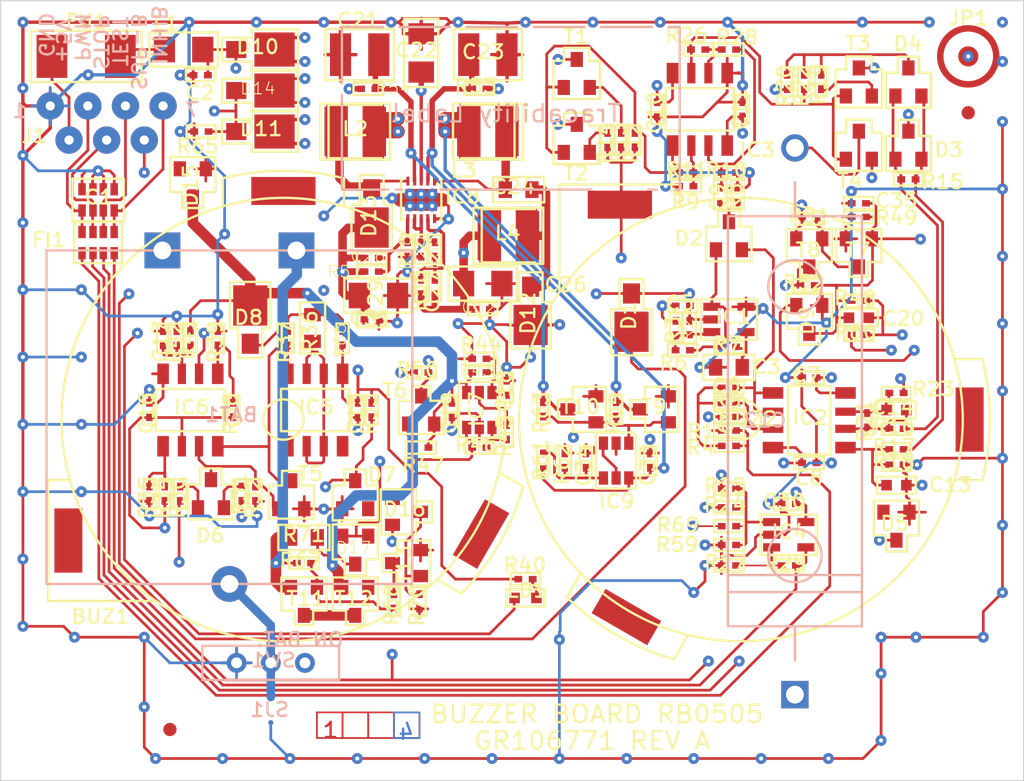
<source format=kicad_pcb>
(kicad_pcb (version 20171130) (host pcbnew "(5.1.5)-3")
  (layers (0 F.Cu signal) (1 In1.Cu signal) (2 In2.Cu signal hide) (31 B.Cu signal) (34 B.Paste user) (35 F.Paste user) (36 B.SilkS user) (37 F.SilkS user) (38 B.Mask user) (39 F.Mask user) (44 Edge.Cuts user))
  (net 0 "")
  (net 1 +5V)
  (net 2 TEST-BUZZER-CPU)
  (net 3 BUZ-ACT)
  (net 4 SUPPLY-BUZ-CPU)
  (net 5 -12V)
  (net 6 STOP-INV-CPU)
  (net 7 +5V_CPU)
  (net 8 N$78)
  (net 9 N$59)
  (net 10 N$58)
  (net 11 N$57)
  (net 12 N$56)
  (net 13 N$55)
  (net 14 N$54)
  (net 15 N$53)
  (net 16 N$52)
  (net 17 N$9)
  (net 18 N$51)
  (net 19 N$8)
  (net 20 N$50)
  (net 21 N$7)
  (net 22 N$6)
  (net 23 N$5)
  (net 24 N$4)
  (net 25 N$3)
  (net 26 N$2)
  (net 27 N$1)
  (net 28 N$49)
  (net 29 N$48)
  (net 30 N$47)
  (net 31 N$46)
  (net 32 N$45)
  (net 33 N$44)
  (net 34 N$43)
  (net 35 N$42)
  (net 36 TESTBUZ)
  (net 37 N$41)
  (net 38 N$40)
  (net 39 N$39)
  (net 40 N$38)
  (net 41 N$37)
  (net 42 N$36)
  (net 43 N$35)
  (net 44 N$34)
  (net 45 N$33)
  (net 46 N$32)
  (net 47 N$31)
  (net 48 GT1)
  (net 49 N$30)
  (net 50 N$29)
  (net 51 N$28)
  (net 52 N$27)
  (net 53 N$26)
  (net 54 +12V)
  (net 55 N$25)
  (net 56 N$24)
  (net 57 N$23)
  (net 58 N$22)
  (net 59 N$21)
  (net 60 N$20)
  (net 61 BATTV)
  (net 62 N$19)
  (net 63 N$18)
  (net 64 N$17)
  (net 65 N$16)
  (net 66 N$15)
  (net 67 N$14)
  (net 68 N$13)
  (net 69 N$12)
  (net 70 N$11)
  (net 71 N$10)
  (net 72 GND)
  (net 73 INHIB-STOP-INV-CPU)
  (net 74 STOP-INV)
  (net 75 VCHARG)
  (net 76 VBAT)
  (net 77 SUPPLY-BUZ)
  (net 78 PWM-BUZ)
  (net 79 SHDN2)
  (net 80 SHDN1)
  (net 81 INHIB-STOP-INV)
  (net 82 PWM-BUZZER-CPU)
  (module AllModules:Via_12x32-1._.3.4 (layer F.Cu) (at 143.1974 99.6288)
    (fp_text reference V1 hide)
    (fp_text value +5V hide)
    (pad "" thru_hole circle (at 0 0) (size 0.8128 0.8128) (drill 0.3048) (layers F.Cu In2.Cu B.Cu) (net 1 +5V))
  )
  (module AllModules:Via_12x32-1._.3.4 (layer F.Cu) (at 132.504 70.4188)
    (fp_text reference V2 hide)
    (fp_text value +5V hide)
    (pad "" thru_hole circle (at 0 0) (size 0.8128 0.8128) (drill 0.3048) (layers F.Cu In2.Cu B.Cu) (net 1 +5V))
  )
  (module AllModules:Via_12x32-1._.3.4 (layer F.Cu) (at 181.1958 91.3738)
    (fp_text reference V3 hide)
    (fp_text value +5V hide)
    (pad "" thru_hole circle (at 0 0) (size 0.8128 0.8128) (drill 0.3048) (layers F.Cu In2.Cu B.Cu) (net 1 +5V))
  )
  (module AllModules:Via_12x32-1._.3.4 (layer F.Cu) (at 144.7468 93.0248)
    (fp_text reference V4 hide)
    (fp_text value +5V hide)
    (pad "" thru_hole circle (at 0 0) (size 0.8128 0.8128) (drill 0.3048) (layers F.Cu In2.Cu B.Cu) (net 1 +5V))
  )
  (module AllModules:Via_12x32-1._.3.4 (layer F.Cu) (at 174.1092 101.9148)
    (fp_text reference V5 hide)
    (fp_text value +5V hide)
    (pad "" thru_hole circle (at 0 0) (size 0.8128 0.8128) (drill 0.3048) (layers F.Cu In2.Cu B.Cu) (net 1 +5V))
  )
  (module AllModules:Via_12x32-1._.3.4 (layer F.Cu) (at 128.2876 107.1218)
    (fp_text reference V6 hide)
    (fp_text value BUZ-ACT hide)
    (pad "" thru_hole circle (at 0 0) (size 0.8128 0.8128) (drill 0.3048) (layers F.Cu In2.Cu B.Cu) (net 3 BUZ-ACT))
  )
  (module AllModules:Via_12x32-1._.3.4 (layer F.Cu) (at 181.8816 93.482)
    (fp_text reference V7 hide)
    (fp_text value BUZ-ACT hide)
    (pad "" thru_hole circle (at 0 0) (size 0.8128 0.8128) (drill 0.3048) (layers F.Cu In2.Cu B.Cu) (net 3 BUZ-ACT))
  )
  (module AllModules:Via_12x32-1._.3.4 (layer F.Cu) (at 167.3528 103.0578)
    (fp_text reference V8 hide)
    (fp_text value BUZ-ACT hide)
    (pad "" thru_hole circle (at 0 0) (size 0.8128 0.8128) (drill 0.3048) (layers F.Cu In2.Cu B.Cu) (net 3 BUZ-ACT))
  )
  (module AllModules:Via_12x32-1._.3.4 (layer F.Cu) (at 180.3068 105.4962)
    (fp_text reference V9 hide)
    (fp_text value BUZ-ACT hide)
    (pad "" thru_hole circle (at 0 0) (size 0.8128 0.8128) (drill 0.3048) (layers F.Cu In2.Cu B.Cu) (net 3 BUZ-ACT))
  )
  (module AllModules:Via_12x32-1._.3.4 (layer F.Cu) (at 125.6968 78.1658)
    (fp_text reference V10 hide)
    (fp_text value SUPPLY-BUZ-CPU hide)
    (pad "" thru_hole circle (at 0 0) (size 0.8128 0.8128) (drill 0.3048) (layers F.Cu In2.Cu B.Cu) (net 4 SUPPLY-BUZ-CPU))
  )
  (module AllModules:Via_12x32-1._.3.4 (layer F.Cu) (at 124.5538 87.1828)
    (fp_text reference V11 hide)
    (fp_text value SUPPLY-BUZ-CPU hide)
    (pad "" thru_hole circle (at 0 0) (size 0.8128 0.8128) (drill 0.3048) (layers F.Cu In2.Cu B.Cu) (net 4 SUPPLY-BUZ-CPU))
  )
  (module AllModules:Via_12x32-1._.3.4 (layer F.Cu) (at 156.4308 74.5844)
    (fp_text reference V12 hide)
    (fp_text value -12V hide)
    (pad "" thru_hole circle (at 0 0) (size 0.8128 0.8128) (drill 0.3048) (layers F.Cu In2.Cu B.Cu) (net 5 -12V))
  )
  (module AllModules:Via_12x32-1._.3.4 (layer F.Cu) (at 170.1468 75.2448)
    (fp_text reference V13 hide)
    (fp_text value -12V hide)
    (pad "" thru_hole circle (at 0 0) (size 0.8128 0.8128) (drill 0.3048) (layers F.Cu In2.Cu B.Cu) (net 5 -12V))
  )
  (module AllModules:Via_12x32-1._.3.4 (layer F.Cu) (at 149.4204 84.1348)
    (fp_text reference V14 hide)
    (fp_text value -12V hide)
    (pad "" thru_hole circle (at 0 0) (size 0.8128 0.8128) (drill 0.3048) (layers F.Cu In2.Cu B.Cu) (net 5 -12V))
  )
  (module AllModules:Via_12x32-1._.3.4 (layer F.Cu) (at 173.1948 99.7558)
    (fp_text reference V15 hide)
    (fp_text value -12V hide)
    (pad "" thru_hole circle (at 0 0) (size 0.8128 0.8128) (drill 0.3048) (layers F.Cu In2.Cu B.Cu) (net 5 -12V))
  )
  (module AllModules:Via_12x32-1._.3.4 (layer F.Cu) (at 130.1418 90.1038)
    (fp_text reference V16 hide)
    (fp_text value N$78 hide)
    (pad "" thru_hole circle (at 0 0) (size 0.8128 0.8128) (drill 0.3048) (layers F.Cu In2.Cu B.Cu) (net 8 N$78))
  )
  (module AllModules:Via_12x32-1._.3.4 (layer F.Cu) (at 125.1888 90.1038)
    (fp_text reference V17 hide)
    (fp_text value N$78 hide)
    (pad "" thru_hole circle (at 0 0) (size 0.8128 0.8128) (drill 0.3048) (layers F.Cu In2.Cu B.Cu) (net 8 N$78))
  )
  (module AllModules:Via_12x32-1._.3.4 (layer F.Cu) (at 139.1588 101.5338)
    (fp_text reference V18 hide)
    (fp_text value N$58 hide)
    (pad "" thru_hole circle (at 0 0) (size 0.8128 0.8128) (drill 0.3048) (layers F.Cu In2.Cu B.Cu) (net 10 N$58))
  )
  (module AllModules:Via_12x32-1._.3.4 (layer F.Cu) (at 127.2208 104.5818)
    (fp_text reference V19 hide)
    (fp_text value N$58 hide)
    (pad "" thru_hole circle (at 0 0) (size 0.8128 0.8128) (drill 0.3048) (layers F.Cu In2.Cu B.Cu) (net 10 N$58))
  )
  (module AllModules:Via_12x32-1._.3.4 (layer F.Cu) (at 182.4658 73.8478)
    (fp_text reference V20 hide)
    (fp_text value N$31 hide)
    (pad "" thru_hole circle (at 0 0) (size 0.8128 0.8128) (drill 0.3048) (layers F.Cu In2.Cu B.Cu) (net 47 N$31))
  )
  (module AllModules:Via_12x32-1._.3.4 (layer F.Cu) (at 183.3548 83.1188)
    (fp_text reference V21 hide)
    (fp_text value GT1 hide)
    (pad "" thru_hole circle (at 0 0) (size 0.8128 0.8128) (drill 0.3048) (layers F.Cu In2.Cu B.Cu) (net 48 GT1))
  )
  (module AllModules:Via_12x32-1._.3.4 (layer F.Cu) (at 186.9108 69.5298)
    (fp_text reference V22 hide)
    (fp_text value GT1 hide)
    (pad "" thru_hole circle (at 0 0) (size 0.8128 0.8128) (drill 0.3048) (layers F.Cu In2.Cu B.Cu) (net 48 GT1))
  )
  (module AllModules:Via_12x32-1._.3.4 (layer F.Cu) (at 156.4308 69.7584)
    (fp_text reference V23 hide)
    (fp_text value +12V hide)
    (pad "" thru_hole circle (at 0 0) (size 0.8128 0.8128) (drill 0.3048) (layers F.Cu In2.Cu B.Cu) (net 54 +12V))
  )
  (module AllModules:Via_12x32-1._.3.4 (layer F.Cu) (at 179.9258 70.3934)
    (fp_text reference V24 hide)
    (fp_text value +12V hide)
    (pad "" thru_hole circle (at 0 0) (size 0.8128 0.8128) (drill 0.3048) (layers F.Cu In2.Cu B.Cu) (net 54 +12V))
  )
  (module AllModules:Via_12x32-1._.3.4 (layer F.Cu) (at 163.7968 71.6888)
    (fp_text reference V25 hide)
    (fp_text value +12V hide)
    (pad "" thru_hole circle (at 0 0) (size 0.8128 0.8128) (drill 0.3048) (layers F.Cu In2.Cu B.Cu) (net 54 +12V))
  )
  (module AllModules:Via_12x32-1._.3.4 (layer F.Cu) (at 140.4288 85.5318)
    (fp_text reference V26 hide)
    (fp_text value +12V hide)
    (pad "" thru_hole circle (at 0 0) (size 0.8128 0.8128) (drill 0.3048) (layers F.Cu In2.Cu B.Cu) (net 54 +12V))
  )
  (module AllModules:Via_12x32-1._.3.4 (layer F.Cu) (at 141.5718 92.847)
    (fp_text reference V27 hide)
    (fp_text value +12V hide)
    (pad "" thru_hole circle (at 0 0) (size 0.8128 0.8128) (drill 0.3048) (layers F.Cu In2.Cu B.Cu) (net 54 +12V))
  )
  (module AllModules:Via_12x32-1._.3.4 (layer F.Cu) (at 176.7508 93.4058)
    (fp_text reference V28 hide)
    (fp_text value +12V hide)
    (pad "" thru_hole circle (at 0 0) (size 0.8128 0.8128) (drill 0.3048) (layers F.Cu In2.Cu B.Cu) (net 54 +12V))
  )
  (module AllModules:Via_12x32-1._._.4 (layer F.Cu) (at 135.4758 107.198)
    (fp_text reference V29 hide)
    (fp_text value BATTV hide)
    (pad "" thru_hole circle (at 0 0) (size 0.8128 0.8128) (drill 0.3048) (layers F&B.Cu) (net 61 BATTV))
  )
  (module AllModules:Via_12x32-1._.3.4 (layer F.Cu) (at 161.1298 84.5158)
    (fp_text reference V30 hide)
    (fp_text value N$19 hide)
    (pad "" thru_hole circle (at 0 0) (size 0.8128 0.8128) (drill 0.3048) (layers F.Cu In2.Cu B.Cu) (net 62 N$19))
  )
  (module AllModules:Via_12x32-1._.3.4 (layer F.Cu) (at 172.5598 71.9936)
    (fp_text reference V31 hide)
    (fp_text value N$18 hide)
    (pad "" thru_hole circle (at 0 0) (size 0.8128 0.8128) (drill 0.3048) (layers F.Cu In2.Cu B.Cu) (net 63 N$18))
  )
  (module AllModules:Via_12x32-1._.3.4 (layer F.Cu) (at 179.748 78.5468)
    (fp_text reference V32 hide)
    (fp_text value N$18 hide)
    (pad "" thru_hole circle (at 0 0) (size 0.8128 0.8128) (drill 0.3048) (layers F.Cu In2.Cu B.Cu) (net 63 N$18))
  )
  (module AllModules:Via_12x32-1._._.4 (layer F.Cu) (at 164.3048 100.1368)
    (fp_text reference V33 hide)
    (fp_text value N$10 hide)
    (pad "" thru_hole circle (at 0 0) (size 0.8128 0.8128) (drill 0.3048) (layers F&B.Cu) (net 71 N$10))
  )
  (module AllModules:Via_12x32-1._.3.4 (layer F.Cu) (at 148.0488 75.1178)
    (fp_text reference V34 hide)
    (fp_text value N$10 hide)
    (pad "" thru_hole circle (at 0 0) (size 0.8128 0.8128) (drill 0.3048) (layers F.Cu In2.Cu B.Cu) (net 71 N$10))
  )
  (module AllModules:Via_12x32-1._.3.4 (layer F.Cu) (at 144.5436 75.1178)
    (fp_text reference V35 hide)
    (fp_text value N$10 hide)
    (pad "" thru_hole circle (at 0 0) (size 0.8128 0.8128) (drill 0.3048) (layers F.Cu In2.Cu B.Cu) (net 71 N$10))
  )
  (module AllModules:Via_12x32-1._.3.4 (layer F.Cu) (at 144.5436 74.178)
    (fp_text reference V36 hide)
    (fp_text value N$10 hide)
    (pad "" thru_hole circle (at 0 0) (size 0.8128 0.8128) (drill 0.3048) (layers F.Cu In2.Cu B.Cu) (net 71 N$10))
  )
  (module AllModules:Via_12x32-1._.3.4 (layer F.Cu) (at 140.9114 71.9428)
    (fp_text reference V37 hide)
    (fp_text value N$10 hide)
    (pad "" thru_hole circle (at 0 0) (size 0.8128 0.8128) (drill 0.3048) (layers F.Cu In2.Cu B.Cu) (net 71 N$10))
  )
  (module AllModules:Via_12x32-1._.3.4 (layer F.Cu) (at 146.2708 72.0698)
    (fp_text reference V38 hide)
    (fp_text value N$10 hide)
    (pad "" thru_hole circle (at 0 0) (size 0.8128 0.8128) (drill 0.3048) (layers F.Cu In2.Cu B.Cu) (net 71 N$10))
  )
  (module AllModules:Via_12x32-1._.3.4 (layer F.Cu) (at 152.0112 71.9428)
    (fp_text reference V39 hide)
    (fp_text value N$10 hide)
    (pad "" thru_hole circle (at 0 0) (size 0.8128 0.8128) (drill 0.3048) (layers F.Cu In2.Cu B.Cu) (net 71 N$10))
  )
  (module AllModules:Via_12x32-1._.3.4 (layer F.Cu) (at 148.0488 74.178)
    (fp_text reference V40 hide)
    (fp_text value N$10 hide)
    (pad "" thru_hole circle (at 0 0) (size 0.8128 0.8128) (drill 0.3048) (layers F.Cu In2.Cu B.Cu) (net 71 N$10))
  )
  (module AllModules:Via_12x32-1._.3.4 (layer F.Cu) (at 137.6348 68.1328)
    (fp_text reference V41 hide)
    (fp_text value N$10 hide)
    (pad "" thru_hole circle (at 0 0) (size 0.8128 0.8128) (drill 0.3048) (layers F.Cu In2.Cu B.Cu) (net 71 N$10))
  )
  (module AllModules:Via_12x32-1._.3.4 (layer F.Cu) (at 137.6348 69.9108)
    (fp_text reference V42 hide)
    (fp_text value N$10 hide)
    (pad "" thru_hole circle (at 0 0) (size 0.8128 0.8128) (drill 0.3048) (layers F.Cu In2.Cu B.Cu) (net 71 N$10))
  )
  (module AllModules:Via_12x32-1._.3.4 (layer F.Cu) (at 137.6348 71.1808)
    (fp_text reference V43 hide)
    (fp_text value N$10 hide)
    (pad "" thru_hole circle (at 0 0) (size 0.8128 0.8128) (drill 0.3048) (layers F.Cu In2.Cu B.Cu) (net 71 N$10))
  )
  (module AllModules:Via_12x32-1._.3.4 (layer F.Cu) (at 137.6348 72.9588)
    (fp_text reference V44 hide)
    (fp_text value N$10 hide)
    (pad "" thru_hole circle (at 0 0) (size 0.8128 0.8128) (drill 0.3048) (layers F.Cu In2.Cu B.Cu) (net 71 N$10))
  )
  (module AllModules:Via_12x32-1._.3.4 (layer F.Cu) (at 137.6348 74.2288)
    (fp_text reference V45 hide)
    (fp_text value N$10 hide)
    (pad "" thru_hole circle (at 0 0) (size 0.8128 0.8128) (drill 0.3048) (layers F.Cu In2.Cu B.Cu) (net 71 N$10))
  )
  (module AllModules:Via_12x32-1._.3.4 (layer F.Cu) (at 137.6348 76.0068)
    (fp_text reference V46 hide)
    (fp_text value N$10 hide)
    (pad "" thru_hole circle (at 0 0) (size 0.8128 0.8128) (drill 0.3048) (layers F.Cu In2.Cu B.Cu) (net 71 N$10))
  )
  (module AllModules:Via_12x32-1._.3.4 (layer F.Cu) (at 182.0086 90.2308)
    (fp_text reference V47 hide)
    (fp_text value STOP-INV hide)
    (pad "" thru_hole circle (at 0 0) (size 0.8128 0.8128) (drill 0.3048) (layers F.Cu In2.Cu B.Cu) (net 74 STOP-INV))
  )
  (module AllModules:Via_12x32-1._.3.4 (layer F.Cu) (at 169.8928 114.4878)
    (fp_text reference V48 hide)
    (fp_text value STOP-INV hide)
    (pad "" thru_hole circle (at 0 0) (size 0.8128 0.8128) (drill 0.3048) (layers F.Cu In2.Cu B.Cu) (net 74 STOP-INV))
  )
  (module AllModules:Via_12x32-1._._.4 (layer F.Cu) (at 137.8126 87.132)
    (fp_text reference V49 hide)
    (fp_text value VCHARG hide)
    (pad "" thru_hole circle (at 0 0) (size 0.8128 0.8128) (drill 0.3048) (layers F&B.Cu) (net 75 VCHARG))
  )
  (module AllModules:Via_12x32-1._.3.4 (layer F.Cu) (at 166.4638 104.4548)
    (fp_text reference V50 hide)
    (fp_text value VCHARG hide)
    (pad "" thru_hole circle (at 0 0) (size 0.8128 0.8128) (drill 0.3048) (layers F.Cu In2.Cu B.Cu) (net 75 VCHARG))
  )
  (module AllModules:Via_12x32-1._.3.4 (layer F.Cu) (at 139.6668 107.3758)
    (fp_text reference V51 hide)
    (fp_text value VCHARG hide)
    (pad "" thru_hole circle (at 0 0) (size 0.8128 0.8128) (drill 0.3048) (layers F.Cu In2.Cu B.Cu) (net 75 VCHARG))
  )
  (module AllModules:Via_12x32-1._._.4 (layer F.Cu) (at 148.5568 93.6598)
    (fp_text reference V52 hide)
    (fp_text value VCHARG hide)
    (pad "" thru_hole circle (at 0 0) (size 0.8128 0.8128) (drill 0.3048) (layers F&B.Cu) (net 75 VCHARG))
  )
  (module AllModules:Via_12x32-1._.3.4 (layer F.Cu) (at 174.541 80.5788)
    (fp_text reference V53 hide)
    (fp_text value VBAT hide)
    (pad "" thru_hole circle (at 0 0) (size 0.8128 0.8128) (drill 0.3048) (layers F.Cu In2.Cu B.Cu) (net 76 VBAT))
  )
  (module AllModules:Via_12x32-1._.3.4 (layer F.Cu) (at 146.8042 92.1358)
    (fp_text reference V54 hide)
    (fp_text value VBAT hide)
    (pad "" thru_hole circle (at 0 0) (size 0.8128 0.8128) (drill 0.3048) (layers F.Cu In2.Cu B.Cu) (net 76 VBAT))
  )
  (module AllModules:Via_12x32-1._.3.4 (layer F.Cu) (at 168.572 100.6448)
    (fp_text reference V55 hide)
    (fp_text value VBAT hide)
    (pad "" thru_hole circle (at 0 0) (size 0.8128 0.8128) (drill 0.3048) (layers F.Cu In2.Cu B.Cu) (net 76 VBAT))
  )
  (module AllModules:Via_12x32-1._.3.4 (layer F.Cu) (at 130.9038 73.5938)
    (fp_text reference V56 hide)
    (fp_text value SUPPLY-BUZ hide)
    (pad "" thru_hole circle (at 0 0) (size 0.8128 0.8128) (drill 0.3048) (layers F.Cu In2.Cu B.Cu) (net 77 SUPPLY-BUZ))
  )
  (module AllModules:Via_12x32-1._.3.4 (layer F.Cu) (at 173.3218 86.5478)
    (fp_text reference V57 hide)
    (fp_text value SUPPLY-BUZ hide)
    (pad "" thru_hole circle (at 0 0) (size 0.8128 0.8128) (drill 0.3048) (layers F.Cu In2.Cu B.Cu) (net 77 SUPPLY-BUZ))
  )
  (module AllModules:Via_12x32-1._.3.4 (layer F.Cu) (at 166.2098 87.1574)
    (fp_text reference V58 hide)
    (fp_text value SUPPLY-BUZ hide)
    (pad "" thru_hole circle (at 0 0) (size 0.8128 0.8128) (drill 0.3048) (layers F.Cu In2.Cu B.Cu) (net 77 SUPPLY-BUZ))
  )
  (module AllModules:Via_12x32-1._.3.4 (layer F.Cu) (at 159.2756 87.1828)
    (fp_text reference V59 hide)
    (fp_text value SUPPLY-BUZ hide)
    (pad "" thru_hole circle (at 0 0) (size 0.8128 0.8128) (drill 0.3048) (layers F.Cu In2.Cu B.Cu) (net 77 SUPPLY-BUZ))
  )
  (module AllModules:Via_12x32-1._.3.4 (layer F.Cu) (at 132.9358 103.769)
    (fp_text reference V60 hide)
    (fp_text value SUPPLY-BUZ hide)
    (pad "" thru_hole circle (at 0 0) (size 0.8128 0.8128) (drill 0.3048) (layers F.Cu In2.Cu B.Cu) (net 77 SUPPLY-BUZ))
  )
  (module AllModules:Via_12x32-1._._.4 (layer F.Cu) (at 160.7488 94.0408)
    (fp_text reference V61 hide)
    (fp_text value SHDN2 hide)
    (pad "" thru_hole circle (at 0 0) (size 0.8128 0.8128) (drill 0.3048) (layers F&B.Cu) (net 79 SHDN2))
  )
  (module AllModules:Via_12x32-1._._.4 (layer F.Cu) (at 147.0836 76.718)
    (fp_text reference V62 hide)
    (fp_text value SHDN2 hide)
    (pad "" thru_hole circle (at 0 0) (size 0.8128 0.8128) (drill 0.3048) (layers F&B.Cu) (net 79 SHDN2))
  )
  (module AllModules:Via_12x32-1._._.4 (layer F.Cu) (at 155.3386 94.0408)
    (fp_text reference V63 hide)
    (fp_text value SHDN1 hide)
    (pad "" thru_hole circle (at 0 0) (size 0.8128 0.8128) (drill 0.3048) (layers F&B.Cu) (net 80 SHDN1))
  )
  (module AllModules:Via_12x32-1._._.4 (layer F.Cu) (at 145.5088 76.718)
    (fp_text reference V64 hide)
    (fp_text value SHDN1 hide)
    (pad "" thru_hole circle (at 0 0) (size 0.8128 0.8128) (drill 0.3048) (layers F&B.Cu) (net 80 SHDN1))
  )
  (module AllModules:Via_12x32-1._.3.4 (layer F.Cu) (at 144.1118 113.9798)
    (fp_text reference V65 hide)
    (fp_text value INHIB-STOP-INV hide)
    (pad "" thru_hole circle (at 0 0) (size 0.8128 0.8128) (drill 0.3048) (layers F.Cu In2.Cu B.Cu) (net 81 INHIB-STOP-INV))
  )
  (module AllModules:Via_12x32-1._.3.4 (layer F.Cu) (at 144.1118 105.5978)
    (fp_text reference V66 hide)
    (fp_text value INHIB-STOP-INV hide)
    (pad "" thru_hole circle (at 0 0) (size 0.8128 0.8128) (drill 0.3048) (layers F.Cu In2.Cu B.Cu) (net 81 INHIB-STOP-INV))
  )
  (module AllModules:Via_12x32-1._.3.4 (layer F.Cu) (at 182.8976 91.3738)
    (fp_text reference V67 hide)
    (fp_text value INHIB-STOP-INV hide)
    (pad "" thru_hole circle (at 0 0) (size 0.8128 0.8128) (drill 0.3048) (layers F.Cu In2.Cu B.Cu) (net 81 INHIB-STOP-INV))
  )
  (module AllModules:Via_12x32-1._.3.4 (layer F.Cu) (at 167.6068 114.4878)
    (fp_text reference V68 hide)
    (fp_text value INHIB-STOP-INV hide)
    (pad "" thru_hole circle (at 0 0) (size 0.8128 0.8128) (drill 0.3048) (layers F.Cu In2.Cu B.Cu) (net 81 INHIB-STOP-INV))
  )
  (module PKM33EPH-1201C_1 (layer F.Cu) (at 170.0198 96.53 270)
    (fp_text reference BUZ2 (at -0.0508 -0.5588 unlocked) (layer F.SilkS) (effects (font (size 1.033069 1.086612) (thickness 0.1778))))
    (fp_text value BZ-10-PKM33EPH-1201C hide)
    (pad 1 smd rect (at -15.9766 8.9916 270) (size 2.0828 4.7752) (layers F.Cu F.Paste F.Mask) (net 62 N$19))
    (pad 2 smd rect (at 14.6812 8.509 60) (size 2.0828 4.7752) (layers F.Cu F.Paste F.Mask) (net 47 N$31))
    (pad 3 smd rect (at 0 -16.9926) (size 2.0828 4.7752) (layers F.Cu F.Paste F.Mask))
  )
  (module SOT23-GSD_1 (layer F.Cu) (at 145.1786 107.198 90)
    (fp_text reference T13 (at -0.1143 -0.1778 90 unlocked) (layer F.SilkS) (effects (font (size 1.033069 1.086612) (thickness 0.1778))))
    (fp_text value Q-BC-SOT23-GSD hide)
    (pad D smd rect (at 0 -1.0414 90) (size 0.9144 1.1176) (layers F.Cu F.Paste F.Mask) (net 33 N$44))
    (pad G smd rect (at -0.9652 1.0414 90) (size 0.9144 1.1176) (layers F.Cu F.Paste F.Mask) (net 15 N$53))
    (pad S smd rect (at 0.9652 1.0414 90) (size 0.9144 1.1176) (layers F.Cu F.Paste F.Mask) (net 72 GND))
  )
  (module SOT23-GSD_1 (layer F.Cu) (at 141.3686 110.0428 180)
    (fp_text reference T12 (at 0.1143 0.2032 unlocked) (layer F.SilkS) (effects (font (size 1.033069 1.086612) (thickness 0.1778))))
    (fp_text value Q-BC-SOT23-GSD hide)
    (pad D smd rect (at 0 -1.0414 180) (size 0.9144 1.1176) (layers F.Cu F.Paste F.Mask) (net 50 N$29))
    (pad G smd rect (at -0.9652 1.0414 180) (size 0.9144 1.1176) (layers F.Cu F.Paste F.Mask) (net 34 N$43))
    (pad S smd rect (at 0.9652 1.0414 180) (size 0.9144 1.1176) (layers F.Cu F.Paste F.Mask) (net 75 VCHARG))
  )
  (module SOT23-GSD_1 (layer F.Cu) (at 137.5586 110.0428 180)
    (fp_text reference T11 (at -0.1397 0.2032 unlocked) (layer F.SilkS) (effects (font (size 1.033069 1.086612) (thickness 0.1778))))
    (fp_text value Q-BC-SOT23-GSD hide)
    (pad D smd rect (at 0 -1.0414 180) (size 0.9144 1.1176) (layers F.Cu F.Paste F.Mask) (net 50 N$29))
    (pad G smd rect (at -0.9652 1.0414 180) (size 0.9144 1.1176) (layers F.Cu F.Paste F.Mask) (net 34 N$43))
    (pad S smd rect (at 0.9652 1.0414 180) (size 0.9144 1.1176) (layers F.Cu F.Paste F.Mask) (net 61 BATTV))
  )
  (module SOT23-GSD_1 (layer F.Cu) (at 158.2088 95.768 90)
    (fp_text reference T10 (at 0.2032 -0.1143 unlocked) (layer F.SilkS) (effects (font (size 1.033069 1.086612) (thickness 0.1778))))
    (fp_text value Q-BC-SOT23-GSD hide)
    (pad D smd rect (at 0 -1.0414 90) (size 0.9144 1.1176) (layers F.Cu F.Paste F.Mask) (net 80 SHDN1))
    (pad G smd rect (at -0.9652 1.0414 90) (size 0.9144 1.1176) (layers F.Cu F.Paste F.Mask) (net 58 N$22))
    (pad S smd rect (at 0.9652 1.0414 90) (size 0.9144 1.1176) (layers F.Cu F.Paste F.Mask) (net 72 GND))
  )
  (module SOT23-GSD_1 (layer F.Cu) (at 163.5936 95.768 90)
    (fp_text reference T9 (at 0.2032 -0.0254 unlocked) (layer F.SilkS) (effects (font (size 1.033069 1.086612) (thickness 0.1778))))
    (fp_text value Q-BC-SOT23-GSD hide)
    (pad D smd rect (at 0 -1.0414 90) (size 0.9144 1.1176) (layers F.Cu F.Paste F.Mask) (net 79 SHDN2))
    (pad G smd rect (at -0.9652 1.0414 90) (size 0.9144 1.1176) (layers F.Cu F.Paste F.Mask) (net 58 N$22))
    (pad S smd rect (at 0.9652 1.0414 90) (size 0.9144 1.1176) (layers F.Cu F.Paste F.Mask) (net 72 GND))
  )
  (module SOT23-GSD_1 (layer F.Cu) (at 175.0998 84.1348 180)
    (fp_text reference T8 (at 0.0762 0.2032 unlocked) (layer F.SilkS) (effects (font (size 1.033069 1.086612) (thickness 0.1778))))
    (fp_text value Q-BC-SOT23-GSD hide)
    (pad D smd rect (at 0 -1.0414 180) (size 0.9144 1.1176) (layers F.Cu F.Paste F.Mask) (net 77 SUPPLY-BUZ))
    (pad G smd rect (at -0.9652 1.0414 180) (size 0.9144 1.1176) (layers F.Cu F.Paste F.Mask) (net 37 N$41))
    (pad S smd rect (at 0.9652 1.0414 180) (size 0.9144 1.1176) (layers F.Cu F.Paste F.Mask) (net 76 VBAT))
  )
  (module SOT23-GSD_1 (layer F.Cu) (at 178.7828 84.1348 180)
    (fp_text reference T7 (at 0.0762 0.2032 unlocked) (layer F.SilkS) (effects (font (size 1.033069 1.086612) (thickness 0.1778))))
    (fp_text value Q-BC-SOT23-GSD hide)
    (pad D smd rect (at 0 -1.0414 180) (size 0.9144 1.1176) (layers F.Cu F.Paste F.Mask) (net 37 N$41))
    (pad G smd rect (at -0.9652 1.0414 180) (size 0.9144 1.1176) (layers F.Cu F.Paste F.Mask) (net 48 GT1))
    (pad S smd rect (at 0.9652 1.0414 180) (size 0.9144 1.1176) (layers F.Cu F.Paste F.Mask) (net 72 GND))
  )
  (module SOT23-GSD_1 (layer F.Cu) (at 146.2708 95.8188)
    (fp_text reference T6 (at -1.9558 -1.4478 unlocked) (layer F.SilkS) (effects (font (size 1.033069 1.086612) (thickness 0.1778))))
    (fp_text value Q-BC-SOT23-GSD hide)
    (pad D smd rect (at 0 -1.0414) (size 0.9144 1.1176) (layers F.Cu F.Paste F.Mask) (net 76 VBAT))
    (pad G smd rect (at -0.9652 1.0414) (size 0.9144 1.1176) (layers F.Cu F.Paste F.Mask) (net 12 N$56))
    (pad S smd rect (at 0.9652 1.0414) (size 0.9144 1.1176) (layers F.Cu F.Paste F.Mask) (net 75 VCHARG))
  )
  (module SOT23-GSD_1 (layer F.Cu) (at 136.6188 102.118)
    (fp_text reference T5 (at 1.4224 -1.5748 unlocked) (layer F.SilkS) (effects (font (size 1.033069 1.086612) (thickness 0.1778))))
    (fp_text value Q-BC-SOT23-GSD hide)
    (pad D smd rect (at 0 -1.0414) (size 0.9144 1.1176) (layers F.Cu F.Paste F.Mask) (net 57 N$23))
    (pad G smd rect (at -0.9652 1.0414) (size 0.9144 1.1176) (layers F.Cu F.Paste F.Mask) (net 42 N$36))
    (pad S smd rect (at 0.9652 1.0414) (size 0.9144 1.1176) (layers F.Cu F.Paste F.Mask) (net 72 GND))
  )
  (module SOT23-BEC_1 (layer F.Cu) (at 178.7828 76.1338)
    (fp_text reference T4 (at -0.6604 2.6416 unlocked) (layer F.SilkS) (effects (font (size 1.033069 1.086612) (thickness 0.1778))))
    (fp_text value Q-BC-SOT23-BEC hide)
    (pad B smd rect (at -0.9652 1.0414) (size 0.9144 1.1176) (layers F.Cu F.Paste F.Mask) (net 67 N$14))
    (pad C smd rect (at 0 -1.0414) (size 0.9144 1.1176) (layers F.Cu F.Paste F.Mask) (net 5 -12V))
    (pad E smd rect (at 0.9652 1.0414) (size 0.9144 1.1176) (layers F.Cu F.Paste F.Mask) (net 63 N$18))
  )
  (module SOT23-BEC_1 (layer F.Cu) (at 178.7828 71.4348)
    (fp_text reference T3 (at -0.0508 -2.8702 unlocked) (layer F.SilkS) (effects (font (size 1.033069 1.086612) (thickness 0.1778))))
    (fp_text value Q-BC-SOT23-BEC hide)
    (pad B smd rect (at -0.9652 1.0414) (size 0.9144 1.1176) (layers F.Cu F.Paste F.Mask) (net 67 N$14))
    (pad C smd rect (at 0 -1.0414) (size 0.9144 1.1176) (layers F.Cu F.Paste F.Mask) (net 54 +12V))
    (pad E smd rect (at 0.9652 1.0414) (size 0.9144 1.1176) (layers F.Cu F.Paste F.Mask) (net 66 N$15))
  )
  (module SOT23-BEC_1 (layer F.Cu) (at 157.8278 75.6258)
    (fp_text reference T2 (at -0.0508 2.5908 unlocked) (layer F.SilkS) (effects (font (size 1.033069 1.086612) (thickness 0.1778))))
    (fp_text value Q-BC-SOT23-BEC hide)
    (pad B smd rect (at -0.9652 1.0414) (size 0.9144 1.1176) (layers F.Cu F.Paste F.Mask) (net 26 N$2))
    (pad C smd rect (at 0 -1.0414) (size 0.9144 1.1176) (layers F.Cu F.Paste F.Mask) (net 5 -12V))
    (pad E smd rect (at 0.9652 1.0414) (size 0.9144 1.1176) (layers F.Cu F.Paste F.Mask) (net 64 N$17))
  )
  (module SOT23-BEC_1 (layer F.Cu) (at 157.8278 70.7998)
    (fp_text reference T1 (at -0.0508 -2.7178 unlocked) (layer F.SilkS) (effects (font (size 1.033069 1.086612) (thickness 0.1778))))
    (fp_text value Q-BC-SOT23-BEC hide)
    (pad B smd rect (at -0.9652 1.0414) (size 0.9144 1.1176) (layers F.Cu F.Paste F.Mask) (net 26 N$2))
    (pad C smd rect (at 0 -1.0414) (size 0.9144 1.1176) (layers F.Cu F.Paste F.Mask) (net 54 +12V))
    (pad E smd rect (at 0.9652 1.0414) (size 0.9144 1.1176) (layers F.Cu F.Paste F.Mask) (net 65 N$16))
  )
  (module NK236_1_1 (layer B.Cu) (at 135.0948 114.6148 180)
    (fp_text reference SW1 (at -0.1905 0.2032 unlocked) (layer B.SilkS) (effects (font (size 1.033069 1.086612) (thickness 0.1778)) (justify mirror)))
    (fp_text value SI-10-NK236 hide)
    (pad 1 thru_hole circle (at 0 0 180) (size 1.4732 1.4732) (drill 0.8128) (layers *.Cu *.Mask) (net 60 N$20))
    (pad 2 thru_hole circle (at -2.54 0 180) (size 1.4732 1.4732) (drill 0.8128) (layers *.Cu *.Mask))
    (pad 3 thru_hole circle (at 2.54 0 180) (size 1.4732 1.4732) (drill 0.8128) (layers *.Cu *.Mask) (net 72 GND))
  )
  (module TB-CMS-AIROX-2_1 (layer B.Cu) (at 135.0948 118.2978 270)
    (fp_text reference SJ1 (at -0.2032 0.0889 unlocked) (layer B.SilkS) (effects (font (size 1.033069 1.086612) (thickness 0.1778)) (justify mirror)))
    (fp_text value TB-CMS-AIROX hide)
    (pad 1 smd circle (at 0.762 0 270) (size 0.381 0.381) (layers B.Cu B.Paste B.Mask) (net 72 GND))
    (pad 2 smd circle (at -1.143 0 270) (size 0.381 0.381) (layers B.Cu B.Paste B.Mask) (net 60 N$20))
  )
  (module R0805_1 (layer F.Cu) (at 137.5586 105.293 180)
    (fp_text reference R71 (at 0.0127 0.2032 unlocked) (layer F.SilkS) (effects (font (size 1.033069 1.086612) (thickness 0.1778))))
    (fp_text value R-BC-R0805 hide)
    (pad 1 smd rect (at -0.9906 0 180) (size 0.9906 1.2446) (layers F.Cu F.Paste F.Mask) (net 44 N$34))
    (pad 2 smd rect (at 0.9906 0 180) (size 0.9906 1.2446) (layers F.Cu F.Paste F.Mask) (net 61 BATTV))
  )
  (module R0402_1 (layer F.Cu) (at 146.1438 110.0428 90)
    (fp_text reference R70 (at -0.2921 -0.2032 90 unlocked) (layer F.SilkS) (effects (font (size 1.033069 1.086612) (thickness 0.1778))))
    (fp_text value R-BC-R0402 hide)
    (pad 1 smd rect (at -0.5334 0) (size 0.4826 0.5842) (layers F.Cu F.Paste F.Mask) (net 72 GND))
    (pad 2 smd rect (at 0.5334 0) (size 0.4826 0.5842) (layers F.Cu F.Paste F.Mask) (net 15 N$53))
  )
  (module R0402_1 (layer F.Cu) (at 169.1308 104.4548)
    (fp_text reference R69 (at -3.7973 -0.0762 unlocked) (layer F.SilkS) (effects (font (size 1.033069 1.086612) (thickness 0.1778))))
    (fp_text value R-BC-R0402 hide)
    (pad 1 smd rect (at -0.5334 0 270) (size 0.4826 0.5842) (layers F.Cu F.Paste F.Mask) (net 75 VCHARG))
    (pad 2 smd rect (at 0.5334 0 270) (size 0.4826 0.5842) (layers F.Cu F.Paste F.Mask) (net 32 N$45))
  )
  (module R0402_1 (layer F.Cu) (at 144.2388 110.0428 270)
    (fp_text reference R68 (at 0.2413 0.2032 90 unlocked) (layer F.SilkS) (effects (font (size 1.033069 1.086612) (thickness 0.1778))))
    (fp_text value R-BC-R0402 hide)
    (pad 1 smd rect (at -0.5334 0 180) (size 0.4826 0.5842) (layers F.Cu F.Paste F.Mask) (net 33 N$44))
    (pad 2 smd rect (at 0.5334 0 180) (size 0.4826 0.5842) (layers F.Cu F.Paste F.Mask) (net 34 N$43))
  )
  (module R0402_1 (layer F.Cu) (at 137.5586 107.198 180)
    (fp_text reference R67 (at 0.2413 0.2032 unlocked) (layer F.SilkS) (effects (font (size 1.033069 1.086612) (thickness 0.1778))))
    (fp_text value R-BC-R0402 hide)
    (pad 1 smd rect (at -0.5334 0 90) (size 0.4826 0.5842) (layers F.Cu F.Paste F.Mask) (net 34 N$43))
    (pad 2 smd rect (at 0.5334 0 90) (size 0.4826 0.5842) (layers F.Cu F.Paste F.Mask) (net 61 BATTV))
  )
  (module R0402_1 (layer F.Cu) (at 140.4288 90.4848 270)
    (fp_text reference R66 (at 0.1778 0.1778 90 unlocked) (layer F.SilkS) (effects (font (size 0.866445 0.911352) (thickness 0.0762))))
    (fp_text value R-BC-R0402 hide)
    (pad 1 smd rect (at -0.5334 0 180) (size 0.4826 0.5842) (layers F.Cu F.Paste F.Mask) (net 22 N$6))
    (pad 2 smd rect (at 0.5334 0 180) (size 0.4826 0.5842) (layers F.Cu F.Paste F.Mask) (net 54 +12V))
  )
  (module R0402_1 (layer F.Cu) (at 129.9386 75.1178)
    (fp_text reference R65 (at -0.2667 1.0922 unlocked) (layer F.SilkS) (effects (font (size 1.033069 1.086612) (thickness 0.1778))))
    (fp_text value R-BC-R0402 hide)
    (pad 1 smd rect (at -0.5334 0 270) (size 0.4826 0.5842) (layers F.Cu F.Paste F.Mask) (net 72 GND))
    (pad 2 smd rect (at 0.5334 0 270) (size 0.4826 0.5842) (layers F.Cu F.Paste F.Mask) (net 77 SUPPLY-BUZ))
  )
  (module R0402_1 (layer F.Cu) (at 160.7488 95.768 90)
    (fp_text reference R64 (at -0.2667 -0.2032 90 unlocked) (layer F.SilkS) (effects (font (size 1.033069 1.086612) (thickness 0.1778))))
    (fp_text value R-BC-R0402 hide)
    (pad 1 smd rect (at -0.5334 0) (size 0.4826 0.5842) (layers F.Cu F.Paste F.Mask) (net 58 N$22))
    (pad 2 smd rect (at 0.5334 0) (size 0.4826 0.5842) (layers F.Cu F.Paste F.Mask) (net 79 SHDN2))
  )
  (module R0402_1 (layer F.Cu) (at 155.3386 95.768 90)
    (fp_text reference R63 (at -0.2413 -0.1778 90 unlocked) (layer F.SilkS) (effects (font (size 1.033069 1.086612) (thickness 0.1778))))
    (fp_text value R-BC-R0402 hide)
    (pad 1 smd rect (at -0.5334 0) (size 0.4826 0.5842) (layers F.Cu F.Paste F.Mask) (net 58 N$22))
    (pad 2 smd rect (at 0.5334 0) (size 0.4826 0.5842) (layers F.Cu F.Paste F.Mask) (net 80 SHDN1))
  )
  (module R0402_1 (layer F.Cu) (at 156.9388 99.578 270)
    (fp_text reference R62 (at 0.2413 0.2032 90 unlocked) (layer F.SilkS) (effects (font (size 1.033069 1.086612) (thickness 0.1778))))
    (fp_text value R-BC-R0402 hide)
    (pad 1 smd rect (at -0.5334 0 180) (size 0.4826 0.5842) (layers F.Cu F.Paste F.Mask) (net 72 GND))
    (pad 2 smd rect (at 0.5334 0 180) (size 0.4826 0.5842) (layers F.Cu F.Paste F.Mask) (net 17 N$9))
  )
  (module R0402_1 (layer F.Cu) (at 155.3386 99.578 270)
    (fp_text reference R61 (at -0.0127 0.1778 90 unlocked) (layer F.SilkS) (effects (font (size 1.033069 1.086612) (thickness 0.1778))))
    (fp_text value R-BC-R0402 hide)
    (pad 1 smd rect (at -0.5334 0 180) (size 0.4826 0.5842) (layers F.Cu F.Paste F.Mask) (net 17 N$9))
    (pad 2 smd rect (at 0.5334 0 180) (size 0.4826 0.5842) (layers F.Cu F.Paste F.Mask) (net 71 N$10))
  )
  (module R0402_1 (layer F.Cu) (at 178.7828 90.2308 180)
    (fp_text reference R60 (at 0.2413 0.2032 unlocked) (layer F.SilkS) (effects (font (size 1.033069 1.086612) (thickness 0.1778))))
    (fp_text value R-BC-R0402 hide)
    (pad 1 smd rect (at -0.5334 0 90) (size 0.4826 0.5842) (layers F.Cu F.Paste F.Mask) (net 74 STOP-INV))
    (pad 2 smd rect (at 0.5334 0 90) (size 0.4826 0.5842) (layers F.Cu F.Paste F.Mask) (net 1 +5V))
  )
  (module R0402_1 (layer F.Cu) (at 169.1308 105.8518)
    (fp_text reference R59 (at -3.8481 -0.0254 unlocked) (layer F.SilkS) (effects (font (size 1.033069 1.086612) (thickness 0.1778))))
    (fp_text value R-BC-R0402 hide)
    (pad 1 smd rect (at -0.5334 0 270) (size 0.4826 0.5842) (layers F.Cu F.Paste F.Mask) (net 72 GND))
    (pad 2 smd rect (at 0.5334 0 270) (size 0.4826 0.5842) (layers F.Cu F.Paste F.Mask) (net 32 N$45))
  )
  (module R0402_1 (layer F.Cu) (at 145.2548 83.8808 270)
    (fp_text reference R58 (at 0.2286 0.1778 90 unlocked) (layer F.SilkS) (effects (font (size 0.866445 0.911352) (thickness 0.0762))))
    (fp_text value R-BC-R0402 hide)
    (pad 1 smd rect (at -0.5334 0 180) (size 0.4826 0.5842) (layers F.Cu F.Paste F.Mask) (net 18 N$51))
    (pad 2 smd rect (at 0.5334 0 180) (size 0.4826 0.5842) (layers F.Cu F.Paste F.Mask) (net 72 GND))
  )
  (module R0402_1 (layer F.Cu) (at 142.5878 85.5318)
    (fp_text reference R57 (at -2.0066 0 unlocked) (layer F.SilkS) (effects (font (size 0.866445 0.911352) (thickness 0.0762))))
    (fp_text value R-BC-R0402 hide)
    (pad 1 smd rect (at -0.5334 0 270) (size 0.4826 0.5842) (layers F.Cu F.Paste F.Mask) (net 54 +12V))
    (pad 2 smd rect (at 0.5334 0 270) (size 0.4826 0.5842) (layers F.Cu F.Paste F.Mask) (net 18 N$51))
  )
  (module R0402_1 (layer F.Cu) (at 146.2708 86.6748 270)
    (fp_text reference R56 (at 0.2667 0.2032 90 unlocked) (layer F.SilkS) (effects (font (size 1.033069 1.086612) (thickness 0.1778))))
    (fp_text value R-BC-R0402 hide)
    (pad 1 smd rect (at -0.5334 0 180) (size 0.4826 0.5842) (layers F.Cu F.Paste F.Mask) (net 29 N$48))
    (pad 2 smd rect (at 0.5334 0 180) (size 0.4826 0.5842) (layers F.Cu F.Paste F.Mask) (net 5 -12V))
  )
  (module R0402_1 (layer F.Cu) (at 147.2868 83.8808 270)
    (fp_text reference R55 (at 0.2286 0.1778 90 unlocked) (layer F.SilkS) (effects (font (size 0.866445 0.911352) (thickness 0.0762))))
    (fp_text value R-BC-R0402 hide)
    (pad 1 smd rect (at -0.5334 0 180) (size 0.4826 0.5842) (layers F.Cu F.Paste F.Mask) (net 20 N$50))
    (pad 2 smd rect (at 0.5334 0 180) (size 0.4826 0.5842) (layers F.Cu F.Paste F.Mask) (net 29 N$48))
  )
  (module R0402_1 (layer F.Cu) (at 142.3338 71.9428)
    (fp_text reference R54 (at 1.8542 -0.0508 unlocked) (layer F.SilkS) (effects (font (size 0.866445 0.911352) (thickness 0.0762))))
    (fp_text value R-BC-R0402 hide)
    (pad 1 smd rect (at -0.5334 0 270) (size 0.4826 0.5842) (layers F.Cu F.Paste F.Mask) (net 71 N$10))
    (pad 2 smd rect (at 0.5334 0 270) (size 0.4826 0.5842) (layers F.Cu F.Paste F.Mask) (net 80 SHDN1))
  )
  (module R0402_1 (layer F.Cu) (at 150.5888 71.9428 180)
    (fp_text reference R53 (at 0.2667 0.2032 unlocked) (layer F.SilkS) (effects (font (size 1.033069 1.086612) (thickness 0.1778))))
    (fp_text value R-BC-R0402 hide)
    (pad 1 smd rect (at -0.5334 0 90) (size 0.4826 0.5842) (layers F.Cu F.Paste F.Mask) (net 71 N$10))
    (pad 2 smd rect (at 0.5334 0 90) (size 0.4826 0.5842) (layers F.Cu F.Paste F.Mask) (net 79 SHDN2))
  )
  (module R0402_1 (layer F.Cu) (at 174.9728 86.5478 180)
    (fp_text reference R52 (at 0.2667 0.2032 unlocked) (layer F.SilkS) (effects (font (size 1.033069 1.086612) (thickness 0.1778))))
    (fp_text value R-BC-R0402 hide)
    (pad 1 smd rect (at -0.5334 0 90) (size 0.4826 0.5842) (layers F.Cu F.Paste F.Mask) (net 48 GT1))
    (pad 2 smd rect (at 0.5334 0 90) (size 0.4826 0.5842) (layers F.Cu F.Paste F.Mask) (net 77 SUPPLY-BUZ))
  )
  (module R0402_1 (layer F.Cu) (at 175.0998 81.5948 180)
    (fp_text reference R51 (at 0.0127 0.2032 unlocked) (layer F.SilkS) (effects (font (size 1.033069 1.086612) (thickness 0.1778))))
    (fp_text value R-BC-R0402 hide)
    (pad 1 smd rect (at -0.5334 0 90) (size 0.4826 0.5842) (layers F.Cu F.Paste F.Mask) (net 37 N$41))
    (pad 2 smd rect (at 0.5334 0 90) (size 0.4826 0.5842) (layers F.Cu F.Paste F.Mask) (net 76 VBAT))
  )
  (module R0402_1 (layer F.Cu) (at 146.2708 93.0248 180)
    (fp_text reference R50 (at 0.2667 0.2032 unlocked) (layer F.SilkS) (effects (font (size 1.033069 1.086612) (thickness 0.1778))))
    (fp_text value R-BC-R0402 hide)
    (pad 1 smd rect (at -0.5334 0 90) (size 0.4826 0.5842) (layers F.Cu F.Paste F.Mask) (net 76 VBAT))
    (pad 2 smd rect (at 0.5334 0 90) (size 0.4826 0.5842) (layers F.Cu F.Paste F.Mask) (net 1 +5V))
  )
  (module R0402_1 (layer F.Cu) (at 178.7828 81.4678)
    (fp_text reference R49 (at 2.7813 0.0508 unlocked) (layer F.SilkS) (effects (font (size 1.033069 1.086612) (thickness 0.1778))))
    (fp_text value R-BC-R0402 hide)
    (pad 1 smd rect (at -0.5334 0 270) (size 0.4826 0.5842) (layers F.Cu F.Paste F.Mask) (net 72 GND))
    (pad 2 smd rect (at 0.5334 0 270) (size 0.4826 0.5842) (layers F.Cu F.Paste F.Mask) (net 48 GT1))
  )
  (module R0402_1 (layer F.Cu) (at 178.7828 87.6908 180)
    (fp_text reference R48 (at 0.2667 0.2032 unlocked) (layer F.SilkS) (effects (font (size 1.033069 1.086612) (thickness 0.1778))))
    (fp_text value R-BC-R0402 hide)
    (pad 1 smd rect (at -0.5334 0 90) (size 0.4826 0.5842) (layers F.Cu F.Paste F.Mask) (net 74 STOP-INV))
    (pad 2 smd rect (at 0.5334 0 90) (size 0.4826 0.5842) (layers F.Cu F.Paste F.Mask) (net 48 GT1))
  )
  (module R0402_1 (layer F.Cu) (at 146.2708 98.6128)
    (fp_text reference R47 (at 0.1397 1.3208 unlocked) (layer F.SilkS) (effects (font (size 1.033069 1.086612) (thickness 0.1778))))
    (fp_text value R-BC-R0402 hide)
    (pad 1 smd rect (at -0.5334 0 270) (size 0.4826 0.5842) (layers F.Cu F.Paste F.Mask) (net 12 N$56))
    (pad 2 smd rect (at 0.5334 0 270) (size 0.4826 0.5842) (layers F.Cu F.Paste F.Mask) (net 75 VCHARG))
  )
  (module R0402_1 (layer F.Cu) (at 150.5888 98.6128 180)
    (fp_text reference R46 (at 0.2413 0.2032 unlocked) (layer F.SilkS) (effects (font (size 1.033069 1.086612) (thickness 0.1778))))
    (fp_text value R-BC-R0402 hide)
    (pad 1 smd rect (at -0.5334 0 90) (size 0.4826 0.5842) (layers F.Cu F.Paste F.Mask) (net 40 N$38))
    (pad 2 smd rect (at 0.5334 0 90) (size 0.4826 0.5842) (layers F.Cu F.Paste F.Mask) (net 12 N$56))
  )
  (module R0402_1 (layer F.Cu) (at 152.6208 97.4698 90)
    (fp_text reference R45 (at -0.2921 -0.2032 90 unlocked) (layer F.SilkS) (effects (font (size 1.033069 1.086612) (thickness 0.1778))))
    (fp_text value R-BC-R0402 hide)
    (pad 1 smd rect (at -0.5334 0) (size 0.4826 0.5842) (layers F.Cu F.Paste F.Mask) (net 40 N$38))
    (pad 2 smd rect (at 0.5334 0) (size 0.4826 0.5842) (layers F.Cu F.Paste F.Mask) (net 9 N$59))
  )
  (module R0402_1 (layer F.Cu) (at 150.5888 92.0088)
    (fp_text reference R44 (at 0.1397 -1.0668 unlocked) (layer F.SilkS) (effects (font (size 1.033069 1.086612) (thickness 0.1778))))
    (fp_text value R-BC-R0402 hide)
    (pad 1 smd rect (at -0.5334 0 270) (size 0.4826 0.5842) (layers F.Cu F.Paste F.Mask) (net 72 GND))
    (pad 2 smd rect (at 0.5334 0 270) (size 0.4826 0.5842) (layers F.Cu F.Paste F.Mask) (net 11 N$57))
  )
  (module R0402_1 (layer F.Cu) (at 150.5888 93.0248 180)
    (fp_text reference R43 (at 0.2286 0.1524 unlocked) (layer F.SilkS) (effects (font (size 0.866445 0.911352) (thickness 0.0762))))
    (fp_text value R-BC-R0402 hide)
    (pad 1 smd rect (at -0.5334 0 90) (size 0.4826 0.5842) (layers F.Cu F.Paste F.Mask) (net 11 N$57))
    (pad 2 smd rect (at 0.5334 0 90) (size 0.4826 0.5842) (layers F.Cu F.Paste F.Mask) (net 75 VCHARG))
  )
  (module R0402_1 (layer F.Cu) (at 128.1098 90.4848 90)
    (fp_text reference R42 (at -0.2921 -0.2032 90 unlocked) (layer F.SilkS) (effects (font (size 1.033069 1.086612) (thickness 0.1778))))
    (fp_text value R-BC-R0402 hide)
    (pad 1 smd rect (at -0.5334 0) (size 0.4826 0.5842) (layers F.Cu F.Paste F.Mask) (net 45 N$33))
    (pad 2 smd rect (at 0.5334 0) (size 0.4826 0.5842) (layers F.Cu F.Paste F.Mask) (net 72 GND))
  )
  (module R0402_1 (layer F.Cu) (at 129.1258 90.4848 270)
    (fp_text reference R41 (at 0.0381 0.2032 90 unlocked) (layer F.SilkS) (effects (font (size 1.033069 1.086612) (thickness 0.1778))))
    (fp_text value R-BC-R0402 hide)
    (pad 1 smd rect (at -0.5334 0 180) (size 0.4826 0.5842) (layers F.Cu F.Paste F.Mask) (net 75 VCHARG))
    (pad 2 smd rect (at 0.5334 0 180) (size 0.4826 0.5842) (layers F.Cu F.Paste F.Mask) (net 45 N$33))
  )
  (module R0402_1 (layer F.Cu) (at 154.0178 108.3918)
    (fp_text reference R40 (at -0.0381 -1.0414 unlocked) (layer F.SilkS) (effects (font (size 1.033069 1.086612) (thickness 0.1778))))
    (fp_text value R-BC-R0402 hide)
    (pad 1 smd rect (at -0.5334 0 270) (size 0.4826 0.5842) (layers F.Cu F.Paste F.Mask) (net 54 +12V))
    (pad 2 smd rect (at 0.5334 0 270) (size 0.4826 0.5842) (layers F.Cu F.Paste F.Mask) (net 13 N$55))
  )
  (module R0402_1 (layer F.Cu) (at 131.1578 90.4848 270)
    (fp_text reference R39 (at 0.2667 0.2032 90 unlocked) (layer F.SilkS) (effects (font (size 1.033069 1.086612) (thickness 0.1778))))
    (fp_text value R-BC-R0402 hide)
    (pad 1 smd rect (at -0.5334 0 180) (size 0.4826 0.5842) (layers F.Cu F.Paste F.Mask) (net 72 GND))
    (pad 2 smd rect (at 0.5334 0 180) (size 0.4826 0.5842) (layers F.Cu F.Paste F.Mask) (net 38 N$40))
  )
  (module R0402_1 (layer F.Cu) (at 132.3008 95.8188 270)
    (fp_text reference R38 (at 0.2921 0.2032 90 unlocked) (layer F.SilkS) (effects (font (size 1.033069 1.086612) (thickness 0.1778))))
    (fp_text value R-BC-R0402 hide)
    (pad 1 smd rect (at -0.5334 0 180) (size 0.4826 0.5842) (layers F.Cu F.Paste F.Mask) (net 38 N$40))
    (pad 2 smd rect (at 0.5334 0 180) (size 0.4826 0.5842) (layers F.Cu F.Paste F.Mask) (net 10 N$58))
  )
  (module R0402_1 (layer F.Cu) (at 136.3648 90.4848 270)
    (fp_text reference R37 (at 0.2921 0.2032 90 unlocked) (layer F.SilkS) (effects (font (size 1.033069 1.086612) (thickness 0.1778))))
    (fp_text value R-BC-R0402 hide)
    (pad 1 smd rect (at -0.5334 0 180) (size 0.4826 0.5842) (layers F.Cu F.Paste F.Mask) (net 22 N$6))
    (pad 2 smd rect (at 0.5334 0 180) (size 0.4826 0.5842) (layers F.Cu F.Paste F.Mask) (net 57 N$23))
  )
  (module R0805_1 (layer F.Cu) (at 138.1936 89.7228 270)
    (fp_text reference R36 (at 0.2667 0.1778 90 unlocked) (layer F.SilkS) (effects (font (size 1.033069 1.086612) (thickness 0.1778))))
    (fp_text value R-BC-R0805 hide)
    (pad 1 smd rect (at -0.9906 0 270) (size 0.9906 1.2446) (layers F.Cu F.Paste F.Mask) (net 22 N$6))
    (pad 2 smd rect (at 0.9906 0 270) (size 0.9906 1.2446) (layers F.Cu F.Paste F.Mask) (net 27 N$1))
  )
  (module R0402_1 (layer F.Cu) (at 126.0778 102.0418 90)
    (fp_text reference R35 (at -0.2921 -0.2032 90 unlocked) (layer F.SilkS) (effects (font (size 1.033069 1.086612) (thickness 0.1778))))
    (fp_text value R-BC-R0402 hide)
    (pad 1 smd rect (at -0.5334 0) (size 0.4826 0.5842) (layers F.Cu F.Paste F.Mask) (net 72 GND))
    (pad 2 smd rect (at 0.5334 0) (size 0.4826 0.5842) (layers F.Cu F.Paste F.Mask) (net 14 N$54))
  )
  (module R0402_1 (layer F.Cu) (at 127.2208 102.0418 270)
    (fp_text reference R34 (at 0.3175 0.2032 90 unlocked) (layer F.SilkS) (effects (font (size 1.033069 1.086612) (thickness 0.1778))))
    (fp_text value R-BC-R0402 hide)
    (pad 1 smd rect (at -0.5334 0 180) (size 0.4826 0.5842) (layers F.Cu F.Paste F.Mask) (net 14 N$54))
    (pad 2 smd rect (at 0.5334 0 180) (size 0.4826 0.5842) (layers F.Cu F.Paste F.Mask) (net 10 N$58))
  )
  (module R0402_1 (layer F.Cu) (at 142.5878 95.8188 90)
    (fp_text reference R33 (at -0.2921 -0.2032 90 unlocked) (layer F.SilkS) (effects (font (size 1.033069 1.086612) (thickness 0.1778))))
    (fp_text value R-BC-R0402 hide)
    (pad 1 smd rect (at -0.5334 0) (size 0.4826 0.5842) (layers F.Cu F.Paste F.Mask) (net 10 N$58))
    (pad 2 smd rect (at 0.5334 0) (size 0.4826 0.5842) (layers F.Cu F.Paste F.Mask) (net 54 +12V))
  )
  (module R0402_1 (layer F.Cu) (at 133.9518 102.0418 90)
    (fp_text reference R32 (at -0.2921 -0.2032 90 unlocked) (layer F.SilkS) (effects (font (size 1.033069 1.086612) (thickness 0.1778))))
    (fp_text value R-BC-R0402 hide)
    (pad 1 smd rect (at -0.5334 0) (size 0.4826 0.5842) (layers F.Cu F.Paste F.Mask) (net 72 GND))
    (pad 2 smd rect (at 0.5334 0) (size 0.4826 0.5842) (layers F.Cu F.Paste F.Mask) (net 42 N$36))
  )
  (module R0402_1 (layer F.Cu) (at 132.9358 102.0418 90)
    (fp_text reference R31 (at -0.0381 -0.2032 90 unlocked) (layer F.SilkS) (effects (font (size 1.033069 1.086612) (thickness 0.1778))))
    (fp_text value R-BC-R0402 hide)
    (pad 1 smd rect (at -0.5334 0) (size 0.4826 0.5842) (layers F.Cu F.Paste F.Mask) (net 77 SUPPLY-BUZ))
    (pad 2 smd rect (at 0.5334 0) (size 0.4826 0.5842) (layers F.Cu F.Paste F.Mask) (net 28 N$49))
  )
  (module R0402_1 (layer F.Cu) (at 128.3638 102.0418 90)
    (fp_text reference R30 (at -0.2921 -0.2032 90 unlocked) (layer F.SilkS) (effects (font (size 1.033069 1.086612) (thickness 0.1778))))
    (fp_text value R-BC-R0402 hide)
    (pad 1 smd rect (at -0.5334 0) (size 0.4826 0.5842) (layers F.Cu F.Paste F.Mask) (net 3 BUZ-ACT))
    (pad 2 smd rect (at 0.5334 0) (size 0.4826 0.5842) (layers F.Cu F.Paste F.Mask) (net 16 N$52))
  )
  (module R0402_1 (layer F.Cu) (at 173.5758 107.3758 180)
    (fp_text reference R29 (at 0.2413 0.2032 unlocked) (layer F.SilkS) (effects (font (size 1.033069 1.086612) (thickness 0.1778))))
    (fp_text value R-BC-R0402 hide)
    (pad 1 smd rect (at -0.5334 0 90) (size 0.4826 0.5842) (layers F.Cu F.Paste F.Mask) (net 36 TESTBUZ))
    (pad 2 smd rect (at 0.5334 0 90) (size 0.4826 0.5842) (layers F.Cu F.Paste F.Mask) (net 52 N$27))
  )
  (module R0402_1 (layer F.Cu) (at 169.1308 69.0218)
    (fp_text reference R28 (at 0.5969 -0.9144 unlocked) (layer F.SilkS) (effects (font (size 1.033069 1.086612) (thickness 0.1778))))
    (fp_text value R-BC-R0402 hide)
    (pad 1 smd rect (at -0.5334 0 270) (size 0.4826 0.5842) (layers F.Cu F.Paste F.Mask) (net 69 N$12))
    (pad 2 smd rect (at 0.5334 0 270) (size 0.4826 0.5842) (layers F.Cu F.Paste F.Mask) (net 59 N$21))
  )
  (module R0402_1 (layer F.Cu) (at 169.1308 107.3758 180)
    (fp_text reference R27 (at 0.2667 0.2032 unlocked) (layer F.SilkS) (effects (font (size 1.033069 1.086612) (thickness 0.1778))))
    (fp_text value R-BC-R0402 hide)
    (pad 1 smd rect (at -0.5334 0 90) (size 0.4826 0.5842) (layers F.Cu F.Paste F.Mask) (net 52 N$27))
    (pad 2 smd rect (at 0.5334 0 90) (size 0.4826 0.5842) (layers F.Cu F.Paste F.Mask) (net 72 GND))
  )
  (module R0402_1 (layer F.Cu) (at 166.8448 69.0218)
    (fp_text reference R26 (at -0.8763 -1.0668 unlocked) (layer F.SilkS) (effects (font (size 1.033069 1.086612) (thickness 0.1778))))
    (fp_text value R-BC-R0402 hide)
    (pad 1 smd rect (at -0.5334 0 270) (size 0.4826 0.5842) (layers F.Cu F.Paste F.Mask) (net 67 N$14))
    (pad 2 smd rect (at 0.5334 0 270) (size 0.4826 0.5842) (layers F.Cu F.Paste F.Mask) (net 69 N$12))
  )
  (module R0402_1 (layer F.Cu) (at 169.1308 101.6608 180)
    (fp_text reference R25 (at 0.2667 0.2032 unlocked) (layer F.SilkS) (effects (font (size 1.033069 1.086612) (thickness 0.1778))))
    (fp_text value R-BC-R0402 hide)
    (pad 1 smd rect (at -0.5334 0 90) (size 0.4826 0.5842) (layers F.Cu F.Paste F.Mask) (net 32 N$45))
    (pad 2 smd rect (at 0.5334 0 90) (size 0.4826 0.5842) (layers F.Cu F.Paste F.Mask) (net 76 VBAT))
  )
  (module R0402_1 (layer F.Cu) (at 169.1308 103.0578 180)
    (fp_text reference R24 (at 0.2921 0.2032 unlocked) (layer F.SilkS) (effects (font (size 1.033069 1.086612) (thickness 0.1778))))
    (fp_text value R-BC-R0402 hide)
    (pad 1 smd rect (at -0.5334 0 90) (size 0.4826 0.5842) (layers F.Cu F.Paste F.Mask) (net 32 N$45))
    (pad 2 smd rect (at 0.5334 0 90) (size 0.4826 0.5842) (layers F.Cu F.Paste F.Mask) (net 3 BUZ-ACT))
  )
  (module R0402_1 (layer F.Cu) (at 181.5768 94.5488)
    (fp_text reference R23 (at 2.7305 -0.2794 unlocked) (layer F.SilkS) (effects (font (size 1.033069 1.086612) (thickness 0.1778))))
    (fp_text value R-BC-R0402 hide)
    (pad 1 smd rect (at -0.5334 0 270) (size 0.4826 0.5842) (layers F.Cu F.Paste F.Mask) (net 51 N$28))
    (pad 2 smd rect (at 0.5334 0 270) (size 0.4826 0.5842) (layers F.Cu F.Paste F.Mask) (net 3 BUZ-ACT))
  )
  (module R0402_1 (layer F.Cu) (at 174.7188 71.4348 270)
    (fp_text reference R22 (at 0.2921 0.2032 90 unlocked) (layer F.SilkS) (effects (font (size 1.033069 1.086612) (thickness 0.1778))))
    (fp_text value R-BC-R0402 hide)
    (pad 1 smd rect (at -0.5334 0 180) (size 0.4826 0.5842) (layers F.Cu F.Paste F.Mask) (net 21 N$7))
    (pad 2 smd rect (at 0.5334 0 180) (size 0.4826 0.5842) (layers F.Cu F.Paste F.Mask) (net 67 N$14))
  )
  (module R0402_1 (layer F.Cu) (at 179.4178 96.5808 90)
    (fp_text reference R21 (at -0.0381 -0.2032 90 unlocked) (layer F.SilkS) (effects (font (size 1.033069 1.086612) (thickness 0.1778))))
    (fp_text value R-BC-R0402 hide)
    (pad 1 smd rect (at -0.5334 0) (size 0.4826 0.5842) (layers F.Cu F.Paste F.Mask) (net 55 N$25))
    (pad 2 smd rect (at 0.5334 0) (size 0.4826 0.5842) (layers F.Cu F.Paste F.Mask) (net 51 N$28))
  )
  (module R0402_1 (layer F.Cu) (at 173.4488 71.4348 90)
    (fp_text reference R20 (at -0.2921 -0.2032 90 unlocked) (layer F.SilkS) (effects (font (size 1.033069 1.086612) (thickness 0.1778))))
    (fp_text value R-BC-R0402 hide)
    (pad 1 smd rect (at -0.5334 0) (size 0.4826 0.5842) (layers F.Cu F.Paste F.Mask) (net 63 N$18))
    (pad 2 smd rect (at 0.5334 0) (size 0.4826 0.5842) (layers F.Cu F.Paste F.Mask) (net 21 N$7))
  )
  (module R0402_1 (layer F.Cu) (at 175.9888 71.4348 270)
    (fp_text reference R19 (at 0.1651 0.2032 90 unlocked) (layer F.SilkS) (effects (font (size 1.033069 1.086612) (thickness 0.1778))))
    (fp_text value R-BC-R0402 hide)
    (pad 1 smd rect (at -0.5334 0 180) (size 0.4826 0.5842) (layers F.Cu F.Paste F.Mask) (net 21 N$7))
    (pad 2 smd rect (at 0.5334 0 180) (size 0.4826 0.5842) (layers F.Cu F.Paste F.Mask) (net 66 N$15))
  )
  (module R0402_1 (layer F.Cu) (at 181.5768 99.8828 180)
    (fp_text reference R18 (at 0.1905 0.2032 unlocked) (layer F.SilkS) (effects (font (size 1.033069 1.086612) (thickness 0.1778))))
    (fp_text value R-BC-R0402 hide)
    (pad 1 smd rect (at -0.5334 0 90) (size 0.4826 0.5842) (layers F.Cu F.Paste F.Mask) (net 72 GND))
    (pad 2 smd rect (at 0.5334 0 90) (size 0.4826 0.5842) (layers F.Cu F.Paste F.Mask) (net 53 N$26))
  )
  (module R0402_1 (layer F.Cu) (at 181.5768 98.7398 180)
    (fp_text reference R17 (at 0.1905 0.2032 unlocked) (layer F.SilkS) (effects (font (size 1.033069 1.086612) (thickness 0.1778))))
    (fp_text value R-BC-R0402 hide)
    (pad 1 smd rect (at -0.5334 0 90) (size 0.4826 0.5842) (layers F.Cu F.Paste F.Mask) (net 56 N$24))
    (pad 2 smd rect (at 0.5334 0 90) (size 0.4826 0.5842) (layers F.Cu F.Paste F.Mask) (net 53 N$26))
  )
  (module R0402_1 (layer F.Cu) (at 181.5768 97.2158 180)
    (fp_text reference R16 (at 0.1651 0.2032 unlocked) (layer F.SilkS) (effects (font (size 1.033069 1.086612) (thickness 0.1778))))
    (fp_text value R-BC-R0402 hide)
    (pad 1 smd rect (at -0.5334 0 90) (size 0.4826 0.5842) (layers F.Cu F.Paste F.Mask) (net 46 N$32))
    (pad 2 smd rect (at 0.5334 0 90) (size 0.4826 0.5842) (layers F.Cu F.Paste F.Mask) (net 55 N$25))
  )
  (module R0402_1 (layer F.Cu) (at 182.4658 78.6738)
    (fp_text reference R15 (at 2.5273 0.1778 unlocked) (layer F.SilkS) (effects (font (size 1.033069 1.086612) (thickness 0.1778))))
    (fp_text value R-BC-R0402 hide)
    (pad 1 smd rect (at -0.5334 0 270) (size 0.4826 0.5842) (layers F.Cu F.Paste F.Mask) (net 46 N$32))
    (pad 2 smd rect (at 0.5334 0 270) (size 0.4826 0.5842) (layers F.Cu F.Paste F.Mask) (net 56 N$24))
  )
  (module R0402_1 (layer F.Cu) (at 160.1138 75.7528 270)
    (fp_text reference R14 (at 0.2159 0.2032 90 unlocked) (layer F.SilkS) (effects (font (size 1.033069 1.086612) (thickness 0.1778))))
    (fp_text value R-BC-R0402 hide)
    (pad 1 smd rect (at -0.5334 0 180) (size 0.4826 0.5842) (layers F.Cu F.Paste F.Mask) (net 64 N$17))
    (pad 2 smd rect (at 0.5334 0 180) (size 0.4826 0.5842) (layers F.Cu F.Paste F.Mask) (net 62 N$19))
  )
  (module R0402_1 (layer F.Cu) (at 161.1298 75.7528 90)
    (fp_text reference R13 (at -0.1905 -0.2032 90 unlocked) (layer F.SilkS) (effects (font (size 1.033069 1.086612) (thickness 0.1778))))
    (fp_text value R-BC-R0402 hide)
    (pad 1 smd rect (at -0.5334 0) (size 0.4826 0.5842) (layers F.Cu F.Paste F.Mask) (net 62 N$19))
    (pad 2 smd rect (at 0.5334 0) (size 0.4826 0.5842) (layers F.Cu F.Paste F.Mask) (net 65 N$16))
  )
  (module R0402_1 (layer F.Cu) (at 162.1458 75.7528 270)
    (fp_text reference R12 (at 0.1905 0.2032 90 unlocked) (layer F.SilkS) (effects (font (size 1.033069 1.086612) (thickness 0.1778))))
    (fp_text value R-BC-R0402 hide)
    (pad 1 smd rect (at -0.5334 0 180) (size 0.4826 0.5842) (layers F.Cu F.Paste F.Mask) (net 26 N$2))
    (pad 2 smd rect (at 0.5334 0 180) (size 0.4826 0.5842) (layers F.Cu F.Paste F.Mask) (net 62 N$19))
  )
  (module R0402_1 (layer F.Cu) (at 165.9558 78.1658 180)
    (fp_text reference R11 (at -0.0635 0.2032 unlocked) (layer F.SilkS) (effects (font (size 1.033069 1.086612) (thickness 0.1778))))
    (fp_text value R-BC-R0402 hide)
    (pad 1 smd rect (at -0.5334 0 90) (size 0.4826 0.5842) (layers F.Cu F.Paste F.Mask) (net 25 N$3))
    (pad 2 smd rect (at 0.5334 0 90) (size 0.4826 0.5842) (layers F.Cu F.Paste F.Mask) (net 26 N$2))
  )
  (module R0402_1 (layer F.Cu) (at 169.1308 78.1658 180)
    (fp_text reference R10 (at 0.1905 0.2032 unlocked) (layer F.SilkS) (effects (font (size 1.033069 1.086612) (thickness 0.1778))))
    (fp_text value R-BC-R0402 hide)
    (pad 1 smd rect (at -0.5334 0 90) (size 0.4826 0.5842) (layers F.Cu F.Paste F.Mask) (net 72 GND))
    (pad 2 smd rect (at 0.5334 0 90) (size 0.4826 0.5842) (layers F.Cu F.Paste F.Mask) (net 59 N$21))
  )
  (module R0402_1 (layer F.Cu) (at 165.9558 79.1818)
    (fp_text reference R9 (at -0.0508 1.1938 unlocked) (layer F.SilkS) (effects (font (size 1.033069 1.086612) (thickness 0.1778))))
    (fp_text value R-BC-R0402 hide)
    (pad 1 smd rect (at -0.5334 0 270) (size 0.4826 0.5842) (layers F.Cu F.Paste F.Mask) (net 72 GND))
    (pad 2 smd rect (at 0.5334 0 270) (size 0.4826 0.5842) (layers F.Cu F.Paste F.Mask) (net 25 N$3))
  )
  (module R0402_1 (layer F.Cu) (at 169.7658 79.8168 90)
    (fp_text reference R8 (at -0.1524 -0.2032 90 unlocked) (layer F.SilkS) (effects (font (size 1.033069 1.086612) (thickness 0.1778))))
    (fp_text value R-BC-R0402 hide)
    (pad 1 smd rect (at -0.5334 0) (size 0.4826 0.5842) (layers F.Cu F.Paste F.Mask) (net 24 N$4))
    (pad 2 smd rect (at 0.5334 0) (size 0.4826 0.5842) (layers F.Cu F.Paste F.Mask) (net 72 GND))
  )
  (module R0402_1 (layer F.Cu) (at 169.1308 91.1198 180)
    (fp_text reference R7 (at 0.127 0.2032 unlocked) (layer F.SilkS) (effects (font (size 1.033069 1.086612) (thickness 0.1778))))
    (fp_text value R-BC-R0402 hide)
    (pad 1 smd rect (at -0.5334 0 90) (size 0.4826 0.5842) (layers F.Cu F.Paste F.Mask) (net 70 N$11))
    (pad 2 smd rect (at 0.5334 0 90) (size 0.4826 0.5842) (layers F.Cu F.Paste F.Mask) (net 49 N$30))
  )
  (module R0402_1 (layer F.Cu) (at 165.7018 91.3738)
    (fp_text reference R6 (at -0.6858 0.9398 unlocked) (layer F.SilkS) (effects (font (size 1.033069 1.086612) (thickness 0.1778))))
    (fp_text value R-BC-R0402 hide)
    (pad 1 smd rect (at -0.5334 0 270) (size 0.4826 0.5842) (layers F.Cu F.Paste F.Mask) (net 68 N$13))
    (pad 2 smd rect (at 0.5334 0 270) (size 0.4826 0.5842) (layers F.Cu F.Paste F.Mask) (net 49 N$30))
  )
  (module R0402_1 (layer F.Cu) (at 169.1308 95.3108 180)
    (fp_text reference R5 (at 0.127 0.2032 unlocked) (layer F.SilkS) (effects (font (size 1.033069 1.086612) (thickness 0.1778))))
    (fp_text value R-BC-R0402 hide)
    (pad 1 smd rect (at -0.5334 0 90) (size 0.4826 0.5842) (layers F.Cu F.Paste F.Mask) (net 41 N$37))
    (pad 2 smd rect (at 0.5334 0 90) (size 0.4826 0.5842) (layers F.Cu F.Paste F.Mask) (net 39 N$39))
  )
  (module R0402_1 (layer F.Cu) (at 169.1308 98.4858)
    (fp_text reference R4 (at -2.1082 0.127 unlocked) (layer F.SilkS) (effects (font (size 1.033069 1.086612) (thickness 0.1778))))
    (fp_text value R-BC-R0402 hide)
    (pad 1 smd rect (at -0.5334 0 270) (size 0.4826 0.5842) (layers F.Cu F.Paste F.Mask) (net 39 N$39))
    (pad 2 smd rect (at 0.5334 0 270) (size 0.4826 0.5842) (layers F.Cu F.Paste F.Mask) (net 78 PWM-BUZ))
  )
  (module R0402_1 (layer F.Cu) (at 165.1938 89.7228 270)
    (fp_text reference R3 (at 0.1524 0.2032 90 unlocked) (layer F.SilkS) (effects (font (size 1.033069 1.086612) (thickness 0.1778))))
    (fp_text value R-BC-R0402 hide)
    (pad 1 smd rect (at -0.5334 0 180) (size 0.4826 0.5842) (layers F.Cu F.Paste F.Mask) (net 72 GND))
    (pad 2 smd rect (at 0.5334 0 180) (size 0.4826 0.5842) (layers F.Cu F.Paste F.Mask) (net 68 N$13))
  )
  (module R0402_1 (layer F.Cu) (at 166.2098 89.7228 90)
    (fp_text reference R2 (at -0.127 -0.1778 90 unlocked) (layer F.SilkS) (effects (font (size 0.866445 0.911352) (thickness 0.0762))))
    (fp_text value R-BC-R0402 hide)
    (pad 1 smd rect (at -0.5334 0) (size 0.4826 0.5842) (layers F.Cu F.Paste F.Mask) (net 68 N$13))
    (pad 2 smd rect (at 0.5334 0) (size 0.4826 0.5842) (layers F.Cu F.Paste F.Mask) (net 77 SUPPLY-BUZ))
  )
  (module R0402_1 (layer F.Cu) (at 169.1308 97.3428)
    (fp_text reference R1 (at -2.0574 0.0508 unlocked) (layer F.SilkS) (effects (font (size 1.033069 1.086612) (thickness 0.1778))))
    (fp_text value R-BC-R0402 hide)
    (pad 1 smd rect (at -0.5334 0 270) (size 0.4826 0.5842) (layers F.Cu F.Paste F.Mask) (net 72 GND))
    (pad 2 smd rect (at 0.5334 0 270) (size 0.4826 0.5842) (layers F.Cu F.Paste F.Mask) (net 78 PWM-BUZ))
  )
  (module D0603_1 (layer F.Cu) (at 154.0178 109.7888 180)
    (fp_text reference LD1 (at -0.1143 0.5588 unlocked) (layer F.SilkS) (effects (font (size 1.033069 1.086612) (thickness 0.1778))))
    (fp_text value LED-BC-D0603 hide)
    (pad A smd rect (at -0.8128 0 180) (size 0.7874 0.7874) (layers F.Cu F.Paste F.Mask) (net 13 N$55))
    (pad K smd rect (at 0.8128 0 180) (size 0.7874 0.7874) (layers F.Cu F.Paste F.Mask) (net 8 N$78))
  )
  (module NR4012_1 (layer F.Cu) (at 152.7478 82.8648 180)
    (fp_text reference L4-2 hide)
    (fp_text value SF-BC-NR4012 hide)
    (pad 1 smd rect (at -1.4986 0 180) (size 1.5748 3.683) (layers F.Cu F.Paste F.Mask) (net 30 N$47))
    (pad 2 smd rect (at 1.4986 0 180) (size 1.5748 3.683) (layers F.Cu F.Paste F.Mask) (net 5 -12V))
  )
  (module NR4012_1 (layer F.Cu) (at 151.2238 75.1178)
    (fp_text reference L3-2 hide)
    (fp_text value SF-BC-NR4012 hide)
    (pad 1 smd rect (at -1.4986 0) (size 1.5748 3.683) (layers F.Cu F.Paste F.Mask) (net 71 N$10))
    (pad 2 smd rect (at 1.4986 0) (size 1.5748 3.683) (layers F.Cu F.Paste F.Mask) (net 31 N$46))
  )
  (module NR4018_1 (layer F.Cu) (at 141.3686 75.1178 180)
    (fp_text reference L2-2 hide)
    (fp_text value SF-BC-NR4018 hide)
    (pad 1 smd rect (at -1.4986 0 180) (size 1.5748 3.683) (layers F.Cu F.Paste F.Mask) (net 71 N$10))
    (pad 2 smd rect (at 1.4986 0 180) (size 1.5748 3.683) (layers F.Cu F.Paste F.Mask) (net 35 N$42))
  )
  (module WETPC-S_1 (layer F.Cu) (at 152.7478 82.8648 180)
    (fp_text reference L4 (at 0.0508 0.2032 unlocked) (layer F.SilkS) (effects (font (size 1.033069 1.086612) (thickness 0.1778))))
    (fp_text value SF-BC-WETPCS hide)
    (pad 1 smd rect (at -1.3462 0 180) (size 1.6002 4.318) (layers F.Cu F.Paste F.Mask) (net 30 N$47))
    (pad 2 smd rect (at 1.3462 0 180) (size 1.6002 4.318) (layers F.Cu F.Paste F.Mask) (net 5 -12V))
  )
  (module WETPC-S_1 (layer F.Cu) (at 151.2238 75.1178)
    (fp_text reference L3 (at -1.8034 2.8956 unlocked) (layer F.SilkS) (effects (font (size 1.033069 1.086612) (thickness 0.1778))))
    (fp_text value SF-BC-WETPCS hide)
    (pad 1 smd rect (at -1.3462 0) (size 1.6002 4.318) (layers F.Cu F.Paste F.Mask) (net 71 N$10))
    (pad 2 smd rect (at 1.3462 0) (size 1.6002 4.318) (layers F.Cu F.Paste F.Mask) (net 31 N$46))
  )
  (module WETPC-S_1 (layer F.Cu) (at 141.3686 75.1178 180)
    (fp_text reference L2 (at 0 0.2032 unlocked) (layer F.SilkS) (effects (font (size 1.033069 1.086612) (thickness 0.1778))))
    (fp_text value SF-BC-WETPCS hide)
    (pad 1 smd rect (at -1.3462 0 180) (size 1.6002 4.318) (layers F.Cu F.Paste F.Mask) (net 71 N$10))
    (pad 2 smd rect (at 1.3462 0 180) (size 1.6002 4.318) (layers F.Cu F.Paste F.Mask) (net 35 N$42))
  )
  (module RC1206_1 (layer F.Cu) (at 128.6178 69.0218)
    (fp_text reference L1 (at -1.3208 -1.9558 unlocked) (layer F.SilkS) (effects (font (size 1.033069 1.086612) (thickness 0.1778))))
    (fp_text value SF-BC-S1206 hide)
    (pad 1 smd rect (at -1.4224 0) (size 1.5748 1.905) (layers F.Cu F.Paste F.Mask) (net 23 N$5))
    (pad 2 smd rect (at 1.4224 0) (size 1.5748 1.905) (layers F.Cu F.Paste F.Mask) (net 1 +5V))
  )
  (module TB-CMS-AIROX_1 (layer F.Cu) (at 186.9108 69.5298)
    (fp_text reference JP1 (at 0.0127 -2.8448 unlocked) (layer F.SilkS) (effects (font (size 1.033069 1.086612) (thickness 0.1778))))
    (fp_text value TB-CMS-AIROX hide)
    (pad 2 smd circle (at 0 0) (size 1.4986 1.4986) (layers F.Cu F.Paste F.Mask) (net 48 GT1))
  )
  (module MIRECMS-SAFT_1 (layer F.Cu) (at 127.6018 119.5678)
    (fp_text reference J3 hide)
    (fp_text value MIRECMS hide)
    (pad 1 smd circle (at 0 0) (size 0.9906 0.9906) (layers F.Cu F.Paste F.Mask))
  )
  (module MIRECMS-SAFT_1 (layer F.Cu) (at 186.9108 73.7208)
    (fp_text reference J2 hide)
    (fp_text value MIRECMS hide)
    (pad 1 smd circle (at 0 0) (size 0.9906 0.9906) (layers F.Cu F.Paste F.Mask))
  )
  (module BAR7-3-2-COVIDIEN_1 (layer F.Cu) (at 118.7118 73.2128)
    (fp_text reference J1 (at -1.1938 2.2098 unlocked) (layer F.SilkS) (effects (font (size 1.033069 1.086612) (thickness 0.1778))))
    (fp_text value BAR-10-1007 hide)
    (pad 1 thru_hole circle (at 0 0) (size 2.032 2.032) (drill 0.6858) (layers *.Cu *.Mask) (net 72 GND))
    (pad 2 thru_hole circle (at 1.397 2.54) (size 2.032 2.032) (drill 0.6858) (layers *.Cu *.Mask) (net 7 +5V_CPU))
    (pad 3 thru_hole circle (at 2.794 0) (size 2.032 2.032) (drill 0.6858) (layers *.Cu *.Mask) (net 82 PWM-BUZZER-CPU))
    (pad 4 thru_hole circle (at 4.191 2.54) (size 2.032 2.032) (drill 0.6858) (layers *.Cu *.Mask) (net 6 STOP-INV-CPU))
    (pad 5 thru_hole circle (at 5.588 0) (size 2.032 2.032) (drill 0.6858) (layers *.Cu *.Mask) (net 2 TEST-BUZZER-CPU))
    (pad 6 thru_hole circle (at 6.985 2.54) (size 2.032 2.032) (drill 0.6858) (layers *.Cu *.Mask) (net 4 SUPPLY-BUZ-CPU))
    (pad 7 thru_hole circle (at 8.382 0) (size 2.032 2.032) (drill 0.6858) (layers *.Cu *.Mask) (net 73 INHIB-STOP-INV-CPU))
  )
  (module SOT23-6_1 (layer F.Cu) (at 160.7488 99.578)
    (fp_text reference IC9 (at 0.0381 3.0226 unlocked) (layer F.SilkS) (effects (font (size 1.033069 1.086612) (thickness 0.1778))))
    (fp_text value L-BC-SOT23-6 hide)
    (pad 1 smd rect (at 0.9398 -1.2954) (size 0.6858 0.9906) (layers F.Cu F.Paste F.Mask) (net 58 N$22))
    (pad 2 smd rect (at 0 -1.2954) (size 0.6858 0.9906) (layers F.Cu F.Paste F.Mask) (net 72 GND))
    (pad 3 smd rect (at -0.9398 -1.2954) (size 0.6858 0.9906) (layers F.Cu F.Paste F.Mask) (net 19 N$8))
    (pad 4 smd rect (at -0.9398 1.2954) (size 0.6858 0.9906) (layers F.Cu F.Paste F.Mask) (net 17 N$9))
    (pad 5 smd rect (at 0 1.2954) (size 0.6858 0.9906) (layers F.Cu F.Paste F.Mask) (net 19 N$8))
    (pad 6 smd rect (at 0.9398 1.2954) (size 0.6858 0.9906) (layers F.Cu F.Paste F.Mask) (net 71 N$10))
  )
  (module DFN10_1 (layer F.Cu) (at 146.2708 80.1978)
    (fp_text reference IC8 (at 3.0607 -0.254 unlocked) (layer F.SilkS) (effects (font (size 1.033069 1.086612) (thickness 0.1778))))
    (fp_text value L-BC-DFN10 hide)
    (pad 1 smd rect (at -0.9906 1.397) (size 0.2286 0.6604) (layers F.Cu F.Paste F.Mask) (net 18 N$51))
    (pad 2 smd rect (at -0.4826 1.397) (size 0.2286 0.6604) (layers F.Cu F.Paste F.Mask) (net 20 N$50))
    (pad 3 smd rect (at 0 1.397) (size 0.2286 0.6604) (layers F.Cu F.Paste F.Mask) (net 20 N$50))
    (pad 4 smd rect (at 0.4826 1.397) (size 0.2286 0.6604) (layers F.Cu F.Paste F.Mask) (net 29 N$48))
    (pad 5 smd rect (at 0.9906 1.397) (size 0.2286 0.6604) (layers F.Cu F.Paste F.Mask) (net 72 GND))
    (pad 6 smd rect (at 0.9906 -1.397) (size 0.2286 0.6604) (layers F.Cu F.Paste F.Mask) (net 31 N$46))
    (pad 7 smd rect (at 0.4826 -1.397) (size 0.2286 0.6604) (layers F.Cu F.Paste F.Mask) (net 79 SHDN2))
    (pad 8 smd rect (at 0 -1.397) (size 0.2286 0.6604) (layers F.Cu F.Paste F.Mask) (net 71 N$10))
    (pad 9 smd rect (at -0.4826 -1.397) (size 0.2286 0.6604) (layers F.Cu F.Paste F.Mask) (net 80 SHDN1))
    (pad 10 smd rect (at -0.9906 -1.397) (size 0.2286 0.6604) (layers F.Cu F.Paste F.Mask) (net 35 N$42))
    (pad 11 smd rect (at 0 0 90) (size 1.6256 2.3622) (layers F.Cu F.Paste F.Mask) (net 72 GND))
  )
  (module SOT23-6_1 (layer F.Cu) (at 150.5888 95.8188 180)
    (fp_text reference IC7 (at 0.2032 0.0635 90 unlocked) (layer F.SilkS) (effects (font (size 1.033069 1.086612) (thickness 0.1778))))
    (fp_text value L-BC-SOT23-6 hide)
    (pad 1 smd rect (at 0.9398 -1.2954 180) (size 0.6858 0.9906) (layers F.Cu F.Paste F.Mask) (net 12 N$56))
    (pad 2 smd rect (at 0 -1.2954 180) (size 0.6858 0.9906) (layers F.Cu F.Paste F.Mask) (net 72 GND))
    (pad 3 smd rect (at -0.9398 -1.2954 180) (size 0.6858 0.9906) (layers F.Cu F.Paste F.Mask) (net 40 N$38))
    (pad 4 smd rect (at -0.9398 1.2954 180) (size 0.6858 0.9906) (layers F.Cu F.Paste F.Mask) (net 11 N$57))
    (pad 5 smd rect (at 0 1.2954 180) (size 0.6858 0.9906) (layers F.Cu F.Paste F.Mask) (net 9 N$59))
    (pad 6 smd rect (at 0.9398 1.2954 180) (size 0.6858 0.9906) (layers F.Cu F.Paste F.Mask) (net 75 VCHARG))
  )
  (module MX.A8_COMPOSANT_1 (layer F.Cu) (at 129.1258 95.8188 180)
    (fp_text reference IC6 (at -0.0889 0.2032 unlocked) (layer F.SilkS) (effects (font (size 1.033069 1.086612) (thickness 0.1778))))
    (fp_text value L-BC-SO08 hide)
    (pad 1 smd rect (at -2.032 2.6924 180) (size 0.8636 1.524) (layers F.Cu F.Paste F.Mask) (net 38 N$40))
    (pad 2 smd rect (at -0.635 2.6924 180) (size 0.6096 1.524) (layers F.Cu F.Paste F.Mask) (net 8 N$78))
    (pad 3 smd rect (at 0.635 2.6924 180) (size 0.6096 1.524) (layers F.Cu F.Paste F.Mask) (net 45 N$33))
    (pad 4 smd rect (at 2.032 2.6924 180) (size 0.8636 1.524) (layers F.Cu F.Paste F.Mask) (net 72 GND))
    (pad 5 smd rect (at 2.032 -2.6924 180) (size 0.8636 1.524) (layers F.Cu F.Paste F.Mask) (net 14 N$54))
    (pad 6 smd rect (at 0.635 -2.6924 180) (size 0.6096 1.524) (layers F.Cu F.Paste F.Mask) (net 10 N$58))
    (pad 7 smd rect (at -0.635 -2.6924 180) (size 0.6096 1.524) (layers F.Cu F.Paste F.Mask) (net 42 N$36))
    (pad 8 smd rect (at -2.032 -2.6924 180) (size 0.8636 1.524) (layers F.Cu F.Paste F.Mask) (net 57 N$23))
  )
  (module MX.A8_COMPOSANT_1 (layer F.Cu) (at 138.3968 95.8188 180)
    (fp_text reference IC5 (at -0.0635 0.2032 unlocked) (layer F.SilkS) (effects (font (size 1.033069 1.086612) (thickness 0.1778))))
    (fp_text value L-BC-SO08 hide)
    (pad 1 smd rect (at -2.032 2.6924 180) (size 0.8636 1.524) (layers F.Cu F.Paste F.Mask) (net 54 +12V))
    (pad 2 smd rect (at -0.635 2.6924 180) (size 0.6096 1.524) (layers F.Cu F.Paste F.Mask) (net 27 N$1))
    (pad 3 smd rect (at 0.635 2.6924 180) (size 0.6096 1.524) (layers F.Cu F.Paste F.Mask) (net 27 N$1))
    (pad 4 smd rect (at 2.032 2.6924 180) (size 0.8636 1.524) (layers F.Cu F.Paste F.Mask) (net 57 N$23))
    (pad 5 smd rect (at 2.032 -2.6924 180) (size 0.8636 1.524) (layers F.Cu F.Paste F.Mask))
    (pad 6 smd rect (at 0.635 -2.6924 180) (size 0.6096 1.524) (layers F.Cu F.Paste F.Mask) (net 27 N$1))
    (pad 7 smd rect (at -0.635 -2.6924 180) (size 0.6096 1.524) (layers F.Cu F.Paste F.Mask) (net 27 N$1))
    (pad 8 smd rect (at -2.032 -2.6924 180) (size 0.8636 1.524) (layers F.Cu F.Paste F.Mask))
  )
  (module SOT23-5_1 (layer F.Cu) (at 173.5758 105.0898 90)
    (fp_text reference IC4 (at 0.2032 0.0381 unlocked) (layer F.SilkS) (effects (font (size 1.033069 1.086612) (thickness 0.1778))))
    (fp_text value L-BC-SOT23-5 hide)
    (pad 1 smd rect (at 0.9398 -1.27 90) (size 0.6096 1.27) (layers F.Cu F.Paste F.Mask) (net 32 N$45))
    (pad 2 smd rect (at 0 -1.27 90) (size 0.6096 1.27) (layers F.Cu F.Paste F.Mask) (net 72 GND))
    (pad 3 smd rect (at -0.9398 -1.27 90) (size 0.6096 1.27) (layers F.Cu F.Paste F.Mask) (net 52 N$27))
    (pad 4 smd rect (at -0.9398 1.27 90) (size 0.6096 1.27) (layers F.Cu F.Paste F.Mask) (net 36 TESTBUZ))
    (pad 5 smd rect (at 0.9398 1.27 90) (size 0.6096 1.27) (layers F.Cu F.Paste F.Mask) (net 1 +5V))
  )
  (module MX.A8_COMPOSANT_1 (layer F.Cu) (at 166.9718 73.4668)
    (fp_text reference IC3 (at 4.2545 3.0226 unlocked) (layer F.SilkS) (effects (font (size 1.033069 1.086612) (thickness 0.1778))))
    (fp_text value L-BC-SO08 hide)
    (pad 1 smd rect (at -2.032 2.6924) (size 0.8636 1.524) (layers F.Cu F.Paste F.Mask) (net 26 N$2))
    (pad 2 smd rect (at -0.635 2.6924) (size 0.6096 1.524) (layers F.Cu F.Paste F.Mask) (net 25 N$3))
    (pad 3 smd rect (at 0.635 2.6924) (size 0.6096 1.524) (layers F.Cu F.Paste F.Mask) (net 59 N$21))
    (pad 4 smd rect (at 2.032 2.6924) (size 0.8636 1.524) (layers F.Cu F.Paste F.Mask) (net 5 -12V))
    (pad 5 smd rect (at 2.032 -2.6924) (size 0.8636 1.524) (layers F.Cu F.Paste F.Mask) (net 72 GND))
    (pad 6 smd rect (at 0.635 -2.6924) (size 0.6096 1.524) (layers F.Cu F.Paste F.Mask) (net 69 N$12))
    (pad 7 smd rect (at -0.635 -2.6924) (size 0.6096 1.524) (layers F.Cu F.Paste F.Mask) (net 67 N$14))
    (pad 8 smd rect (at -2.032 -2.6924) (size 0.8636 1.524) (layers F.Cu F.Paste F.Mask) (net 54 +12V))
  )
  (module MX.A8_COMPOSANT_1 (layer F.Cu) (at 175.0998 96.5808 270)
    (fp_text reference IC2 (at -0.2032 -0.0635 unlocked) (layer F.SilkS) (effects (font (size 1.033069 1.086612) (thickness 0.1778))))
    (fp_text value L-BC-SO08 hide)
    (pad 1 smd rect (at -2.032 2.6924 270) (size 0.8636 1.524) (layers F.Cu F.Paste F.Mask) (net 43 N$35))
    (pad 2 smd rect (at -0.635 2.6924 270) (size 0.6096 1.524) (layers F.Cu F.Paste F.Mask) (net 43 N$35))
    (pad 3 smd rect (at 0.635 2.6924 270) (size 0.6096 1.524) (layers F.Cu F.Paste F.Mask) (net 41 N$37))
    (pad 4 smd rect (at 2.032 2.6924 270) (size 0.8636 1.524) (layers F.Cu F.Paste F.Mask) (net 5 -12V))
    (pad 5 smd rect (at 2.032 -2.6924 270) (size 0.8636 1.524) (layers F.Cu F.Paste F.Mask) (net 53 N$26))
    (pad 6 smd rect (at 0.635 -2.6924 270) (size 0.6096 1.524) (layers F.Cu F.Paste F.Mask) (net 55 N$25))
    (pad 7 smd rect (at -0.635 -2.6924 270) (size 0.6096 1.524) (layers F.Cu F.Paste F.Mask) (net 51 N$28))
    (pad 8 smd rect (at -2.032 -2.6924 270) (size 0.8636 1.524) (layers F.Cu F.Paste F.Mask) (net 54 +12V))
  )
  (module SOT23-5_1 (layer F.Cu) (at 169.1308 89.0878 90)
    (fp_text reference IC1 (at 0.2032 0.3175 unlocked) (layer F.SilkS) (effects (font (size 1.033069 1.086612) (thickness 0.1778))))
    (fp_text value L-BC-SOT23-5 hide)
    (pad 1 smd rect (at 0.9398 -1.27 90) (size 0.6096 1.27) (layers F.Cu F.Paste F.Mask) (net 49 N$30))
    (pad 2 smd rect (at 0 -1.27 90) (size 0.6096 1.27) (layers F.Cu F.Paste F.Mask) (net 77 SUPPLY-BUZ))
    (pad 3 smd rect (at -0.9398 -1.27 90) (size 0.6096 1.27) (layers F.Cu F.Paste F.Mask) (net 68 N$13))
    (pad 4 smd rect (at -0.9398 1.27 90) (size 0.6096 1.27) (layers F.Cu F.Paste F.Mask) (net 70 N$11))
    (pad 5 smd rect (at 0.9398 1.27 90) (size 0.6096 1.27) (layers F.Cu F.Paste F.Mask) (net 72 GND))
  )
  (module F6126_1 (layer F.Cu) (at 121.3788 69.5298)
    (fp_text reference FU1 (at 0.0127 -2.5908 unlocked) (layer F.SilkS) (effects (font (size 1.033069 1.086612) (thickness 0.1778))))
    (fp_text value FU-BC-R451 hide)
    (pad 1 smd rect (at -2.54 0) (size 2.286 3.2004) (layers F.Cu F.Paste F.Mask) (net 7 +5V_CPU))
    (pad 2 smd rect (at 2.54 0) (size 2.286 3.2004) (layers F.Cu F.Paste F.Mask) (net 23 N$5))
  )
  (module WE-FA_1 (layer F.Cu) (at 122.2678 83.3728)
    (fp_text reference FI1 (at -3.6703 -0.2032 unlocked) (layer F.SilkS) (effects (font (size 1.033069 1.086612) (thickness 0.1778))))
    (fp_text value SF-BC-WEFA hide)
    (pad L1A smd rect (at -1.1938 0.7874) (size 0.5588 0.9144) (layers F.Cu F.Paste F.Mask) (net 78 PWM-BUZ))
    (pad L1B smd rect (at -1.1938 -0.7874) (size 0.5588 0.9144) (layers F.Cu F.Paste F.Mask) (net 82 PWM-BUZZER-CPU))
    (pad L2A smd rect (at -0.381 0.7874) (size 0.5588 0.9144) (layers F.Cu F.Paste F.Mask) (net 74 STOP-INV))
    (pad L2B smd rect (at -0.381 -0.7874) (size 0.5588 0.9144) (layers F.Cu F.Paste F.Mask) (net 6 STOP-INV-CPU))
    (pad L3A smd rect (at 0.381 0.7874) (size 0.5588 0.9144) (layers F.Cu F.Paste F.Mask) (net 36 TESTBUZ))
    (pad L3B smd rect (at 0.381 -0.7874) (size 0.5588 0.9144) (layers F.Cu F.Paste F.Mask) (net 2 TEST-BUZZER-CPU))
    (pad L4A smd rect (at 1.1938 0.7874) (size 0.5588 0.9144) (layers F.Cu F.Paste F.Mask) (net 81 INHIB-STOP-INV))
    (pad L4B smd rect (at 1.1938 -0.7874) (size 0.5588 0.9144) (layers F.Cu F.Paste F.Mask) (net 73 INHIB-STOP-INV-CPU))
  )
  (module SOT23-1G_1 (layer F.Cu) (at 141.3686 106.2328 180)
    (fp_text reference D17 (at 0.127 0.1778 unlocked) (layer F.SilkS) (effects (font (size 0.866445 0.911352) (thickness 0.0762))))
    (fp_text value D-BC-SOT23 hide)
    (pad 1 smd rect (at -0.9652 1.0414 180) (size 0.9144 1.1176) (layers F.Cu F.Paste F.Mask) (net 1 +5V))
    (pad 2 smd rect (at 0.9652 1.0414 180) (size 0.9144 1.1176) (layers F.Cu F.Paste F.Mask) (net 1 +5V))
    (pad 3 smd rect (at 0 -1.0414 180) (size 0.9144 1.1176) (layers F.Cu F.Paste F.Mask) (net 44 N$34))
  )
  (module SOT23-1G_1 (layer F.Cu) (at 145.1786 103.388 270)
    (fp_text reference D16 (at -0.2032 0.1397 unlocked) (layer F.SilkS) (effects (font (size 1.033069 1.086612) (thickness 0.1778))))
    (fp_text value D-BC-SOT23 hide)
    (pad 1 smd rect (at -0.9652 1.0414 270) (size 0.9144 1.1176) (layers F.Cu F.Paste F.Mask) (net 1 +5V))
    (pad 2 smd rect (at 0.9652 1.0414 270) (size 0.9144 1.1176) (layers F.Cu F.Paste F.Mask) (net 81 INHIB-STOP-INV))
    (pad 3 smd rect (at 0 -1.0414 270) (size 0.9144 1.1176) (layers F.Cu F.Paste F.Mask) (net 15 N$53))
  )
  (module SOT23-1G_1 (layer F.Cu) (at 129.3036 78.9278 180)
    (fp_text reference D15 (at 0.1778 -0.1905 90 unlocked) (layer F.SilkS) (effects (font (size 1.033069 1.086612) (thickness 0.1778))))
    (fp_text value D-BC-SOT23 hide)
    (pad 1 smd rect (at -0.9652 1.0414 180) (size 0.9144 1.1176) (layers F.Cu F.Paste F.Mask) (net 72 GND))
    (pad 2 smd rect (at 0.9652 1.0414 180) (size 0.9144 1.1176) (layers F.Cu F.Paste F.Mask))
    (pad 3 smd rect (at 0 -1.0414 180) (size 0.9144 1.1176) (layers F.Cu F.Paste F.Mask) (net 75 VCHARG))
  )
  (module DO216AA_1 (layer F.Cu) (at 133.9518 72.0698 180)
    (fp_text reference D14 (at -0.1778 0.1524 unlocked) (layer F.SilkS) (effects (font (size 0.866445 0.911352) (thickness 0.0762))))
    (fp_text value D-BC-POWERMITE hide)
    (pad A smd rect (at 1.4224 0 270) (size 1.27 1.4986) (layers F.Cu F.Paste F.Mask) (net 77 SUPPLY-BUZ))
    (pad K smd rect (at -1.4224 0 270) (size 2.54 2.9972) (layers F.Cu F.Paste F.Mask) (net 71 N$10))
  )
  (module DO216AA_1 (layer F.Cu) (at 142.5878 80.8328 90)
    (fp_text reference D13 (at -0.5461 -0.2032 90 unlocked) (layer F.SilkS) (effects (font (size 1.033069 1.086612) (thickness 0.1778))))
    (fp_text value D-BC-POWERMITE hide)
    (pad A smd rect (at 1.4224 0 180) (size 1.27 1.4986) (layers F.Cu F.Paste F.Mask) (net 35 N$42))
    (pad K smd rect (at -1.4224 0 180) (size 2.54 2.9972) (layers F.Cu F.Paste F.Mask) (net 54 +12V))
  )
  (module DO216AA_1 (layer F.Cu) (at 154.3988 88.0718 90)
    (fp_text reference D12 (at -0.5461 -0.2032 90 unlocked) (layer F.SilkS) (effects (font (size 1.033069 1.086612) (thickness 0.1778))))
    (fp_text value D-BC-POWERMITE hide)
    (pad A smd rect (at 1.4224 0 180) (size 1.27 1.4986) (layers F.Cu F.Paste F.Mask) (net 30 N$47))
    (pad K smd rect (at -1.4224 0 180) (size 2.54 2.9972) (layers F.Cu F.Paste F.Mask) (net 72 GND))
  )
  (module DO216AA_1 (layer F.Cu) (at 133.9518 75.1178 180)
    (fp_text reference D11 (at -0.4191 0.2032 unlocked) (layer F.SilkS) (effects (font (size 1.033069 1.086612) (thickness 0.1778))))
    (fp_text value D-BC-POWERMITE hide)
    (pad A smd rect (at 1.4224 0 270) (size 1.27 1.4986) (layers F.Cu F.Paste F.Mask) (net 77 SUPPLY-BUZ))
    (pad K smd rect (at -1.4224 0 270) (size 2.54 2.9972) (layers F.Cu F.Paste F.Mask) (net 71 N$10))
  )
  (module DO216AA_1 (layer F.Cu) (at 133.9518 69.0218 180)
    (fp_text reference D10 (at -0.1651 0.2032 unlocked) (layer F.SilkS) (effects (font (size 1.033069 1.086612) (thickness 0.1778))))
    (fp_text value D-BC-POWERMITE hide)
    (pad A smd rect (at 1.4224 0 270) (size 1.27 1.4986) (layers F.Cu F.Paste F.Mask) (net 1 +5V))
    (pad K smd rect (at -1.4224 0 270) (size 2.54 2.9972) (layers F.Cu F.Paste F.Mask) (net 71 N$10))
  )
  (module SOT23-1G_1 (layer F.Cu) (at 175.0998 89.0878 180)
    (fp_text reference D9 (at 0.2032 -0.1016 90 unlocked) (layer F.SilkS) (effects (font (size 1.033069 1.086612) (thickness 0.1778))))
    (fp_text value D-BC-SOT23 hide)
    (pad 1 smd rect (at -0.9652 1.0414 180) (size 0.9144 1.1176) (layers F.Cu F.Paste F.Mask) (net 72 GND))
    (pad 2 smd rect (at 0.9652 1.0414 180) (size 0.9144 1.1176) (layers F.Cu F.Paste F.Mask) (net 81 INHIB-STOP-INV))
    (pad 3 smd rect (at 0 -1.0414 180) (size 0.9144 1.1176) (layers F.Cu F.Paste F.Mask) (net 48 GT1))
  )
  (module DO216AA_1 (layer F.Cu) (at 133.5708 89.4688 270)
    (fp_text reference D8 (at -0.5334 0.127 unlocked) (layer F.SilkS) (effects (font (size 1.033069 1.086612) (thickness 0.1778))))
    (fp_text value D-BC-POWERMITE hide)
    (pad A smd rect (at 1.4224 0) (size 1.27 1.4986) (layers F.Cu F.Paste F.Mask) (net 22 N$6))
    (pad K smd rect (at -1.4224 0) (size 2.54 2.9972) (layers F.Cu F.Paste F.Mask) (net 75 VCHARG))
  )
  (module SOT23-1G_1 (layer F.Cu) (at 141.3686 102.118)
    (fp_text reference D7 (at 1.9812 -1.4732 unlocked) (layer F.SilkS) (effects (font (size 1.033069 1.086612) (thickness 0.1778))))
    (fp_text value D-BC-SOT23 hide)
    (pad 1 smd rect (at -0.9652 1.0414) (size 0.9144 1.1176) (layers F.Cu F.Paste F.Mask) (net 72 GND))
    (pad 2 smd rect (at 0.9652 1.0414) (size 0.9144 1.1176) (layers F.Cu F.Paste F.Mask))
    (pad 3 smd rect (at 0 -1.0414) (size 0.9144 1.1176) (layers F.Cu F.Paste F.Mask) (net 10 N$58))
  )
  (module SOT23-1G_1 (layer F.Cu) (at 130.6498 102.0418)
    (fp_text reference D6 (at -0.0508 3.0988 unlocked) (layer F.SilkS) (effects (font (size 1.033069 1.086612) (thickness 0.1778))))
    (fp_text value D-BC-SOT23 hide)
    (pad 1 smd rect (at -0.9652 1.0414) (size 0.9144 1.1176) (layers F.Cu F.Paste F.Mask) (net 16 N$52))
    (pad 2 smd rect (at 0.9652 1.0414) (size 0.9144 1.1176) (layers F.Cu F.Paste F.Mask) (net 28 N$49))
    (pad 3 smd rect (at 0 -1.0414) (size 0.9144 1.1176) (layers F.Cu F.Paste F.Mask) (net 42 N$36))
  )
  (module SOT23-1G_1 (layer F.Cu) (at 181.5768 104.4548 180)
    (fp_text reference D5 (at 0.127 0.2032 unlocked) (layer F.SilkS) (effects (font (size 1.033069 1.086612) (thickness 0.1778))))
    (fp_text value D-BC-SOT23 hide)
    (pad 1 smd rect (at -0.9652 1.0414 180) (size 0.9144 1.1176) (layers F.Cu F.Paste F.Mask) (net 72 GND))
    (pad 2 smd rect (at 0.9652 1.0414 180) (size 0.9144 1.1176) (layers F.Cu F.Paste F.Mask))
    (pad 3 smd rect (at 0 -1.0414 180) (size 0.9144 1.1176) (layers F.Cu F.Paste F.Mask) (net 3 BUZ-ACT))
  )
  (module SOT23-1G_1 (layer F.Cu) (at 182.4658 71.4348)
    (fp_text reference D4 (at -0.0508 -2.8448 unlocked) (layer F.SilkS) (effects (font (size 1.033069 1.086612) (thickness 0.1778))))
    (fp_text value D-BC-SOT23 hide)
    (pad 1 smd rect (at -0.9652 1.0414) (size 0.9144 1.1176) (layers F.Cu F.Paste F.Mask) (net 46 N$32))
    (pad 2 smd rect (at 0.9652 1.0414) (size 0.9144 1.1176) (layers F.Cu F.Paste F.Mask) (net 56 N$24))
    (pad 3 smd rect (at 0 -1.0414) (size 0.9144 1.1176) (layers F.Cu F.Paste F.Mask) (net 21 N$7))
  )
  (module SOT23-1G_1 (layer F.Cu) (at 182.4658 76.1338)
    (fp_text reference D3 (at 2.9972 0.3556 unlocked) (layer F.SilkS) (effects (font (size 1.033069 1.086612) (thickness 0.1778))))
    (fp_text value D-BC-SOT23 hide)
    (pad 1 smd rect (at -0.9652 1.0414) (size 0.9144 1.1176) (layers F.Cu F.Paste F.Mask) (net 46 N$32))
    (pad 2 smd rect (at 0.9652 1.0414) (size 0.9144 1.1176) (layers F.Cu F.Paste F.Mask) (net 56 N$24))
    (pad 3 smd rect (at 0 -1.0414) (size 0.9144 1.1176) (layers F.Cu F.Paste F.Mask) (net 47 N$31))
  )
  (module SOT23-1G_1 (layer F.Cu) (at 169.1308 82.8648)
    (fp_text reference D2 (at -2.9718 0.1778 unlocked) (layer F.SilkS) (effects (font (size 1.033069 1.086612) (thickness 0.1778))))
    (fp_text value D-BC-SOT23 hide)
    (pad 1 smd rect (at -0.9652 1.0414) (size 0.9144 1.1176) (layers F.Cu F.Paste F.Mask) (net 49 N$30))
    (pad 2 smd rect (at 0.9652 1.0414) (size 0.9144 1.1176) (layers F.Cu F.Paste F.Mask) (net 43 N$35))
    (pad 3 smd rect (at 0 -1.0414) (size 0.9144 1.1176) (layers F.Cu F.Paste F.Mask) (net 24 N$4))
  )
  (module DO216AA_1 (layer F.Cu) (at 161.8918 88.5798 90)
    (fp_text reference D1 (at -0.2286 -0.2032 90 unlocked) (layer F.SilkS) (effects (font (size 1.033069 1.086612) (thickness 0.1778))))
    (fp_text value D-BC-POWERMITE hide)
    (pad A smd rect (at 1.4224 0 180) (size 1.27 1.4986) (layers F.Cu F.Paste F.Mask) (net 77 SUPPLY-BUZ))
    (pad K smd rect (at -1.4224 0 180) (size 2.54 2.9972) (layers F.Cu F.Paste F.Mask) (net 4 SUPPLY-BUZ-CPU))
  )
  (module C0402_1 (layer F.Cu) (at 178.7828 80.4518)
    (fp_text reference C35 (at 2.7813 -0.2032 unlocked) (layer F.SilkS) (effects (font (size 1.033069 1.086612) (thickness 0.1778))))
    (fp_text value C-BC-C0402 hide)
    (pad 1 smd rect (at -0.5334 0 270) (size 0.4826 0.5842) (layers F.Cu F.Paste F.Mask) (net 72 GND))
    (pad 2 smd rect (at 0.5334 0 270) (size 0.4826 0.5842) (layers F.Cu F.Paste F.Mask) (net 48 GT1))
  )
  (module C0402_1 (layer F.Cu) (at 158.5136 99.578 270)
    (fp_text reference C34 (at 0.3683 0.1778 90 unlocked) (layer F.SilkS) (effects (font (size 1.033069 1.086612) (thickness 0.1778))))
    (fp_text value C-BC-C0402 hide)
    (pad 1 smd rect (at -0.5334 0 180) (size 0.4826 0.5842) (layers F.Cu F.Paste F.Mask) (net 72 GND))
    (pad 2 smd rect (at 0.5334 0 180) (size 0.4826 0.5842) (layers F.Cu F.Paste F.Mask) (net 17 N$9))
  )
  (module C0402_1 (layer F.Cu) (at 163.2888 99.578 90)
    (fp_text reference C33 (at -0.3429 -0.2032 90 unlocked) (layer F.SilkS) (effects (font (size 1.033069 1.086612) (thickness 0.1778))))
    (fp_text value C-BC-C0402 hide)
    (pad 1 smd rect (at -0.5334 0) (size 0.4826 0.5842) (layers F.Cu F.Paste F.Mask) (net 71 N$10))
    (pad 2 smd rect (at 0.5334 0) (size 0.4826 0.5842) (layers F.Cu F.Paste F.Mask) (net 72 GND))
  )
  (module C0402_1 (layer F.Cu) (at 150.8428 88.3258 180)
    (fp_text reference C32 (at 0.2794 0.1524 unlocked) (layer F.SilkS) (effects (font (size 0.866445 0.911352) (thickness 0.0762))))
    (fp_text value C-BC-C0402 hide)
    (pad 1 smd rect (at -0.5334 0 90) (size 0.4826 0.5842) (layers F.Cu F.Paste F.Mask) (net 72 GND))
    (pad 2 smd rect (at 0.5334 0 90) (size 0.4826 0.5842) (layers F.Cu F.Paste F.Mask) (net 5 -12V))
  )
  (module C0402_1 (layer F.Cu) (at 142.5878 89.2148 180)
    (fp_text reference C31 (at 0.0889 0.2032 unlocked) (layer F.SilkS) (effects (font (size 1.033069 1.086612) (thickness 0.1778))))
    (fp_text value C-BC-C0402 hide)
    (pad 1 smd rect (at -0.5334 0 90) (size 0.4826 0.5842) (layers F.Cu F.Paste F.Mask) (net 72 GND))
    (pad 2 smd rect (at 0.5334 0 90) (size 0.4826 0.5842) (layers F.Cu F.Paste F.Mask) (net 54 +12V))
  )
  (module C0402_1 (layer F.Cu) (at 173.5758 102.8038 180)
    (fp_text reference C30 (at 0.3429 0.2032 unlocked) (layer F.SilkS) (effects (font (size 1.033069 1.086612) (thickness 0.1778))))
    (fp_text value C-BC-C0402 hide)
    (pad 1 smd rect (at -0.5334 0 90) (size 0.4826 0.5842) (layers F.Cu F.Paste F.Mask) (net 1 +5V))
    (pad 2 smd rect (at 0.5334 0 90) (size 0.4826 0.5842) (layers F.Cu F.Paste F.Mask) (net 72 GND))
  )
  (module RC1206_1 (layer F.Cu) (at 143.0958 87.3098 180)
    (fp_text reference C29 (at 0.2032 -0.3175 90 unlocked) (layer F.SilkS) (effects (font (size 1.033069 1.086612) (thickness 0.1778))))
    (fp_text value C-BC-C1206 hide)
    (pad 1 smd rect (at -1.4224 0 180) (size 1.5748 1.905) (layers F.Cu F.Paste F.Mask) (net 72 GND))
    (pad 2 smd rect (at 1.4224 0 180) (size 1.5748 1.905) (layers F.Cu F.Paste F.Mask) (net 54 +12V))
  )
  (module C0402_1 (layer F.Cu) (at 142.5878 84.5158 180)
    (fp_text reference C28 (at 0.2794 0.1524 unlocked) (layer F.SilkS) (effects (font (size 0.866445 0.911352) (thickness 0.0762))))
    (fp_text value C-BC-C0402 hide)
    (pad 1 smd rect (at -0.5334 0 90) (size 0.4826 0.5842) (layers F.Cu F.Paste F.Mask) (net 18 N$51))
    (pad 2 smd rect (at 0.5334 0 90) (size 0.4826 0.5842) (layers F.Cu F.Paste F.Mask) (net 54 +12V))
  )
  (module C0402_1 (layer F.Cu) (at 147.2868 86.6748 90)
    (fp_text reference C27 (at -0.3429 -0.2032 90 unlocked) (layer F.SilkS) (effects (font (size 1.033069 1.086612) (thickness 0.1778))))
    (fp_text value C-BC-C0402 hide)
    (pad 1 smd rect (at -0.5334 0) (size 0.4826 0.5842) (layers F.Cu F.Paste F.Mask) (net 5 -12V))
    (pad 2 smd rect (at 0.5334 0) (size 0.4826 0.5842) (layers F.Cu F.Paste F.Mask) (net 29 N$48))
  )
  (module RC1206_1 (layer F.Cu) (at 150.8428 86.4208)
    (fp_text reference C26 (at 6.1595 0.0762 unlocked) (layer F.SilkS) (effects (font (size 1.033069 1.086612) (thickness 0.1778))))
    (fp_text value C-BC-C1206 hide)
    (pad 1 smd rect (at -1.4224 0) (size 1.5748 1.905) (layers F.Cu F.Paste F.Mask) (net 5 -12V))
    (pad 2 smd rect (at 1.4224 0) (size 1.5748 1.905) (layers F.Cu F.Paste F.Mask) (net 72 GND))
  )
  (module C0402_1 (layer F.Cu) (at 146.2708 83.8808 90)
    (fp_text reference C25 (at -0.2794 -0.1778 90 unlocked) (layer F.SilkS) (effects (font (size 0.866445 0.911352) (thickness 0.0762))))
    (fp_text value C-BC-C0402 hide)
    (pad 1 smd rect (at -0.5334 0) (size 0.4826 0.5842) (layers F.Cu F.Paste F.Mask) (net 72 GND))
    (pad 2 smd rect (at 0.5334 0) (size 0.4826 0.5842) (layers F.Cu F.Paste F.Mask) (net 20 N$50))
  )
  (module C0805_1 (layer F.Cu) (at 153.5098 79.4358 180)
    (fp_text reference C24 (at 0.3683 0.2032 unlocked) (layer F.SilkS) (effects (font (size 1.033069 1.086612) (thickness 0.1778))))
    (fp_text value C-BC-C0805 hide)
    (pad 1 smd rect (at -0.9906 0 180) (size 0.9906 1.2446) (layers F.Cu F.Paste F.Mask) (net 30 N$47))
    (pad 2 smd rect (at 0.9906 0 180) (size 0.9906 1.2446) (layers F.Cu F.Paste F.Mask) (net 31 N$46))
  )
  (module C1210_1 (layer F.Cu) (at 151.2238 69.4028 180)
    (fp_text reference C23 (at 0.3429 0.2032 unlocked) (layer F.SilkS) (effects (font (size 1.033069 1.086612) (thickness 0.1778))))
    (fp_text value C-BC-C1210 hide)
    (pad 1 smd rect (at -1.4224 0 180) (size 1.5748 3.175) (layers F.Cu F.Paste F.Mask) (net 72 GND))
    (pad 2 smd rect (at 1.4224 0 180) (size 1.5748 3.175) (layers F.Cu F.Paste F.Mask) (net 79 SHDN2))
  )
  (module RC1206_1 (layer F.Cu) (at 146.2708 69.2758 90)
    (fp_text reference C22 (at 0.2032 -0.3429 unlocked) (layer F.SilkS) (effects (font (size 1.033069 1.086612) (thickness 0.1778))))
    (fp_text value C-BC-C1206 hide)
    (pad 1 smd rect (at -1.4224 0 90) (size 1.5748 1.905) (layers F.Cu F.Paste F.Mask) (net 71 N$10))
    (pad 2 smd rect (at 1.4224 0 90) (size 1.5748 1.905) (layers F.Cu F.Paste F.Mask) (net 72 GND))
  )
  (module C1210_1 (layer F.Cu) (at 141.6988 69.4028)
    (fp_text reference C21 (at -0.1143 -2.5654 unlocked) (layer F.SilkS) (effects (font (size 1.033069 1.086612) (thickness 0.1778))))
    (fp_text value C-BC-C1210 hide)
    (pad 1 smd rect (at -1.4224 0) (size 1.5748 3.175) (layers F.Cu F.Paste F.Mask) (net 72 GND))
    (pad 2 smd rect (at 1.4224 0) (size 1.5748 3.175) (layers F.Cu F.Paste F.Mask) (net 80 SHDN1))
  )
  (module C0603_1 (layer F.Cu) (at 178.7828 88.9608)
    (fp_text reference C20 (at 3.2893 0.0508 unlocked) (layer F.SilkS) (effects (font (size 1.033069 1.086612) (thickness 0.1778))))
    (fp_text value C-BC-C0603 hide)
    (pad 1 smd rect (at -0.7366 0) (size 0.7874 0.7874) (layers F.Cu F.Paste F.Mask) (net 48 GT1))
    (pad 2 smd rect (at 0.7366 0) (size 0.7874 0.7874) (layers F.Cu F.Paste F.Mask) (net 74 STOP-INV))
  )
  (module C0402_1 (layer F.Cu) (at 148.5568 95.8188 270)
    (fp_text reference C19 (at 0.2159 0.2032 90 unlocked) (layer F.SilkS) (effects (font (size 1.033069 1.086612) (thickness 0.1778))))
    (fp_text value C-BC-C0402 hide)
    (pad 1 smd rect (at -0.5334 0 180) (size 0.4826 0.5842) (layers F.Cu F.Paste F.Mask) (net 75 VCHARG))
    (pad 2 smd rect (at 0.5334 0 180) (size 0.4826 0.5842) (layers F.Cu F.Paste F.Mask) (net 72 GND))
  )
  (module C0402_1 (layer F.Cu) (at 152.6208 94.1678 90)
    (fp_text reference C18 (at -0.2413 -0.2032 90 unlocked) (layer F.SilkS) (effects (font (size 1.033069 1.086612) (thickness 0.1778))))
    (fp_text value C-BC-C0402 hide)
    (pad 1 smd rect (at -0.5334 0) (size 0.4826 0.5842) (layers F.Cu F.Paste F.Mask) (net 11 N$57))
    (pad 2 smd rect (at 0.5334 0) (size 0.4826 0.5842) (layers F.Cu F.Paste F.Mask) (net 72 GND))
  )
  (module C0402_1 (layer F.Cu) (at 127.0938 90.4848 270)
    (fp_text reference C17 (at 0.2413 0.2032 90 unlocked) (layer F.SilkS) (effects (font (size 1.033069 1.086612) (thickness 0.1778))))
    (fp_text value C-BC-C0402 hide)
    (pad 1 smd rect (at -0.5334 0 180) (size 0.4826 0.5842) (layers F.Cu F.Paste F.Mask) (net 72 GND))
    (pad 2 smd rect (at 0.5334 0 180) (size 0.4826 0.5842) (layers F.Cu F.Paste F.Mask) (net 45 N$33))
  )
  (module C0402_1 (layer F.Cu) (at 126.0778 95.8188 90)
    (fp_text reference C16 (at -0.2159 -0.2032 90 unlocked) (layer F.SilkS) (effects (font (size 1.033069 1.086612) (thickness 0.1778))))
    (fp_text value C-BC-C0402 hide)
    (pad 1 smd rect (at -0.5334 0) (size 0.4826 0.5842) (layers F.Cu F.Paste F.Mask) (net 10 N$58))
    (pad 2 smd rect (at 0.5334 0) (size 0.4826 0.5842) (layers F.Cu F.Paste F.Mask) (net 72 GND))
  )
  (module C0402_1 (layer F.Cu) (at 141.5718 95.8188 90)
    (fp_text reference C15 (at -0.2413 -0.2032 90 unlocked) (layer F.SilkS) (effects (font (size 1.033069 1.086612) (thickness 0.1778))))
    (fp_text value C-BC-C0402 hide)
    (pad 1 smd rect (at -0.5334 0) (size 0.4826 0.5842) (layers F.Cu F.Paste F.Mask) (net 72 GND))
    (pad 2 smd rect (at 0.5334 0) (size 0.4826 0.5842) (layers F.Cu F.Paste F.Mask) (net 54 +12V))
  )
  (module C0603_1 (layer F.Cu) (at 181.5768 95.8188 180)
    (fp_text reference C14 (at 0.2667 0.2032 unlocked) (layer F.SilkS) (effects (font (size 1.033069 1.086612) (thickness 0.1778))))
    (fp_text value C-BC-C0603 hide)
    (pad 1 smd rect (at -0.7366 0 180) (size 0.7874 0.7874) (layers F.Cu F.Paste F.Mask) (net 55 N$25))
    (pad 2 smd rect (at 0.7366 0 180) (size 0.7874 0.7874) (layers F.Cu F.Paste F.Mask) (net 51 N$28))
  )
  (module C0603_1 (layer F.Cu) (at 181.5768 101.4068)
    (fp_text reference C13 (at 4.0005 -0.0254 unlocked) (layer F.SilkS) (effects (font (size 1.033069 1.086612) (thickness 0.1778))))
    (fp_text value C-BC-C0603 hide)
    (pad 1 smd rect (at -0.7366 0) (size 0.7874 0.7874) (layers F.Cu F.Paste F.Mask) (net 53 N$26))
    (pad 2 smd rect (at 0.7366 0) (size 0.7874 0.7874) (layers F.Cu F.Paste F.Mask) (net 72 GND))
  )
  (module AX10X30_1 (layer B.Cu) (at 174.033 116.977 270)
    (fp_text reference C12 (at -20.3962 2.2225 unlocked) (layer B.SilkS) (effects (font (size 1.033069 1.086612) (thickness 0.1778)) (justify mirror)))
    (fp_text value C-BTP-AX10X30 hide)
    (pad + thru_hole rect (at 0 0 270) (size 2.032 2.032) (drill 1.3208) (layers *.Cu *.Mask) (net 54 +12V))
    (pad - thru_hole circle (at -40.64 0 270) (size 2.032 2.032) (drill 1.3208) (layers *.Cu *.Mask) (net 5 -12V))
  )
  (module C0402_1 (layer F.Cu) (at 170.1468 73.4668 270)
    (fp_text reference C11 (at -0.0127 0.2032 90 unlocked) (layer F.SilkS) (effects (font (size 1.033069 1.086612) (thickness 0.1778))))
    (fp_text value C-BC-C0402 hide)
    (pad 1 smd rect (at -0.5334 0 180) (size 0.4826 0.5842) (layers F.Cu F.Paste F.Mask) (net 72 GND))
    (pad 2 smd rect (at 0.5334 0 180) (size 0.4826 0.5842) (layers F.Cu F.Paste F.Mask) (net 5 -12V))
  )
  (module C0402_1 (layer F.Cu) (at 163.7968 73.4668 90)
    (fp_text reference C10 (at -0.2413 -0.2032 90 unlocked) (layer F.SilkS) (effects (font (size 1.033069 1.086612) (thickness 0.1778))))
    (fp_text value C-BC-C0402 hide)
    (pad 1 smd rect (at -0.5334 0) (size 0.4826 0.5842) (layers F.Cu F.Paste F.Mask) (net 72 GND))
    (pad 2 smd rect (at 0.5334 0) (size 0.4826 0.5842) (layers F.Cu F.Paste F.Mask) (net 54 +12V))
  )
  (module C0402_1 (layer F.Cu) (at 168.4958 79.8168 270)
    (fp_text reference C9 (at 0.1778 0.2032 90 unlocked) (layer F.SilkS) (effects (font (size 1.033069 1.086612) (thickness 0.1778))))
    (fp_text value C-BC-C0402 hide)
    (pad 1 smd rect (at -0.5334 0 180) (size 0.4826 0.5842) (layers F.Cu F.Paste F.Mask) (net 59 N$21))
    (pad 2 smd rect (at 0.5334 0 180) (size 0.4826 0.5842) (layers F.Cu F.Paste F.Mask) (net 24 N$4))
  )
  (module C0402_1 (layer F.Cu) (at 175.0998 99.7558)
    (fp_text reference C8 (at -0.0254 1.1176 unlocked) (layer F.SilkS) (effects (font (size 1.033069 1.086612) (thickness 0.1778))))
    (fp_text value C-BC-C0402 hide)
    (pad 1 smd rect (at -0.5334 0 270) (size 0.4826 0.5842) (layers F.Cu F.Paste F.Mask) (net 5 -12V))
    (pad 2 smd rect (at 0.5334 0 270) (size 0.4826 0.5842) (layers F.Cu F.Paste F.Mask) (net 72 GND))
  )
  (module C0402_1 (layer F.Cu) (at 175.0998 93.4058 180)
    (fp_text reference C7 (at 0.2032 0.2032 unlocked) (layer F.SilkS) (effects (font (size 1.033069 1.086612) (thickness 0.1778))))
    (fp_text value C-BC-C0402 hide)
    (pad 1 smd rect (at -0.5334 0 90) (size 0.4826 0.5842) (layers F.Cu F.Paste F.Mask) (net 54 +12V))
    (pad 2 smd rect (at 0.5334 0 90) (size 0.4826 0.5842) (layers F.Cu F.Paste F.Mask) (net 72 GND))
  )
  (module C0402_1 (layer F.Cu) (at 169.1308 94.1678 180)
    (fp_text reference C6 (at 0.1778 0.2032 unlocked) (layer F.SilkS) (effects (font (size 1.033069 1.086612) (thickness 0.1778))))
    (fp_text value C-BC-C0402 hide)
    (pad 1 smd rect (at -0.5334 0 90) (size 0.4826 0.5842) (layers F.Cu F.Paste F.Mask) (net 43 N$35))
    (pad 2 smd rect (at 0.5334 0 90) (size 0.4826 0.5842) (layers F.Cu F.Paste F.Mask) (net 39 N$39))
  )
  (module C0402_1 (layer F.Cu) (at 165.7018 88.0718 180)
    (fp_text reference C5 (at 0.2032 0.2032 unlocked) (layer F.SilkS) (effects (font (size 1.033069 1.086612) (thickness 0.1778))))
    (fp_text value C-BC-C0402 hide)
    (pad 1 smd rect (at -0.5334 0 90) (size 0.4826 0.5842) (layers F.Cu F.Paste F.Mask) (net 77 SUPPLY-BUZ))
    (pad 2 smd rect (at 0.5334 0 90) (size 0.4826 0.5842) (layers F.Cu F.Paste F.Mask) (net 72 GND))
  )
  (module C0402_1 (layer F.Cu) (at 169.1308 96.3268 180)
    (fp_text reference C4 (at 0.2032 -0.2286 90 unlocked) (layer F.SilkS) (effects (font (size 1.033069 1.086612) (thickness 0.1778))))
    (fp_text value C-BC-C0402 hide)
    (pad 1 smd rect (at -0.5334 0 90) (size 0.4826 0.5842) (layers F.Cu F.Paste F.Mask) (net 41 N$37))
    (pad 2 smd rect (at 0.5334 0 90) (size 0.4826 0.5842) (layers F.Cu F.Paste F.Mask) (net 72 GND))
  )
  (module C0805_1 (layer F.Cu) (at 169.1308 92.6438)
    (fp_text reference C3 (at 2.794 -0.0254 unlocked) (layer F.SilkS) (effects (font (size 1.033069 1.086612) (thickness 0.1778))))
    (fp_text value C-BC-C0805 hide)
    (pad 1 smd rect (at -0.9906 0) (size 0.9906 1.2446) (layers F.Cu F.Paste F.Mask) (net 72 GND))
    (pad 2 smd rect (at 0.9906 0) (size 0.9906 1.2446) (layers F.Cu F.Paste F.Mask) (net 70 N$11))
  )
  (module C0402_1 (layer F.Cu) (at 129.8878 70.9268)
    (fp_text reference C2 (at -0.0508 1.3208 unlocked) (layer F.SilkS) (effects (font (size 1.033069 1.086612) (thickness 0.1778))))
    (fp_text value C-BC-C0402 hide)
    (pad 1 smd rect (at -0.5334 0 270) (size 0.4826 0.5842) (layers F.Cu F.Paste F.Mask) (net 72 GND))
    (pad 2 smd rect (at 0.5334 0 270) (size 0.4826 0.5842) (layers F.Cu F.Paste F.Mask) (net 1 +5V))
  )
  (module C0612-4_1 (layer F.Cu) (at 122.2678 80.1978 180)
    (fp_text reference C1 (at -0.0508 0.2032 unlocked) (layer F.SilkS) (effects (font (size 1.033069 1.086612) (thickness 0.1778))))
    (fp_text value CC-BC-C0612 hide)
    (pad 1 smd rect (at -1.1938 0.7874 180) (size 0.5588 0.9144) (layers F.Cu F.Paste F.Mask) (net 72 GND))
    (pad 2 smd rect (at -0.381 0.7874 180) (size 0.5588 0.9144) (layers F.Cu F.Paste F.Mask) (net 72 GND))
    (pad 3 smd rect (at 0.381 0.7874 180) (size 0.5588 0.9144) (layers F.Cu F.Paste F.Mask) (net 72 GND))
    (pad 4 smd rect (at 1.1938 0.7874 180) (size 0.5588 0.9144) (layers F.Cu F.Paste F.Mask) (net 72 GND))
    (pad 5 smd rect (at 1.1938 -0.7874 180) (size 0.5588 0.9144) (layers F.Cu F.Paste F.Mask) (net 82 PWM-BUZZER-CPU))
    (pad 6 smd rect (at 0.381 -0.7874 180) (size 0.5588 0.9144) (layers F.Cu F.Paste F.Mask) (net 6 STOP-INV-CPU))
    (pad 7 smd rect (at -0.381 -0.7874 180) (size 0.5588 0.9144) (layers F.Cu F.Paste F.Mask) (net 2 TEST-BUZZER-CPU))
    (pad 8 smd rect (at -1.1938 -0.7874 180) (size 0.5588 0.9144) (layers F.Cu F.Paste F.Mask) (net 73 INHIB-STOP-INV-CPU))
  )
  (module PKM33EPH-1201C_1 (layer F.Cu) (at 136.0346 96.53)
    (fp_text reference BUZ1 (at -13.589 14.6304 unlocked) (layer F.SilkS) (effects (font (size 1.033069 1.086612) (thickness 0.1778))))
    (fp_text value BZ-10-PKM33EPH-1201C hide)
    (pad 1 smd rect (at -15.9766 8.9916) (size 2.0828 4.7752) (layers F.Cu F.Paste F.Mask) (net 62 N$19))
    (pad 2 smd rect (at 14.6812 8.509 150) (size 2.0828 4.7752) (layers F.Cu F.Paste F.Mask) (net 47 N$31))
    (pad 3 smd rect (at 0 -16.9926 90) (size 2.0828 4.7752) (layers F.Cu F.Paste F.Mask))
  )
  (module BT-4-V150H-4.8V_1 (layer B.Cu) (at 132.0214 96.3522)
    (fp_text reference BAT1 (at 0.1524 -0.1778 unlocked) (layer B.SilkS) (effects (font (size 1.033069 1.086612) (thickness 0.1778)) (justify mirror)))
    (fp_text value BAT-BT-4-V150H-4.8V hide)
    (pad + thru_hole rect (at 4.9784 -12.3952) (size 2.667 2.667) (drill 1.3208) (layers *.Cu *.Mask) (net 61 BATTV))
    (pad - thru_hole circle (at 0 12.3952) (size 2.667 2.667) (drill 1.3208) (layers *.Cu *.Mask) (net 60 N$20))
    (pad 3 thru_hole rect (at -4.9784 -12.3952) (size 2.667 2.667) (drill 1.3208) (layers *.Cu *.Mask))
  )
  (gr_circle (center 186.9108 69.5298) (end 188.9936 69.5298) (layer F.Cu) (width 0.4826))
  (gr_text 1 (at 138.854 120.279) (layer F.Cu) (effects (font (size 1.133043 1.191768) (thickness 0.1778)) (justify left bottom)))
  (gr_text 4 (at 145.839 120.406) (layer B.Cu) (effects (font (size 1.133043 1.191768) (thickness 0.1778)) (justify left bottom mirror)))
  (gr_line (start 115.0288 123.3778) (end 191.0256 123.3778) (layer Edge.Cuts) (width 0.1))
  (gr_line (start 191.0256 123.3778) (end 191.0256 65.3896) (layer Edge.Cuts) (width 0.1))
  (gr_line (start 115.0288 65.3896) (end 191.0256 65.3896) (layer Edge.Cuts) (width 0.1))
  (gr_line (start 115.0288 123.3778) (end 115.0288 65.3896) (layer Edge.Cuts) (width 0.1))
  (gr_text "GR106771 REV A" (at 150.0554 121.168) (layer F.SilkS) (effects (font (size 1.299667 1.367028) (thickness 0.1778)) (justify left bottom)))
  (gr_text "BUZZER BOARD RB0505" (at 146.8296 119.1868) (layer F.SilkS) (effects (font (size 1.299667 1.367028) (thickness 0.1778)) (justify left bottom)))
  (gr_circle (center 174.033 86.6494) (end 176.0142 86.6494) (layer B.SilkS) (width 0.1778))
  (gr_circle (center 174.033 106.6392) (end 176.0142 106.6392) (layer B.SilkS) (width 0.1778))
  (gr_line (start 140.378 79.4358) (end 143.8324 79.4358) (layer B.SilkS) (width 0.1778))
  (gr_line (start 140.378 79.4358) (end 140.378 72.4) (layer B.SilkS) (width 0.1778))
  (gr_line (start 140.378 71.511) (end 140.378 67.3454) (layer B.SilkS) (width 0.1778))
  (gr_line (start 144.3912 79.4358) (end 144.823 79.4358) (layer B.SilkS) (width 0.1778))
  (gr_line (start 147.7186 79.4358) (end 158.92 79.4358) (layer B.SilkS) (width 0.1778))
  (gr_line (start 163.1364 79.4358) (end 163.7714 79.4358) (layer B.SilkS) (width 0.1778))
  (gr_line (start 164.635 67.3454) (end 165.4732 67.3454) (layer B.SilkS) (width 0.1778))
  (gr_line (start 165.4732 79.4358) (end 165.4732 67.3454) (layer B.SilkS) (width 0.1778))
  (gr_line (start 165.0922 79.4358) (end 165.4732 79.4358) (layer B.SilkS) (width 0.1778))
  (gr_line (start 159.6312 67.3454) (end 163.4158 67.3454) (layer B.SilkS) (width 0.1778))
  (gr_line (start 154.6274 67.3454) (end 158.412 67.3454) (layer B.SilkS) (width 0.1778))
  (gr_line (start 149.6236 67.3454) (end 153.4082 67.3454) (layer B.SilkS) (width 0.1778))
  (gr_line (start 144.6452 67.3454) (end 148.4044 67.3454) (layer B.SilkS) (width 0.1778))
  (gr_line (start 140.378 67.3454) (end 143.426 67.3454) (layer B.SilkS) (width 0.1778))
  (gr_text "ON BAT." (at 140.6066 113.4972) (layer B.SilkS) (effects (font (size 1.033069 1.086612) (thickness 0.1778)) (justify left bottom mirror)))
  (gr_text "Tracability Label" (at 161.2568 74.5336) (layer B.SilkS) (effects (font (size 1.299667 1.367028) (thickness 0.1778)) (justify left bottom mirror)))
  (gr_text 7 (at 129.9132 74.1018) (layer B.SilkS) (effects (font (size 1.033069 1.086612) (thickness 0.1778)) (justify left bottom mirror)))
  (gr_text 1 (at 117.0608 74.178) (layer B.SilkS) (effects (font (size 1.033069 1.086612) (thickness 0.1778)) (justify left bottom mirror)))
  (gr_text INHIB (at 126.1794 70.2664 270) (layer B.SilkS) (effects (font (size 1.033069 1.086612) (thickness 0.1778)) (justify left bottom mirror)))
  (gr_text SUP-B (at 124.6554 72.146 270) (layer B.SilkS) (effects (font (size 1.033069 1.086612) (thickness 0.1778)) (justify left bottom mirror)))
  (gr_text TEST (at 123.2584 70.368 270) (layer B.SilkS) (effects (font (size 1.033069 1.086612) (thickness 0.1778)) (justify left bottom mirror)))
  (gr_text STOP (at 121.8614 70.622 270) (layer B.SilkS) (effects (font (size 1.033069 1.086612) (thickness 0.1778)) (justify left bottom mirror)))
  (gr_text PWM (at 120.4644 70.0124 270) (layer B.SilkS) (effects (font (size 1.033069 1.086612) (thickness 0.1778)) (justify left bottom mirror)))
  (gr_text +5V (at 119.0674 70.1394 270) (layer B.SilkS) (effects (font (size 1.033069 1.086612) (thickness 0.1778)) (justify left bottom mirror)))
  (gr_text GND (at 117.7974 69.7076 270) (layer B.SilkS) (effects (font (size 1.033069 1.086612) (thickness 0.1778)) (justify left bottom mirror)))
  (segment (start 144.2388 118.2978) (end 146.1438 118.2978) (width 0.127) (layer F.Cu) (net 0))
  (segment (start 146.1438 120.2028) (end 146.1438 118.2978) (width 0.127) (layer F.Cu) (net 0))
  (segment (start 144.2388 120.2028) (end 146.1438 120.2028) (width 0.127) (layer F.Cu) (net 0))
  (segment (start 144.2388 120.2028) (end 144.2388 118.2978) (width 0.127) (layer F.Cu) (net 0))
  (segment (start 140.4288 118.2978) (end 142.3338 118.2978) (width 0.127) (layer F.Cu) (net 0))
  (segment (start 142.3338 120.2028) (end 142.3338 118.2978) (width 0.127) (layer F.Cu) (net 0))
  (segment (start 140.4288 120.2028) (end 142.3338 120.2028) (width 0.127) (layer F.Cu) (net 0))
  (segment (start 140.4288 120.2028) (end 140.4288 118.2978) (width 0.127) (layer F.Cu) (net 0))
  (segment (start 142.3338 118.2978) (end 144.2388 118.2978) (width 0.127) (layer F.Cu) (net 0))
  (segment (start 144.2388 120.2028) (end 144.2388 118.2978) (width 0.127) (layer F.Cu) (net 0))
  (segment (start 142.3338 120.2028) (end 144.2388 120.2028) (width 0.127) (layer F.Cu) (net 0))
  (segment (start 142.3338 120.2028) (end 142.3338 118.2978) (width 0.127) (layer F.Cu) (net 0))
  (segment (start 138.5238 118.2978) (end 140.4288 118.2978) (width 0.127) (layer F.Cu) (net 0))
  (segment (start 140.4288 120.2028) (end 140.4288 118.2978) (width 0.127) (layer F.Cu) (net 0))
  (segment (start 138.5238 120.2028) (end 140.4288 120.2028) (width 0.127) (layer F.Cu) (net 0))
  (segment (start 138.5238 120.2028) (end 138.5238 118.2978) (width 0.127) (layer F.Cu) (net 0))
  (segment (start 144.2388 118.2978) (end 146.1438 118.2978) (width 0.127) (layer B.Cu) (net 0))
  (segment (start 146.1438 120.2028) (end 146.1438 118.2978) (width 0.127) (layer B.Cu) (net 0))
  (segment (start 144.2388 120.2028) (end 146.1438 120.2028) (width 0.127) (layer B.Cu) (net 0))
  (segment (start 144.2388 120.2028) (end 144.2388 118.2978) (width 0.127) (layer B.Cu) (net 0))
  (segment (start 143.1974 102.4228) (end 143.1974 99.6288) (width 0.2032) (layer F.Cu) (net 1))
  (segment (start 143.1974 102.4228) (end 144.1372 102.4228) (width 0.2032) (layer F.Cu) (net 1))
  (segment (start 144.1372 102.4228) (end 144.1372 102.4228) (width 0.2032) (layer F.Cu) (net 1))
  (segment (start 143.2228 102.4228) (end 144.1372 102.4228) (width 0.2032) (layer F.Cu) (net 1))
  (segment (start 143.2228 103.9468) (end 143.2228 102.4228) (width 0.2032) (layer F.Cu) (net 1))
  (segment (start 142.9688 104.2008) (end 143.2228 103.9468) (width 0.2032) (layer F.Cu) (net 1))
  (segment (start 141.6988 104.2008) (end 142.9688 104.2008) (width 0.2032) (layer F.Cu) (net 1))
  (segment (start 141.4448 104.4548) (end 141.6988 104.2008) (width 0.2032) (layer F.Cu) (net 1))
  (segment (start 141.4448 105.1914) (end 141.4448 104.4548) (width 0.2032) (layer F.Cu) (net 1))
  (segment (start 140.4034 105.1914) (end 141.4448 105.1914) (width 0.2032) (layer F.Cu) (net 1))
  (segment (start 141.4448 105.1914) (end 142.3338 105.1914) (width 0.2032) (layer F.Cu) (net 1))
  (segment (start 178.5288 91.3738) (end 181.1958 91.3738) (width 0.2032) (layer F.Cu) (net 1))
  (segment (start 178.224 91.0944) (end 178.5288 91.3738) (width 0.2032) (layer F.Cu) (net 1))
  (segment (start 178.224 91.0944) (end 178.224 90.2308) (width 0.2032) (layer F.Cu) (net 1))
  (segment (start 144.7468 93.0248) (end 145.712 93.0248) (width 0.2032) (layer F.Cu) (net 1))
  (segment (start 174.1092 102.8038) (end 174.1092 101.9148) (width 0.2032) (layer F.Cu) (net 1))
  (segment (start 174.1092 102.8038) (end 174.6934 102.8038) (width 0.2032) (layer F.Cu) (net 1))
  (segment (start 174.6934 102.8038) (end 174.8458 102.9562) (width 0.2032) (layer F.Cu) (net 1))
  (segment (start 174.8458 104.15) (end 174.8458 102.9562) (width 0.2032) (layer F.Cu) (net 1))
  (segment (start 132.504 70.4188) (end 132.504 69.0218) (width 0.2032) (layer F.Cu) (net 1))
  (segment (start 130.0402 69.0218) (end 132.504 69.0218) (width 0.2032) (layer F.Cu) (net 1))
  (segment (start 130.0402 69.0218) (end 130.4212 69.4282) (width 0.2032) (layer F.Cu) (net 1))
  (segment (start 130.4212 70.9268) (end 130.4212 69.4282) (width 0.2032) (layer F.Cu) (net 1))
  (segment (start 122.6742 82.5854) (end 122.6742 81.0106) (width 0.2032) (layer F.Cu) (net 2))
  (segment (start 124.2998 79.8168) (end 124.2998 73.2128) (width 0.2032) (layer F.Cu) (net 2))
  (segment (start 123.9188 80.1978) (end 124.2998 79.8168) (width 0.2032) (layer F.Cu) (net 2))
  (segment (start 122.7758 80.1978) (end 123.9188 80.1978) (width 0.2032) (layer F.Cu) (net 2))
  (segment (start 122.6742 80.3248) (end 122.7758 80.1978) (width 0.2032) (layer F.Cu) (net 2))
  (segment (start 122.6742 81.0106) (end 122.6742 80.3248) (width 0.2032) (layer F.Cu) (net 2))
  (segment (start 128.2876 107.1218) (end 128.2876 102.6768) (width 0.2032) (layer F.Cu) (net 3))
  (segment (start 128.2876 102.6768) (end 128.3638 102.6006) (width 0.2032) (layer F.Cu) (net 3))
  (segment (start 167.3528 103.0578) (end 168.572 103.0578) (width 0.2032) (layer F.Cu) (net 3))
  (segment (start 181.8816 93.482) (end 182.1102 93.7106) (width 0.2032) (layer F.Cu) (net 3))
  (segment (start 182.1102 94.5488) (end 182.1102 93.7106) (width 0.2032) (layer F.Cu) (net 3))
  (segment (start 180.3068 105.4962) (end 181.5768 105.4962) (width 0.2032) (layer F.Cu) (net 3))
  (segment (start 123.8426 87.894) (end 124.5538 87.1828) (width 0.2032) (layer F.Cu) (net 4))
  (segment (start 123.8426 107.198) (end 123.8426 87.894) (width 0.2032) (layer F.Cu) (net 4))
  (segment (start 123.8426 107.198) (end 129.5068 112.8368) (width 0.2032) (layer F.Cu) (net 4))
  (segment (start 129.5068 112.8368) (end 154.5258 112.8368) (width 0.2032) (layer F.Cu) (net 4))
  (segment (start 154.5258 112.8368) (end 165.8796 101.483) (width 0.2032) (layer F.Cu) (net 4))
  (segment (start 165.8796 101.483) (end 165.8796 93.355) (width 0.2032) (layer F.Cu) (net 4))
  (segment (start 165.3208 92.7708) (end 165.8796 93.355) (width 0.2032) (layer F.Cu) (net 4))
  (segment (start 162.3998 92.7708) (end 165.3208 92.7708) (width 0.2032) (layer F.Cu) (net 4))
  (segment (start 161.8918 92.2628) (end 162.3998 92.7708) (width 0.2032) (layer F.Cu) (net 4))
  (segment (start 161.8918 92.2628) (end 161.8918 90.0276) (width 0.2032) (layer F.Cu) (net 4))
  (segment (start 125.6968 78.1658) (end 125.6968 75.7528) (width 0.2032) (layer F.Cu) (net 4))
  (segment (start 174.033 76.337) (end 175.2776 76.337) (width 0.2032) (layer F.Cu) (net 5))
  (segment (start 175.2776 76.337) (end 177.2588 78.2928) (width 0.2032) (layer F.Cu) (net 5))
  (segment (start 177.2588 78.2928) (end 178.5288 78.2928) (width 0.2032) (layer F.Cu) (net 5))
  (segment (start 178.5288 78.2928) (end 178.7828 78.0388) (width 0.2032) (layer F.Cu) (net 5))
  (segment (start 178.7828 78.0388) (end 178.7828 75.0924) (width 0.2032) (layer F.Cu) (net 5))
  (segment (start 149.4204 84.1348) (end 149.4204 83.3474) (width 0.635) (layer F.Cu) (net 5))
  (segment (start 149.4204 83.3474) (end 149.8776 82.8648) (width 0.635) (layer F.Cu) (net 5))
  (segment (start 149.8776 82.8648) (end 151.2492 82.8648) (width 0.635) (layer F.Cu) (net 5))
  (segment (start 156.4308 74.5844) (end 157.8278 74.5844) (width 0.2032) (layer F.Cu) (net 5))
  (segment (start 173.1948 99.7558) (end 174.541 99.7558) (width 0.2032) (layer F.Cu) (net 5))
  (segment (start 172.4074 98.6128) (end 174.0838 98.6128) (width 0.2032) (layer F.Cu) (net 5))
  (segment (start 174.0838 98.6128) (end 174.541 99.0954) (width 0.2032) (layer F.Cu) (net 5))
  (segment (start 174.541 99.7558) (end 174.541 99.0954) (width 0.2032) (layer F.Cu) (net 5))
  (segment (start 170.1468 75.2448) (end 170.1468 74.0256) (width 0.2032) (layer F.Cu) (net 5))
  (segment (start 169.334 74.0256) (end 170.1468 74.0256) (width 0.2032) (layer F.Cu) (net 5))
  (segment (start 169.0038 74.3558) (end 169.334 74.0256) (width 0.2032) (layer F.Cu) (net 5))
  (segment (start 169.0038 76.1846) (end 169.0038 74.3558) (width 0.2032) (layer F.Cu) (net 5))
  (segment (start 149.4204 86.4208) (end 149.4204 84.1348) (width 0.635) (layer F.Cu) (net 5))
  (segment (start 149.4204 88.3258) (end 149.4204 86.4208) (width 0.508) (layer F.Cu) (net 5))
  (segment (start 147.2868 88.3258) (end 149.4204 88.3258) (width 0.508) (layer F.Cu) (net 5))
  (segment (start 146.5248 88.3258) (end 147.2868 88.3258) (width 0.508) (layer F.Cu) (net 5))
  (segment (start 146.2708 88.0718) (end 146.5248 88.3258) (width 0.508) (layer F.Cu) (net 5))
  (segment (start 146.2708 88.0718) (end 146.2708 87.2336) (width 0.508) (layer F.Cu) (net 5))
  (segment (start 147.2868 88.3258) (end 147.2868 87.2336) (width 0.508) (layer F.Cu) (net 5))
  (segment (start 149.4204 88.3258) (end 150.284 88.3258) (width 0.508) (layer F.Cu) (net 5))
  (segment (start 121.8614 82.5854) (end 121.8614 81.0106) (width 0.2032) (layer F.Cu) (net 6))
  (segment (start 120.3628 78.2928) (end 122.9028 75.7528) (width 0.2032) (layer F.Cu) (net 6))
  (segment (start 120.3628 79.9438) (end 120.3628 78.2928) (width 0.2032) (layer F.Cu) (net 6))
  (segment (start 120.3628 79.9438) (end 120.6168 80.1978) (width 0.2032) (layer F.Cu) (net 6))
  (segment (start 120.6168 80.1978) (end 121.7598 80.1978) (width 0.2032) (layer F.Cu) (net 6))
  (segment (start 121.7598 80.1978) (end 121.8614 80.3248) (width 0.2032) (layer F.Cu) (net 6))
  (segment (start 121.8614 81.0106) (end 121.8614 80.3248) (width 0.2032) (layer F.Cu) (net 6))
  (segment (start 118.8388 71.3078) (end 118.8388 69.5298) (width 0.2032) (layer F.Cu) (net 7))
  (segment (start 118.8388 71.3078) (end 120.1088 72.5778) (width 0.2032) (layer F.Cu) (net 7))
  (segment (start 120.1088 75.7528) (end 120.1088 72.5778) (width 0.2032) (layer F.Cu) (net 7))
  (segment (start 153.1796 110.627) (end 153.1796 109.7888) (width 0.2032) (layer F.Cu) (net 8))
  (segment (start 151.3508 112.4558) (end 153.1796 110.627) (width 0.2032) (layer F.Cu) (net 8))
  (segment (start 129.7608 112.4558) (end 151.3508 112.4558) (width 0.2032) (layer F.Cu) (net 8))
  (segment (start 124.2236 106.944) (end 129.7608 112.4558) (width 0.2032) (layer F.Cu) (net 8))
  (segment (start 124.2236 106.944) (end 124.2236 91.069) (width 0.2032) (layer F.Cu) (net 8))
  (segment (start 124.2236 91.069) (end 125.1888 90.1038) (width 0.2032) (layer F.Cu) (net 8))
  (segment (start 130.1418 91.3738) (end 130.1418 90.1038) (width 0.2032) (layer F.Cu) (net 8))
  (segment (start 129.7608 91.7548) (end 130.1418 91.3738) (width 0.2032) (layer F.Cu) (net 8))
  (segment (start 129.7608 93.1264) (end 129.7608 91.7548) (width 0.2032) (layer F.Cu) (net 8))
  (segment (start 150.5888 95.3108) (end 150.5888 94.5234) (width 0.2032) (layer F.Cu) (net 9))
  (segment (start 150.5888 95.3108) (end 150.9698 95.6918) (width 0.2032) (layer F.Cu) (net 9))
  (segment (start 150.9698 95.6918) (end 152.3668 95.6918) (width 0.2032) (layer F.Cu) (net 9))
  (segment (start 152.3668 95.6918) (end 152.6208 95.9458) (width 0.2032) (layer F.Cu) (net 9))
  (segment (start 152.6208 96.9364) (end 152.6208 95.9458) (width 0.2032) (layer F.Cu) (net 9))
  (segment (start 139.1588 101.5338) (end 139.6668 101.0258) (width 0.2032) (layer F.Cu) (net 10))
  (segment (start 139.6668 101.0258) (end 141.3432 101.0258) (width 0.2032) (layer F.Cu) (net 10))
  (segment (start 141.3432 101.0258) (end 141.3686 101.0766) (width 0.2032) (layer F.Cu) (net 10))
  (segment (start 141.4448 101.0004) (end 141.4448 100.0098) (width 0.2032) (layer F.Cu) (net 10))
  (segment (start 141.4448 100.0098) (end 141.9528 99.5018) (width 0.2032) (layer F.Cu) (net 10))
  (segment (start 141.9528 99.5018) (end 141.9528 98.6128) (width 0.2032) (layer F.Cu) (net 10))
  (segment (start 141.9528 98.6128) (end 142.5878 97.9778) (width 0.2032) (layer F.Cu) (net 10))
  (segment (start 142.5878 97.9778) (end 142.5878 96.3776) (width 0.2032) (layer F.Cu) (net 10))
  (segment (start 125.5698 104.5818) (end 127.2208 104.5818) (width 0.2032) (layer F.Cu) (net 10))
  (segment (start 124.6046 103.642) (end 125.5698 104.5818) (width 0.2032) (layer F.Cu) (net 10))
  (segment (start 124.6046 103.642) (end 124.6046 97.2158) (width 0.2032) (layer F.Cu) (net 10))
  (segment (start 124.6046 97.2158) (end 125.4428 96.3776) (width 0.2032) (layer F.Cu) (net 10))
  (segment (start 125.4428 96.3776) (end 126.0778 96.3776) (width 0.2032) (layer F.Cu) (net 10))
  (segment (start 127.2208 104.5818) (end 127.2208 102.6006) (width 0.2032) (layer F.Cu) (net 10))
  (segment (start 128.4908 96.3776) (end 132.3008 96.3776) (width 0.2032) (layer F.Cu) (net 10))
  (segment (start 128.4908 98.5366) (end 128.4908 96.3776) (width 0.2032) (layer F.Cu) (net 10))
  (segment (start 126.0778 96.3776) (end 128.4908 96.3776) (width 0.2032) (layer F.Cu) (net 10))
  (segment (start 151.5286 94.6758) (end 151.5286 94.5234) (width 0.2032) (layer F.Cu) (net 11))
  (segment (start 151.5286 94.6758) (end 152.57 94.6758) (width 0.2032) (layer F.Cu) (net 11))
  (segment (start 152.57 94.6758) (end 152.6208 94.7266) (width 0.2032) (layer F.Cu) (net 11))
  (segment (start 151.7318 93.5328) (end 151.7318 93.0248) (width 0.2032) (layer F.Cu) (net 11))
  (segment (start 151.5286 93.736) (end 151.7318 93.5328) (width 0.2032) (layer F.Cu) (net 11))
  (segment (start 151.5286 94.5234) (end 151.5286 93.736) (width 0.2032) (layer F.Cu) (net 11))
  (segment (start 151.1222 93.0248) (end 151.7318 93.0248) (width 0.2032) (layer F.Cu) (net 11))
  (segment (start 151.7318 93.0248) (end 151.7318 92.1358) (width 0.2032) (layer F.Cu) (net 11))
  (segment (start 151.6048 92.0088) (end 151.7318 92.1358) (width 0.2032) (layer F.Cu) (net 11))
  (segment (start 151.1222 92.0088) (end 151.6048 92.0088) (width 0.2032) (layer F.Cu) (net 11))
  (segment (start 145.712 99.2224) (end 145.712 98.6128) (width 0.2032) (layer F.Cu) (net 12))
  (segment (start 145.712 99.2224) (end 146.0168 99.5018) (width 0.2032) (layer F.Cu) (net 12))
  (segment (start 146.0168 99.5018) (end 149.8268 99.5018) (width 0.2032) (layer F.Cu) (net 12))
  (segment (start 149.8268 99.5018) (end 150.03 99.2986) (width 0.2032) (layer F.Cu) (net 12))
  (segment (start 150.03 99.2986) (end 150.03 98.6128) (width 0.2032) (layer F.Cu) (net 12))
  (segment (start 149.6236 97.8) (end 149.6236 97.1396) (width 0.2032) (layer F.Cu) (net 12))
  (segment (start 149.6236 97.8) (end 150.03 98.2064) (width 0.2032) (layer F.Cu) (net 12))
  (segment (start 150.03 98.6128) (end 150.03 98.2064) (width 0.2032) (layer F.Cu) (net 12))
  (segment (start 145.3056 97.7238) (end 145.3056 96.8602) (width 0.2032) (layer F.Cu) (net 12))
  (segment (start 145.3056 97.7238) (end 145.712 98.1556) (width 0.2032) (layer F.Cu) (net 12))
  (segment (start 145.712 98.6128) (end 145.712 98.1556) (width 0.2032) (layer F.Cu) (net 12))
  (segment (start 154.5512 108.8236) (end 154.5512 108.3918) (width 0.2032) (layer F.Cu) (net 13))
  (segment (start 154.5512 108.8236) (end 154.8306 109.103) (width 0.2032) (layer F.Cu) (net 13))
  (segment (start 154.8306 109.7888) (end 154.8306 109.103) (width 0.2032) (layer F.Cu) (net 13))
  (segment (start 127.2208 100.8988) (end 127.2208 100.5178) (width 0.2032) (layer F.Cu) (net 14))
  (segment (start 126.3318 100.5178) (end 127.2208 100.5178) (width 0.2032) (layer F.Cu) (net 14))
  (segment (start 126.0778 100.7718) (end 126.3318 100.5178) (width 0.2032) (layer F.Cu) (net 14))
  (segment (start 126.0778 101.5084) (end 126.0778 100.7718) (width 0.2032) (layer F.Cu) (net 14))
  (segment (start 127.2208 100.8988) (end 127.2208 98.6636) (width 0.2032) (layer F.Cu) (net 14))
  (segment (start 127.0938 98.5366) (end 127.2208 98.6636) (width 0.2032) (layer F.Cu) (net 14))
  (segment (start 127.2208 101.5084) (end 127.2208 100.8988) (width 0.2032) (layer F.Cu) (net 14))
  (segment (start 146.22 104.5056) (end 146.22 103.388) (width 0.2032) (layer F.Cu) (net 15))
  (segment (start 145.1278 105.5978) (end 146.22 104.5056) (width 0.2032) (layer F.Cu) (net 15))
  (segment (start 145.1278 108.1632) (end 145.1278 105.5978) (width 0.2032) (layer F.Cu) (net 15))
  (segment (start 145.1278 108.1632) (end 146.22 108.1632) (width 0.2032) (layer F.Cu) (net 15))
  (segment (start 145.1278 109.1538) (end 145.1278 108.1632) (width 0.2032) (layer F.Cu) (net 15))
  (segment (start 145.1278 109.1538) (end 145.458 109.5094) (width 0.2032) (layer F.Cu) (net 15))
  (segment (start 145.458 109.5094) (end 146.1438 109.5094) (width 0.2032) (layer F.Cu) (net 15))
  (segment (start 128.3638 101.5084) (end 129.329 101.5084) (width 0.2032) (layer F.Cu) (net 16))
  (segment (start 129.329 101.5084) (end 129.6846 101.8386) (width 0.2032) (layer F.Cu) (net 16))
  (segment (start 129.6846 103.0832) (end 129.6846 101.8386) (width 0.2032) (layer F.Cu) (net 16))
  (segment (start 158.5136 100.8226) (end 158.5136 100.1368) (width 0.2032) (layer F.Cu) (net 17))
  (segment (start 156.9388 100.8734) (end 158.5136 100.8734) (width 0.2032) (layer F.Cu) (net 17))
  (segment (start 158.5136 100.8734) (end 159.7836 100.8734) (width 0.2032) (layer F.Cu) (net 17))
  (segment (start 156.9388 100.8734) (end 156.9388 100.1368) (width 0.2032) (layer F.Cu) (net 17))
  (segment (start 155.3386 99.0192) (end 155.9228 99.0192) (width 0.2032) (layer F.Cu) (net 17))
  (segment (start 155.9228 99.0192) (end 156.1768 99.2732) (width 0.2032) (layer F.Cu) (net 17))
  (segment (start 156.1768 100.5178) (end 156.1768 99.2732) (width 0.2032) (layer F.Cu) (net 17))
  (segment (start 156.1768 100.5178) (end 156.5324 100.8734) (width 0.2032) (layer F.Cu) (net 17))
  (segment (start 156.5324 100.8734) (end 156.9388 100.8734) (width 0.2032) (layer F.Cu) (net 17))
  (segment (start 143.1212 84.5158) (end 143.8578 84.5158) (width 0.254) (layer F.Cu) (net 18))
  (segment (start 143.1212 85.5318) (end 143.7308 85.5318) (width 0.254) (layer F.Cu) (net 18))
  (segment (start 143.7308 85.5318) (end 143.8578 85.4048) (width 0.254) (layer F.Cu) (net 18))
  (segment (start 143.8578 85.4048) (end 143.8578 84.5158) (width 0.254) (layer F.Cu) (net 18))
  (segment (start 144.7722 83.3474) (end 145.2548 83.3474) (width 0.254) (layer F.Cu) (net 18))
  (segment (start 143.8578 84.2618) (end 144.7722 83.3474) (width 0.254) (layer F.Cu) (net 18))
  (segment (start 143.8578 84.5158) (end 143.8578 84.2618) (width 0.254) (layer F.Cu) (net 18))
  (segment (start 145.2548 83.3474) (end 145.2548 83.322) (width 0.254) (layer F.Cu) (net 18))
  (segment (start 145.2548 83.322) (end 145.2548 81.6202) (width 0.254) (layer F.Cu) (net 18))
  (segment (start 159.7836 99.197) (end 159.7836 98.2826) (width 0.2032) (layer F.Cu) (net 19))
  (segment (start 159.7836 99.197) (end 160.7488 100.1368) (width 0.2032) (layer F.Cu) (net 19))
  (segment (start 160.7488 100.8734) (end 160.7488 100.1368) (width 0.2032) (layer F.Cu) (net 19))
  (segment (start 146.2708 82.3568) (end 146.2708 81.6202) (width 0.254) (layer F.Cu) (net 20))
  (segment (start 145.8898 82.3568) (end 146.2708 82.3568) (width 0.254) (layer F.Cu) (net 20))
  (segment (start 145.7628 82.2552) (end 145.8898 82.3568) (width 0.254) (layer F.Cu) (net 20))
  (segment (start 145.7628 82.2552) (end 145.7628 81.6202) (width 0.254) (layer F.Cu) (net 20))
  (segment (start 146.2708 83.3474) (end 146.2708 82.3568) (width 0.254) (layer F.Cu) (net 20))
  (segment (start 146.2708 83.3474) (end 147.2868 83.3474) (width 0.2032) (layer F.Cu) (net 20))
  (segment (start 173.4488 70.9014) (end 173.4488 69.9108) (width 0.2032) (layer F.Cu) (net 21))
  (segment (start 173.4488 69.9108) (end 173.9568 69.4028) (width 0.2032) (layer F.Cu) (net 21))
  (segment (start 173.9568 69.4028) (end 174.7188 69.4028) (width 0.2032) (layer F.Cu) (net 21))
  (segment (start 174.7188 69.5298) (end 174.7188 69.4028) (width 0.2032) (layer F.Cu) (net 21))
  (segment (start 174.7188 69.5298) (end 174.7188 69.4028) (width 0.2032) (layer F.Cu) (net 21))
  (segment (start 174.7188 69.4028) (end 175.9888 69.4028) (width 0.2032) (layer F.Cu) (net 21))
  (segment (start 175.9888 69.5298) (end 175.9888 69.4028) (width 0.2032) (layer F.Cu) (net 21))
  (segment (start 175.9888 69.5298) (end 175.9888 69.4028) (width 0.2032) (layer F.Cu) (net 21))
  (segment (start 175.9888 69.4028) (end 182.2118 69.4028) (width 0.2032) (layer F.Cu) (net 21))
  (segment (start 182.2118 69.4028) (end 182.4658 69.6568) (width 0.2032) (layer F.Cu) (net 21))
  (segment (start 182.4658 70.3934) (end 182.4658 69.6568) (width 0.2032) (layer F.Cu) (net 21))
  (segment (start 175.9888 70.9014) (end 175.9888 69.5298) (width 0.2032) (layer F.Cu) (net 21))
  (segment (start 174.7188 70.9014) (end 174.7188 69.5298) (width 0.2032) (layer F.Cu) (net 21))
  (segment (start 138.1936 88.7322) (end 140.0478 88.7322) (width 0.2032) (layer F.Cu) (net 22))
  (segment (start 140.0478 88.7322) (end 140.4288 89.1132) (width 0.2032) (layer F.Cu) (net 22))
  (segment (start 140.4288 89.9514) (end 140.4288 89.1132) (width 0.2032) (layer F.Cu) (net 22))
  (segment (start 136.3648 89.9514) (end 136.3648 88.9608) (width 0.2032) (layer F.Cu) (net 22))
  (segment (start 136.3648 88.9608) (end 136.5934 88.7322) (width 0.2032) (layer F.Cu) (net 22))
  (segment (start 136.5934 88.7322) (end 138.1936 88.7322) (width 0.2032) (layer F.Cu) (net 22))
  (segment (start 133.5708 90.9928) (end 134.5868 90.9928) (width 0.2032) (layer F.Cu) (net 22))
  (segment (start 134.5868 90.9928) (end 135.6282 89.9514) (width 0.2032) (layer F.Cu) (net 22))
  (segment (start 135.6282 89.9514) (end 136.3648 89.9514) (width 0.2032) (layer F.Cu) (net 22))
  (segment (start 123.9188 69.5298) (end 124.4268 69.0218) (width 0.2032) (layer F.Cu) (net 23))
  (segment (start 124.4268 69.0218) (end 127.1954 69.0218) (width 0.2032) (layer F.Cu) (net 23))
  (segment (start 169.1308 81.8234) (end 169.1308 80.9598) (width 0.2032) (layer F.Cu) (net 24))
  (segment (start 169.7658 80.8328) (end 169.7658 80.3756) (width 0.2032) (layer F.Cu) (net 24))
  (segment (start 169.6388 80.9598) (end 169.7658 80.8328) (width 0.2032) (layer F.Cu) (net 24))
  (segment (start 169.1308 80.9598) (end 169.6388 80.9598) (width 0.2032) (layer F.Cu) (net 24))
  (segment (start 168.6228 80.9598) (end 169.1308 80.9598) (width 0.2032) (layer F.Cu) (net 24))
  (segment (start 168.4958 80.8328) (end 168.6228 80.9598) (width 0.2032) (layer F.Cu) (net 24))
  (segment (start 168.4958 80.8328) (end 168.4958 80.3756) (width 0.2032) (layer F.Cu) (net 24))
  (segment (start 166.3368 77.2768) (end 166.3368 76.1846) (width 0.2032) (layer F.Cu) (net 25))
  (segment (start 166.3368 77.2768) (end 166.4892 77.4546) (width 0.2032) (layer F.Cu) (net 25))
  (segment (start 166.4892 78.1658) (end 166.4892 77.4546) (width 0.2032) (layer F.Cu) (net 25))
  (segment (start 166.4892 79.1818) (end 166.4892 78.1658) (width 0.2032) (layer F.Cu) (net 25))
  (segment (start 155.5926 71.8158) (end 156.8626 71.8158) (width 0.2032) (layer F.Cu) (net 26))
  (segment (start 155.5926 76.337) (end 155.5926 71.8158) (width 0.2032) (layer F.Cu) (net 26))
  (segment (start 155.5926 76.337) (end 155.9482 76.6672) (width 0.2032) (layer F.Cu) (net 26))
  (segment (start 155.9482 76.6672) (end 156.8626 76.6672) (width 0.2032) (layer F.Cu) (net 26))
  (segment (start 162.1458 75.2194) (end 162.1458 72.1968) (width 0.2032) (layer F.Cu) (net 26))
  (segment (start 158.7168 68.7678) (end 162.1458 72.1968) (width 0.2032) (layer F.Cu) (net 26))
  (segment (start 156.1768 68.7678) (end 158.7168 68.7678) (width 0.2032) (layer F.Cu) (net 26))
  (segment (start 155.5926 69.352) (end 156.1768 68.7678) (width 0.2032) (layer F.Cu) (net 26))
  (segment (start 155.5926 71.8158) (end 155.5926 69.352) (width 0.2032) (layer F.Cu) (net 26))
  (segment (start 155.5926 71.8158) (end 156.8626 71.8158) (width 0.2032) (layer F.Cu) (net 26))
  (segment (start 156.8626 71.8412) (end 156.8626 71.8158) (width 0.2032) (layer F.Cu) (net 26))
  (segment (start 162.1458 75.2194) (end 162.6284 75.2194) (width 0.2032) (layer F.Cu) (net 26))
  (segment (start 162.6284 75.2194) (end 162.9078 75.4734) (width 0.2032) (layer F.Cu) (net 26))
  (segment (start 162.9078 77.7848) (end 162.9078 75.4734) (width 0.2032) (layer F.Cu) (net 26))
  (segment (start 162.9078 77.7848) (end 163.2888 78.1658) (width 0.2032) (layer F.Cu) (net 26))
  (segment (start 163.2888 78.1658) (end 165.397 78.1658) (width 0.2032) (layer F.Cu) (net 26))
  (segment (start 164.9398 77.353) (end 164.9398 76.1846) (width 0.2032) (layer F.Cu) (net 26))
  (segment (start 164.9398 77.353) (end 165.397 77.8356) (width 0.2032) (layer F.Cu) (net 26))
  (segment (start 165.397 78.1658) (end 165.397 77.8356) (width 0.2032) (layer F.Cu) (net 26))
  (segment (start 139.0318 99.6288) (end 139.0318 98.5366) (width 0.2032) (layer F.Cu) (net 27))
  (segment (start 138.9048 99.7558) (end 139.0318 99.6288) (width 0.2032) (layer F.Cu) (net 27))
  (segment (start 137.8888 99.7558) (end 138.9048 99.7558) (width 0.2032) (layer F.Cu) (net 27))
  (segment (start 137.7618 99.6288) (end 137.8888 99.7558) (width 0.2032) (layer F.Cu) (net 27))
  (segment (start 137.7618 99.6288) (end 137.7618 98.5366) (width 0.2032) (layer F.Cu) (net 27))
  (segment (start 138.1936 91.5008) (end 138.5238 91.5008) (width 0.2032) (layer F.Cu) (net 27))
  (segment (start 138.5238 91.5008) (end 139.0318 92.0088) (width 0.2032) (layer F.Cu) (net 27))
  (segment (start 139.0318 93.1264) (end 139.0318 92.0088) (width 0.2032) (layer F.Cu) (net 27))
  (segment (start 138.1936 91.5008) (end 138.1936 90.7388) (width 0.2032) (layer F.Cu) (net 27))
  (segment (start 137.7618 91.958) (end 138.1936 91.5008) (width 0.2032) (layer F.Cu) (net 27))
  (segment (start 137.7618 93.1264) (end 137.7618 91.958) (width 0.2032) (layer F.Cu) (net 27))
  (segment (start 139.0318 98.5366) (end 139.0318 93.1264) (width 0.2032) (layer F.Cu) (net 27))
  (segment (start 131.615 103.0832) (end 131.615 101.8386) (width 0.2032) (layer F.Cu) (net 28))
  (segment (start 131.615 101.8386) (end 131.9452 101.5084) (width 0.2032) (layer F.Cu) (net 28))
  (segment (start 131.9452 101.5084) (end 132.9358 101.5084) (width 0.2032) (layer F.Cu) (net 28))
  (segment (start 147.2868 86.1414) (end 147.2868 85.2778) (width 0.254) (layer F.Cu) (net 29))
  (segment (start 147.2868 85.2778) (end 147.2868 84.4396) (width 0.254) (layer F.Cu) (net 29))
  (segment (start 146.2708 86.1414) (end 146.2708 85.4048) (width 0.254) (layer F.Cu) (net 29))
  (segment (start 146.2708 85.4048) (end 146.3978 85.2778) (width 0.254) (layer F.Cu) (net 29))
  (segment (start 146.3978 85.2778) (end 147.2868 85.2778) (width 0.254) (layer F.Cu) (net 29))
  (segment (start 147.2868 85.2778) (end 147.7948 85.2778) (width 0.254) (layer F.Cu) (net 29))
  (segment (start 147.7948 85.2778) (end 147.9218 85.1508) (width 0.254) (layer F.Cu) (net 29))
  (segment (start 147.9218 85.1508) (end 147.9218 82.7378) (width 0.254) (layer F.Cu) (net 29))
  (segment (start 147.6678 82.4838) (end 147.9218 82.7378) (width 0.254) (layer F.Cu) (net 29))
  (segment (start 146.9058 82.4838) (end 147.6678 82.4838) (width 0.254) (layer F.Cu) (net 29))
  (segment (start 146.7788 82.3568) (end 146.9058 82.4838) (width 0.254) (layer F.Cu) (net 29))
  (segment (start 146.7788 82.3568) (end 146.7788 81.6202) (width 0.254) (layer F.Cu) (net 29))
  (segment (start 155.5418 86.3954) (end 155.5418 82.8648) (width 0.635) (layer F.Cu) (net 30))
  (segment (start 155.2878 86.6494) (end 155.5418 86.3954) (width 0.635) (layer F.Cu) (net 30))
  (segment (start 154.3988 86.6494) (end 155.2878 86.6494) (width 0.635) (layer F.Cu) (net 30))
  (segment (start 154.2464 82.8648) (end 155.5418 82.8648) (width 0.635) (layer F.Cu) (net 30))
  (segment (start 154.5004 79.4358) (end 155.2878 79.4358) (width 0.635) (layer F.Cu) (net 30))
  (segment (start 155.2878 79.4358) (end 155.5418 79.6898) (width 0.635) (layer F.Cu) (net 30))
  (segment (start 155.5418 82.8648) (end 155.5418 79.6898) (width 0.635) (layer F.Cu) (net 30))
  (segment (start 152.5446 79.4866) (end 152.5446 75.2956) (width 0.635) (layer F.Cu) (net 31))
  (segment (start 152.4938 79.4358) (end 152.5446 79.4866) (width 0.635) (layer F.Cu) (net 31))
  (segment (start 147.5789 78.8008) (end 147.2614 78.8008) (width 0.2032) (layer F.Cu) (net 31))
  (segment (start 150.5 78.8) (end 147.5789 78.8008) (width 0.2032) (layer F.Cu) (net 31))
  (segment (start 152.5192 79.4358) (end 151.2 79.4) (width 0.2032) (layer F.Cu) (net 31))
  (segment (start 151.2 79.4) (end 150.5 78.8) (width 0.2032) (layer F.Cu) (net 31))
  (segment (start 169.6642 104.4548) (end 170.4008 104.4548) (width 0.127) (layer F.Cu) (net 32))
  (segment (start 169.6642 105.8518) (end 170.2738 105.8518) (width 0.2032) (layer F.Cu) (net 32))
  (segment (start 170.2738 105.8518) (end 170.4008 105.7248) (width 0.2032) (layer F.Cu) (net 32))
  (segment (start 170.4008 105.7248) (end 170.4008 104.4548) (width 0.2032) (layer F.Cu) (net 32))
  (segment (start 170.4008 104.4548) (end 170.4008 104.15) (width 0.2032) (layer F.Cu) (net 32))
  (segment (start 170.4008 104.15) (end 172.3058 104.15) (width 0.2032) (layer F.Cu) (net 32))
  (segment (start 170.4008 104.15) (end 170.4008 103.0578) (width 0.2032) (layer F.Cu) (net 32))
  (segment (start 169.6642 103.0578) (end 170.4008 103.0578) (width 0.2032) (layer F.Cu) (net 32))
  (segment (start 170.4008 103.0578) (end 170.4008 101.991) (width 0.2032) (layer F.Cu) (net 32))
  (segment (start 170.0706 101.6608) (end 170.4008 101.991) (width 0.2032) (layer F.Cu) (net 32))
  (segment (start 169.6642 101.6608) (end 170.0706 101.6608) (width 0.2032) (layer F.Cu) (net 32))
  (segment (start 144.2388 109.5094) (end 144.2388 107.2742) (width 0.2032) (layer F.Cu) (net 33))
  (segment (start 144.1372 107.198) (end 144.2388 107.2742) (width 0.2032) (layer F.Cu) (net 33))
  (segment (start 142.3338 110.0682) (end 142.3338 109.0014) (width 0.2032) (layer F.Cu) (net 34))
  (segment (start 143.2482 110.6016) (end 144.2388 110.6016) (width 0.2032) (layer F.Cu) (net 34))
  (segment (start 142.7148 110.0682) (end 143.2482 110.6016) (width 0.2032) (layer F.Cu) (net 34))
  (segment (start 142.3338 110.0682) (end 142.7148 110.0682) (width 0.2032) (layer F.Cu) (net 34))
  (segment (start 138.7778 110.0682) (end 142.3338 110.0682) (width 0.2032) (layer F.Cu) (net 34))
  (segment (start 138.5238 109.8142) (end 138.7778 110.0682) (width 0.2032) (layer F.Cu) (net 34))
  (segment (start 138.5238 109.8142) (end 138.5238 109.0014) (width 0.2032) (layer F.Cu) (net 34))
  (segment (start 138.5238 109.0014) (end 138.5238 108.1632) (width 0.2032) (layer F.Cu) (net 34))
  (segment (start 138.1174 107.7568) (end 138.5238 108.1632) (width 0.2032) (layer F.Cu) (net 34))
  (segment (start 138.1174 107.7568) (end 138.1174 107.198) (width 0.2032) (layer F.Cu) (net 34))
  (segment (start 140.2002 78.5722) (end 140.2002 75.1178) (width 0.635) (layer F.Cu) (net 35))
  (segment (start 140.2002 78.5722) (end 140.8352 79.2072) (width 0.635) (layer F.Cu) (net 35))
  (segment (start 140.8352 79.2072) (end 142.5878 79.2072) (width 0.635) (layer F.Cu) (net 35))
  (segment (start 142.5878 79.4104) (end 142.5878 79.3122) (width 0.2032) (layer F.Cu) (net 35))
  (segment (start 143.0992 78.8008) (end 145.2802 78.8008) (width 0.2032) (layer F.Cu) (net 35))
  (segment (start 142.5878 79.3122) (end 143.0992 78.8008) (width 0.2032) (layer F.Cu) (net 35))
  (segment (start 174.1092 109.1284) (end 174.1092 107.3758) (width 0.2032) (layer F.Cu) (net 36))
  (segment (start 166.9718 116.2658) (end 174.1092 109.1284) (width 0.2032) (layer F.Cu) (net 36))
  (segment (start 131.5388 116.2658) (end 166.9718 116.2658) (width 0.2032) (layer F.Cu) (net 36))
  (segment (start 123.0806 107.833) (end 131.5388 116.2658) (width 0.2032) (layer F.Cu) (net 36))
  (segment (start 123.0806 107.833) (end 123.0806 85.735) (width 0.2032) (layer F.Cu) (net 36))
  (segment (start 122.6742 85.3032) (end 123.0806 85.735) (width 0.2032) (layer F.Cu) (net 36))
  (segment (start 122.6742 85.3032) (end 122.6742 84.1856) (width 0.2032) (layer F.Cu) (net 36))
  (segment (start 174.8458 107.1218) (end 174.8458 106.055) (width 0.2032) (layer F.Cu) (net 36))
  (segment (start 174.5918 107.3758) (end 174.8458 107.1218) (width 0.2032) (layer F.Cu) (net 36))
  (segment (start 174.1092 107.3758) (end 174.5918 107.3758) (width 0.2032) (layer F.Cu) (net 36))
  (segment (start 176.065 84.0078) (end 176.065 83.0934) (width 0.2032) (layer F.Cu) (net 37))
  (segment (start 176.065 84.0078) (end 177.2334 85.1762) (width 0.2032) (layer F.Cu) (net 37))
  (segment (start 177.2334 85.1762) (end 178.7828 85.1762) (width 0.2032) (layer F.Cu) (net 37))
  (segment (start 175.6332 82.0266) (end 175.6332 81.5948) (width 0.2032) (layer F.Cu) (net 37))
  (segment (start 175.6332 82.0266) (end 176.065 82.433) (width 0.2032) (layer F.Cu) (net 37))
  (segment (start 176.065 83.0934) (end 176.065 82.433) (width 0.2032) (layer F.Cu) (net 37))
  (segment (start 131.1578 91.0436) (end 131.5642 91.0436) (width 0.2032) (layer F.Cu) (net 38))
  (segment (start 131.5642 91.0436) (end 132.0468 91.5008) (width 0.2032) (layer F.Cu) (net 38))
  (segment (start 132.0468 93.2788) (end 132.0468 91.5008) (width 0.2032) (layer F.Cu) (net 38))
  (segment (start 132.0468 93.2788) (end 132.3008 93.5328) (width 0.2032) (layer F.Cu) (net 38))
  (segment (start 132.3008 95.2854) (end 132.3008 93.5328) (width 0.2032) (layer F.Cu) (net 38))
  (segment (start 131.1578 93.1264) (end 131.1578 91.0436) (width 0.2032) (layer F.Cu) (net 38))
  (segment (start 166.8448 95.3108) (end 166.9718 95.3108) (width 0.2032) (layer F.Cu) (net 39))
  (segment (start 166.8448 95.3108) (end 166.8448 94.6758) (width 0.2032) (layer F.Cu) (net 39))
  (segment (start 166.8448 94.6758) (end 167.3528 94.1678) (width 0.2032) (layer F.Cu) (net 39))
  (segment (start 167.3528 94.1678) (end 168.318 94.1678) (width 0.2032) (layer F.Cu) (net 39))
  (segment (start 167.2258 98.4858) (end 168.318 98.4858) (width 0.2032) (layer F.Cu) (net 39))
  (segment (start 166.8448 98.1048) (end 167.2258 98.4858) (width 0.2032) (layer F.Cu) (net 39))
  (segment (start 166.8448 98.1048) (end 166.8448 95.3108) (width 0.2032) (layer F.Cu) (net 39))
  (segment (start 166.8448 95.3108) (end 166.9718 95.3108) (width 0.2032) (layer F.Cu) (net 39))
  (segment (start 166.9718 95.3108) (end 168.318 95.3108) (width 0.2032) (layer F.Cu) (net 39))
  (segment (start 151.3 98.0286) (end 151.554 98.0286) (width 0.2032) (layer F.Cu) (net 40))
  (segment (start 151.1222 98.2064) (end 151.3 98.0286) (width 0.2032) (layer F.Cu) (net 40))
  (segment (start 151.1222 98.6128) (end 151.1222 98.2064) (width 0.2032) (layer F.Cu) (net 40))
  (segment (start 151.5286 98.0286) (end 151.5286 97.1396) (width 0.2032) (layer F.Cu) (net 40))
  (segment (start 151.5286 98.0286) (end 151.554 98.0286) (width 0.2032) (layer F.Cu) (net 40))
  (segment (start 151.554 98.0286) (end 152.6208 98.0286) (width 0.2032) (layer F.Cu) (net 40))
  (segment (start 170.4008 96.3268) (end 170.5278 96.3268) (width 0.2032) (layer F.Cu) (net 41))
  (segment (start 170.5278 96.3268) (end 170.5278 95.5648) (width 0.2032) (layer F.Cu) (net 41))
  (segment (start 170.2738 95.3108) (end 170.5278 95.5648) (width 0.2032) (layer F.Cu) (net 41))
  (segment (start 169.6642 95.3108) (end 170.2738 95.3108) (width 0.2032) (layer F.Cu) (net 41))
  (segment (start 170.9088 97.2158) (end 172.4074 97.2158) (width 0.2032) (layer F.Cu) (net 41))
  (segment (start 170.5278 96.8348) (end 170.9088 97.2158) (width 0.2032) (layer F.Cu) (net 41))
  (segment (start 170.5278 96.8348) (end 170.5278 96.3268) (width 0.2032) (layer F.Cu) (net 41))
  (segment (start 170.4008 96.3268) (end 170.5278 96.3268) (width 0.2032) (layer F.Cu) (net 41))
  (segment (start 169.6642 96.3268) (end 170.4008 96.3268) (width 0.2032) (layer F.Cu) (net 41))
  (segment (start 130.6498 100.0098) (end 133.5708 100.0098) (width 0.2032) (layer F.Cu) (net 42))
  (segment (start 133.5708 100.0098) (end 133.9518 100.3908) (width 0.2032) (layer F.Cu) (net 42))
  (segment (start 133.9518 101.5084) (end 133.9518 100.3908) (width 0.2032) (layer F.Cu) (net 42))
  (segment (start 129.7608 99.5018) (end 129.7608 98.5366) (width 0.2032) (layer F.Cu) (net 42))
  (segment (start 129.7608 99.5018) (end 130.2688 100.0098) (width 0.2032) (layer F.Cu) (net 42))
  (segment (start 130.2688 100.0098) (end 130.6498 100.0098) (width 0.2032) (layer F.Cu) (net 42))
  (segment (start 135.2726 103.0832) (end 135.2726 102.2196) (width 0.2032) (layer F.Cu) (net 42))
  (segment (start 134.536 101.5084) (end 135.2726 102.2196) (width 0.2032) (layer F.Cu) (net 42))
  (segment (start 133.9518 101.5084) (end 134.536 101.5084) (width 0.2032) (layer F.Cu) (net 42))
  (segment (start 130.6498 101.0004) (end 130.6498 100.0098) (width 0.2032) (layer F.Cu) (net 42))
  (segment (start 171.0358 94.1678) (end 171.0358 92.847) (width 0.2032) (layer F.Cu) (net 43))
  (segment (start 171.0358 92.847) (end 172.4328 91.45) (width 0.2032) (layer F.Cu) (net 43))
  (segment (start 172.4328 91.45) (end 172.4328 84.5158) (width 0.2032) (layer F.Cu) (net 43))
  (segment (start 171.8232 83.9062) (end 172.4328 84.5158) (width 0.2032) (layer F.Cu) (net 43))
  (segment (start 170.096 83.9062) (end 171.8232 83.9062) (width 0.2032) (layer F.Cu) (net 43))
  (segment (start 169.6642 94.1678) (end 171.0358 94.1678) (width 0.2032) (layer F.Cu) (net 43))
  (segment (start 171.0358 94.5488) (end 171.0358 94.1678) (width 0.2032) (layer F.Cu) (net 43))
  (segment (start 171.0358 95.6918) (end 171.0358 94.5488) (width 0.2032) (layer F.Cu) (net 43))
  (segment (start 171.0358 95.6918) (end 171.2898 95.9458) (width 0.2032) (layer F.Cu) (net 43))
  (segment (start 171.2898 95.9458) (end 172.4074 95.9458) (width 0.2032) (layer F.Cu) (net 43))
  (segment (start 171.0358 94.5488) (end 172.4074 94.5488) (width 0.2032) (layer F.Cu) (net 43))
  (segment (start 138.5746 106.1566) (end 138.5746 105.293) (width 0.2032) (layer F.Cu) (net 44))
  (segment (start 138.5746 106.1566) (end 139.0318 106.6138) (width 0.2032) (layer F.Cu) (net 44))
  (segment (start 139.0318 106.6138) (end 140.0478 106.6138) (width 0.2032) (layer F.Cu) (net 44))
  (segment (start 140.0478 106.6138) (end 140.7082 107.2742) (width 0.2032) (layer F.Cu) (net 44))
  (segment (start 140.7082 107.2742) (end 141.3686 107.2742) (width 0.2032) (layer F.Cu) (net 44))
  (segment (start 127.0938 91.6278) (end 127.2208 91.7548) (width 0.2032) (layer F.Cu) (net 45))
  (segment (start 127.0938 91.6278) (end 127.0938 91.0436) (width 0.2032) (layer F.Cu) (net 45))
  (segment (start 127.2208 91.7548) (end 128.1098 91.7548) (width 0.2032) (layer F.Cu) (net 45))
  (segment (start 128.4908 93.1264) (end 128.4908 91.7548) (width 0.2032) (layer F.Cu) (net 45))
  (segment (start 129.1258 91.6278) (end 129.1258 91.0436) (width 0.2032) (layer F.Cu) (net 45))
  (segment (start 128.9988 91.7548) (end 129.1258 91.6278) (width 0.2032) (layer F.Cu) (net 45))
  (segment (start 128.4908 91.7548) (end 128.9988 91.7548) (width 0.2032) (layer F.Cu) (net 45))
  (segment (start 128.1098 91.7548) (end 128.4908 91.7548) (width 0.2032) (layer F.Cu) (net 45))
  (segment (start 128.1098 91.7548) (end 128.1098 91.0436) (width 0.2032) (layer F.Cu) (net 45))
  (segment (start 182.1102 97.2158) (end 183.7358 97.2158) (width 0.2032) (layer F.Cu) (net 46))
  (segment (start 183.7358 97.2158) (end 184.6248 96.3268) (width 0.2032) (layer F.Cu) (net 46))
  (segment (start 184.6248 96.3268) (end 184.6248 82.1028) (width 0.2032) (layer F.Cu) (net 46))
  (segment (start 181.907 79.4104) (end 184.6248 82.1028) (width 0.2032) (layer F.Cu) (net 46))
  (segment (start 181.907 79.4104) (end 181.907 78.6738) (width 0.2032) (layer F.Cu) (net 46))
  (segment (start 181.5006 77.9118) (end 181.5006 77.1752) (width 0.2032) (layer F.Cu) (net 46))
  (segment (start 181.5006 77.9118) (end 181.907 78.3182) (width 0.2032) (layer F.Cu) (net 46))
  (segment (start 181.907 78.6738) (end 181.907 78.3182) (width 0.2032) (layer F.Cu) (net 46))
  (segment (start 181.3228 72.4762) (end 181.5006 72.4762) (width 0.2032) (layer F.Cu) (net 46))
  (segment (start 181.3228 77.1752) (end 181.3228 72.4762) (width 0.2032) (layer F.Cu) (net 46))
  (segment (start 181.3228 77.1752) (end 181.5006 77.1752) (width 0.2032) (layer F.Cu) (net 46))
  (segment (start 181.5006 77.1752) (end 181.526 77.226) (width 0.2032) (layer F.Cu) (net 46))
  (segment (start 182.4658 75.0924) (end 182.4658 73.8478) (width 0.2032) (layer F.Cu) (net 47))
  (segment (start 183.3294 83.0934) (end 183.3548 83.1188) (width 0.2032) (layer F.Cu) (net 48))
  (segment (start 179.748 83.0934) (end 183.3294 83.0934) (width 0.2032) (layer F.Cu) (net 48))
  (segment (start 176.4968 86.5478) (end 179.4178 86.5478) (width 0.2032) (layer F.Cu) (net 48))
  (segment (start 179.4178 86.5478) (end 179.7988 86.1668) (width 0.2032) (layer F.Cu) (net 48))
  (segment (start 179.7988 86.1668) (end 179.7988 83.0934) (width 0.2032) (layer F.Cu) (net 48))
  (segment (start 179.748 83.0934) (end 179.7988 83.0934) (width 0.2032) (layer F.Cu) (net 48))
  (segment (start 180.0528 81.4678) (end 180.0528 80.7058) (width 0.2032) (layer F.Cu) (net 48))
  (segment (start 179.7988 80.4518) (end 180.0528 80.7058) (width 0.2032) (layer F.Cu) (net 48))
  (segment (start 179.3162 80.4518) (end 179.7988 80.4518) (width 0.2032) (layer F.Cu) (net 48))
  (segment (start 179.748 83.0934) (end 179.7988 83.0934) (width 0.2032) (layer F.Cu) (net 48))
  (segment (start 179.7988 83.0934) (end 179.7988 82.3568) (width 0.2032) (layer F.Cu) (net 48))
  (segment (start 179.7988 82.3568) (end 180.0528 82.1028) (width 0.2032) (layer F.Cu) (net 48))
  (segment (start 180.0528 82.1028) (end 180.0528 81.4678) (width 0.2032) (layer F.Cu) (net 48))
  (segment (start 179.3162 81.4678) (end 180.0528 81.4678) (width 0.2032) (layer F.Cu) (net 48))
  (segment (start 176.4968 86.5478) (end 177.1318 86.5478) (width 0.2032) (layer F.Cu) (net 48))
  (segment (start 177.1318 87.6908) (end 177.1318 86.5478) (width 0.2032) (layer F.Cu) (net 48))
  (segment (start 175.6332 86.5478) (end 176.4968 86.5478) (width 0.2032) (layer F.Cu) (net 48))
  (segment (start 177.1318 88.9608) (end 178.0208 88.9608) (width 0.2032) (layer F.Cu) (net 48))
  (segment (start 177.1318 88.9608) (end 177.1318 87.6908) (width 0.2032) (layer F.Cu) (net 48))
  (segment (start 177.1318 89.8498) (end 177.1318 88.9608) (width 0.2032) (layer F.Cu) (net 48))
  (segment (start 176.8524 90.1292) (end 177.1318 89.8498) (width 0.2032) (layer F.Cu) (net 48))
  (segment (start 175.0998 90.1292) (end 176.8524 90.1292) (width 0.2032) (layer F.Cu) (net 48))
  (segment (start 177.1318 87.6908) (end 178.224 87.6908) (width 0.2032) (layer F.Cu) (net 48))
  (segment (start 167.8608 88.148) (end 167.8608 87.4876) (width 0.2032) (layer F.Cu) (net 49))
  (segment (start 167.8608 87.4876) (end 168.1656 87.1828) (width 0.2032) (layer F.Cu) (net 49))
  (segment (start 168.1656 87.1828) (end 168.1656 83.9062) (width 0.2032) (layer F.Cu) (net 49))
  (segment (start 167.8608 88.148) (end 168.6736 88.148) (width 0.2032) (layer F.Cu) (net 49))
  (segment (start 168.6736 88.148) (end 168.8768 88.3258) (width 0.2032) (layer F.Cu) (net 49))
  (segment (start 168.8768 90.4848) (end 168.8768 88.3258) (width 0.2032) (layer F.Cu) (net 49))
  (segment (start 168.572 90.7896) (end 168.8768 90.4848) (width 0.2032) (layer F.Cu) (net 49))
  (segment (start 168.572 91.1198) (end 168.572 90.7896) (width 0.2032) (layer F.Cu) (net 49))
  (segment (start 167.2258 91.1198) (end 168.572 91.1198) (width 0.2032) (layer F.Cu) (net 49))
  (segment (start 166.9718 91.3738) (end 167.2258 91.1198) (width 0.2032) (layer F.Cu) (net 49))
  (segment (start 166.2352 91.3738) (end 166.9718 91.3738) (width 0.2032) (layer F.Cu) (net 49))
  (segment (start 137.5586 111.0842) (end 141.0638 111.0842) (width 0.7874) (layer F.Cu) (net 50))
  (segment (start 180.8148 95.8188) (end 180.8148 95.1838) (width 0.2032) (layer F.Cu) (net 51))
  (segment (start 180.8148 95.1838) (end 181.018 95.006) (width 0.2032) (layer F.Cu) (net 51))
  (segment (start 181.018 95.006) (end 181.018 94.5488) (width 0.2032) (layer F.Cu) (net 51))
  (segment (start 180.6878 95.9458) (end 180.8148 95.8188) (width 0.2032) (layer F.Cu) (net 51))
  (segment (start 179.494 95.9458) (end 180.6878 95.9458) (width 0.2032) (layer F.Cu) (net 51))
  (segment (start 179.4178 96.0474) (end 179.494 95.9458) (width 0.2032) (layer F.Cu) (net 51))
  (segment (start 179.3162 95.9458) (end 179.4178 96.0474) (width 0.2032) (layer F.Cu) (net 51))
  (segment (start 177.7922 95.9458) (end 179.3162 95.9458) (width 0.2032) (layer F.Cu) (net 51))
  (segment (start 172.3058 107.3504) (end 172.3058 106.055) (width 0.2032) (layer F.Cu) (net 52))
  (segment (start 172.3058 107.3758) (end 173.017 107.3758) (width 0.127) (layer F.Cu) (net 52))
  (segment (start 169.6642 107.3758) (end 172.3058 107.3758) (width 0.127) (layer F.Cu) (net 52))
  (segment (start 179.7988 99.8828) (end 181.018 99.8828) (width 0.2032) (layer F.Cu) (net 53))
  (segment (start 179.7988 99.8828) (end 179.7988 98.7398) (width 0.2032) (layer F.Cu) (net 53))
  (segment (start 179.7988 101.1528) (end 179.7988 99.8828) (width 0.2032) (layer F.Cu) (net 53))
  (segment (start 179.7988 101.1528) (end 180.0528 101.4068) (width 0.2032) (layer F.Cu) (net 53))
  (segment (start 180.0528 101.4068) (end 180.8148 101.4068) (width 0.2032) (layer F.Cu) (net 53))
  (segment (start 179.7988 98.7398) (end 181.018 98.7398) (width 0.2032) (layer F.Cu) (net 53))
  (segment (start 177.7922 98.7398) (end 179.7988 98.7398) (width 0.2032) (layer F.Cu) (net 53))
  (segment (start 177.7922 98.7398) (end 177.7922 98.6128) (width 0.2032) (layer F.Cu) (net 53))
  (segment (start 142.5878 94.2948) (end 143.0958 94.2948) (width 0.2032) (layer F.Cu) (net 54))
  (segment (start 143.0958 94.2948) (end 143.8578 95.0568) (width 0.2032) (layer F.Cu) (net 54))
  (segment (start 143.8578 98.7398) (end 143.8578 95.0568) (width 0.2032) (layer F.Cu) (net 54))
  (segment (start 143.8578 98.7398) (end 145.6358 100.5178) (width 0.2032) (layer F.Cu) (net 54))
  (segment (start 145.6358 100.5178) (end 146.7788 100.5178) (width 0.2032) (layer F.Cu) (net 54))
  (segment (start 146.7788 100.5178) (end 147.7948 101.5338) (width 0.2032) (layer F.Cu) (net 54))
  (segment (start 147.7948 107.3758) (end 147.7948 101.5338) (width 0.2032) (layer F.Cu) (net 54))
  (segment (start 147.7948 107.3758) (end 148.8108 108.3918) (width 0.2032) (layer F.Cu) (net 54))
  (segment (start 148.8108 108.3918) (end 153.459 108.3918) (width 0.2032) (layer F.Cu) (net 54))
  (segment (start 140.4288 93.1264) (end 140.4288 91.0436) (width 0.2032) (layer F.Cu) (net 54))
  (segment (start 140.4288 87.0558) (end 140.4288 85.5318) (width 0.635) (layer F.Cu) (net 54))
  (segment (start 140.4288 87.0558) (end 140.6828 87.3098) (width 0.635) (layer F.Cu) (net 54))
  (segment (start 140.6828 87.3098) (end 141.6734 87.3098) (width 0.635) (layer F.Cu) (net 54))
  (segment (start 141.5718 94.2948) (end 141.5718 92.847) (width 0.2032) (layer F.Cu) (net 54))
  (segment (start 141.5718 94.2948) (end 142.5878 94.2948) (width 0.2032) (layer F.Cu) (net 54))
  (segment (start 141.5718 95.2854) (end 141.5718 92.847) (width 0.2032) (layer F.Cu) (net 54))
  (segment (start 142.5878 95.2854) (end 142.5878 94.2948) (width 0.2032) (layer F.Cu) (net 54))
  (segment (start 156.4308 69.7584) (end 157.8278 69.7584) (width 0.2032) (layer F.Cu) (net 54))
  (segment (start 175.6332 93.4058) (end 176.7508 93.4058) (width 0.2032) (layer F.Cu) (net 54))
  (segment (start 175.6332 94.3202) (end 175.6332 93.4058) (width 0.2032) (layer F.Cu) (net 54))
  (segment (start 175.6332 94.3202) (end 175.8872 94.5488) (width 0.2032) (layer F.Cu) (net 54))
  (segment (start 175.8872 94.5488) (end 177.7922 94.5488) (width 0.2032) (layer F.Cu) (net 54))
  (segment (start 163.7968 72.9334) (end 163.7968 71.6888) (width 0.2032) (layer F.Cu) (net 54))
  (segment (start 163.7968 72.9334) (end 164.6858 72.9334) (width 0.2032) (layer F.Cu) (net 54))
  (segment (start 164.6858 72.9334) (end 164.9398 72.6794) (width 0.2032) (layer F.Cu) (net 54))
  (segment (start 164.9398 72.6794) (end 164.9398 70.7744) (width 0.2032) (layer F.Cu) (net 54))
  (segment (start 140.8098 95.2854) (end 141.5718 95.2854) (width 0.2032) (layer F.Cu) (net 54))
  (segment (start 140.4288 94.9044) (end 140.8098 95.2854) (width 0.2032) (layer F.Cu) (net 54))
  (segment (start 140.4288 94.9044) (end 140.4288 93.1264) (width 0.2032) (layer F.Cu) (net 54))
  (segment (start 178.7828 70.3934) (end 179.9258 70.3934) (width 0.2032) (layer F.Cu) (net 54))
  (segment (start 140.4288 85.5318) (end 140.4288 84.5158) (width 0.635) (layer F.Cu) (net 54))
  (segment (start 140.8352 82.2806) (end 142.3338 82.2806) (width 0.635) (layer F.Cu) (net 54))
  (segment (start 140.4288 82.687) (end 140.8352 82.2806) (width 0.635) (layer F.Cu) (net 54))
  (segment (start 140.4288 84.5158) (end 140.4288 82.687) (width 0.635) (layer F.Cu) (net 54))
  (segment (start 141.6734 87.3098) (end 142.029 87.6908) (width 0.508) (layer F.Cu) (net 54))
  (segment (start 142.029 89.2148) (end 142.029 87.6908) (width 0.508) (layer F.Cu) (net 54))
  (segment (start 140.6574 84.5158) (end 142.029 84.5158) (width 0.508) (layer F.Cu) (net 54))
  (segment (start 140.6574 85.5318) (end 142.029 85.5318) (width 0.508) (layer F.Cu) (net 54))
  (segment (start 182.3134 96.4538) (end 182.3134 95.8188) (width 0.2032) (layer F.Cu) (net 55))
  (segment (start 182.1864 96.5808) (end 182.3134 96.4538) (width 0.2032) (layer F.Cu) (net 55))
  (segment (start 181.1958 96.5808) (end 182.1864 96.5808) (width 0.2032) (layer F.Cu) (net 55))
  (segment (start 181.018 96.7586) (end 181.1958 96.5808) (width 0.2032) (layer F.Cu) (net 55))
  (segment (start 181.018 97.2158) (end 181.018 96.7586) (width 0.2032) (layer F.Cu) (net 55))
  (segment (start 179.494 97.2158) (end 181.018 97.2158) (width 0.2032) (layer F.Cu) (net 55))
  (segment (start 179.4178 97.1396) (end 179.494 97.2158) (width 0.2032) (layer F.Cu) (net 55))
  (segment (start 179.3162 97.2158) (end 179.4178 97.1396) (width 0.2032) (layer F.Cu) (net 55))
  (segment (start 177.7922 97.2158) (end 179.3162 97.2158) (width 0.2032) (layer F.Cu) (net 55))
  (segment (start 182.1102 98.7398) (end 182.7706 98.7398) (width 0.2032) (layer F.Cu) (net 56))
  (segment (start 182.7706 98.7398) (end 185.0058 96.53) (width 0.2032) (layer F.Cu) (net 56))
  (segment (start 185.0058 96.53) (end 185.0058 81.8488) (width 0.2032) (layer F.Cu) (net 56))
  (segment (start 182.9992 79.8676) (end 185.0058 81.8488) (width 0.2032) (layer F.Cu) (net 56))
  (segment (start 182.9992 79.8676) (end 182.9992 78.6738) (width 0.2032) (layer F.Cu) (net 56))
  (segment (start 183.431 77.9626) (end 183.431 77.1752) (width 0.2032) (layer F.Cu) (net 56))
  (segment (start 182.9992 78.3944) (end 183.431 77.9626) (width 0.2032) (layer F.Cu) (net 56))
  (segment (start 182.9992 78.6738) (end 182.9992 78.3944) (width 0.2032) (layer F.Cu) (net 56))
  (segment (start 183.431 77.1752) (end 183.6088 77.1752) (width 0.2032) (layer F.Cu) (net 56))
  (segment (start 183.6088 77.1752) (end 183.6088 72.4762) (width 0.2032) (layer F.Cu) (net 56))
  (segment (start 183.431 72.4762) (end 183.6088 72.4762) (width 0.2032) (layer F.Cu) (net 56))
  (segment (start 134.8408 98.5366) (end 134.9678 98.5366) (width 0.2032) (layer F.Cu) (net 57))
  (segment (start 134.9678 100.3908) (end 134.9678 98.5366) (width 0.2032) (layer F.Cu) (net 57))
  (segment (start 134.9678 100.3908) (end 135.5774 101.0004) (width 0.2032) (layer F.Cu) (net 57))
  (segment (start 135.5774 101.0004) (end 136.2378 101.0004) (width 0.2032) (layer F.Cu) (net 57))
  (segment (start 135.7298 91.0436) (end 136.3648 91.0436) (width 0.2032) (layer F.Cu) (net 57))
  (segment (start 134.9678 91.8056) (end 135.7298 91.0436) (width 0.2032) (layer F.Cu) (net 57))
  (segment (start 134.9678 98.5366) (end 134.9678 91.8056) (width 0.2032) (layer F.Cu) (net 57))
  (segment (start 134.8408 98.5366) (end 134.9678 98.5366) (width 0.2032) (layer F.Cu) (net 57))
  (segment (start 131.1578 98.5366) (end 134.8408 98.5366) (width 0.2032) (layer F.Cu) (net 57))
  (segment (start 136.3648 93.1264) (end 136.3648 91.0436) (width 0.2032) (layer F.Cu) (net 57))
  (segment (start 158.92 96.7332) (end 160.1138 96.7332) (width 0.2032) (layer F.Cu) (net 58))
  (segment (start 160.1138 96.7332) (end 160.3678 96.9618) (width 0.2032) (layer F.Cu) (net 58))
  (segment (start 160.3678 96.9618) (end 160.7488 96.9618) (width 0.2032) (layer F.Cu) (net 58))
  (segment (start 155.3386 96.3268) (end 155.999 96.3268) (width 0.2032) (layer F.Cu) (net 58))
  (segment (start 155.999 96.3268) (end 156.4308 96.7332) (width 0.2032) (layer F.Cu) (net 58))
  (segment (start 156.4308 96.7332) (end 158.92 96.7332) (width 0.2032) (layer F.Cu) (net 58))
  (segment (start 160.7488 96.9618) (end 160.7488 96.3268) (width 0.254) (layer F.Cu) (net 58))
  (segment (start 160.7488 96.9618) (end 161.6886 96.9618) (width 0.2032) (layer F.Cu) (net 58))
  (segment (start 161.6886 98.2826) (end 161.6886 96.9618) (width 0.2032) (layer F.Cu) (net 58))
  (segment (start 161.6886 96.9618) (end 163.2888 96.9618) (width 0.2032) (layer F.Cu) (net 58))
  (segment (start 163.2888 96.9618) (end 163.5174 96.7332) (width 0.2032) (layer F.Cu) (net 58))
  (segment (start 163.5174 96.7332) (end 164.3302 96.7332) (width 0.2032) (layer F.Cu) (net 58))
  (segment (start 168.572 78.1658) (end 168.572 77.5308) (width 0.2032) (layer F.Cu) (net 59))
  (segment (start 168.572 77.5308) (end 169.5118 77.5308) (width 0.2032) (layer F.Cu) (net 59))
  (segment (start 169.5118 77.5308) (end 171.0358 76.0068) (width 0.2032) (layer F.Cu) (net 59))
  (segment (start 171.0358 76.0068) (end 171.0358 69.7838) (width 0.2032) (layer F.Cu) (net 59))
  (segment (start 170.2738 69.0218) (end 171.0358 69.7838) (width 0.2032) (layer F.Cu) (net 59))
  (segment (start 169.6642 69.0218) (end 170.2738 69.0218) (width 0.2032) (layer F.Cu) (net 59))
  (segment (start 167.6068 77.226) (end 167.6068 76.1846) (width 0.2032) (layer F.Cu) (net 59))
  (segment (start 167.6068 77.226) (end 167.9116 77.5308) (width 0.2032) (layer F.Cu) (net 59))
  (segment (start 167.9116 77.5308) (end 168.572 77.5308) (width 0.2032) (layer F.Cu) (net 59))
  (segment (start 168.572 79.1818) (end 168.572 78.1658) (width 0.2032) (layer F.Cu) (net 59))
  (segment (start 168.4958 79.2834) (end 168.572 79.1818) (width 0.2032) (layer F.Cu) (net 59))
  (segment (start 132.0214 108.7474) (end 135.0948 111.8208) (width 0.635) (layer B.Cu) (net 60))
  (segment (start 135.0948 114.6148) (end 135.0948 111.8208) (width 0.635) (layer B.Cu) (net 60))
  (segment (start 135.0948 117.1548) (end 135.0948 114.6148) (width 0.635) (layer B.Cu) (net 60))
  (segment (start 135.4758 107.198) (end 135.4758 105.42) (width 0.7874) (layer F.Cu) (net 61))
  (segment (start 135.4758 105.42) (end 135.6028 105.293) (width 0.7874) (layer F.Cu) (net 61))
  (segment (start 135.6028 105.293) (end 136.568 105.293) (width 0.7874) (layer F.Cu) (net 61))
  (segment (start 135.8822 109.0014) (end 136.5934 109.0014) (width 0.7874) (layer F.Cu) (net 61))
  (segment (start 135.4758 108.595) (end 135.8822 109.0014) (width 0.7874) (layer F.Cu) (net 61))
  (segment (start 135.4758 108.595) (end 135.4758 107.198) (width 0.7874) (layer F.Cu) (net 61))
  (segment (start 135.4758 107.198) (end 137.0252 107.198) (width 0.2032) (layer F.Cu) (net 61))
  (segment (start 137.0252 85.7604) (end 137.0252 83.9316) (width 0.7874) (layer B.Cu) (net 61))
  (segment (start 135.9838 86.8018) (end 137.0252 85.7604) (width 0.7874) (layer B.Cu) (net 61))
  (segment (start 135.9838 106.69) (end 135.9838 86.8018) (width 0.7874) (layer B.Cu) (net 61))
  (segment (start 135.4758 107.198) (end 135.9838 106.69) (width 0.7874) (layer B.Cu) (net 61))
  (segment (start 161.1298 84.5158) (end 161.1298 80.6296) (width 0.2032) (layer F.Cu) (net 62))
  (segment (start 161.0282 80.528) (end 161.1298 80.6296) (width 0.2032) (layer F.Cu) (net 62))
  (segment (start 161.0282 80.528) (end 161.1298 80.4264) (width 0.2032) (layer F.Cu) (net 62))
  (segment (start 161.1298 80.4264) (end 161.1298 77.4038) (width 0.2032) (layer F.Cu) (net 62))
  (segment (start 161.1298 77.4038) (end 161.1298 76.3116) (width 0.2032) (layer F.Cu) (net 62))
  (segment (start 162.1458 77.1498) (end 162.1458 76.3116) (width 0.2032) (layer F.Cu) (net 62))
  (segment (start 161.8918 77.4038) (end 162.1458 77.1498) (width 0.2032) (layer F.Cu) (net 62))
  (segment (start 161.1298 77.4038) (end 161.8918 77.4038) (width 0.2032) (layer F.Cu) (net 62))
  (segment (start 160.3678 77.4038) (end 161.1298 77.4038) (width 0.2032) (layer F.Cu) (net 62))
  (segment (start 160.1138 77.1498) (end 160.3678 77.4038) (width 0.2032) (layer F.Cu) (net 62))
  (segment (start 160.1138 77.1498) (end 160.1138 76.3116) (width 0.2032) (layer F.Cu) (net 62))
  (segment (start 172.5598 71.9936) (end 173.4488 71.9936) (width 0.2032) (layer F.Cu) (net 63))
  (segment (start 179.748 78.5976) (end 179.748 78.5468) (width 0.2032) (layer F.Cu) (net 63))
  (segment (start 179.748 78.5468) (end 179.748 77.1752) (width 0.2032) (layer F.Cu) (net 63))
  (segment (start 158.793 76.6672) (end 158.793 75.702) (width 0.2032) (layer F.Cu) (net 64))
  (segment (start 158.793 75.702) (end 159.2756 75.2194) (width 0.2032) (layer F.Cu) (net 64))
  (segment (start 159.2756 75.2194) (end 160.1138 75.2194) (width 0.2032) (layer F.Cu) (net 64))
  (segment (start 158.793 71.8412) (end 159.7582 71.8412) (width 0.2032) (layer F.Cu) (net 65))
  (segment (start 159.7582 71.8412) (end 161.1298 73.2128) (width 0.2032) (layer F.Cu) (net 65))
  (segment (start 161.1298 75.2194) (end 161.1298 73.2128) (width 0.2032) (layer F.Cu) (net 65))
  (segment (start 179.748 72.4762) (end 179.748 71.6888) (width 0.2032) (layer F.Cu) (net 66))
  (segment (start 179.494 71.4348) (end 179.748 71.6888) (width 0.2032) (layer F.Cu) (net 66))
  (segment (start 177.1318 71.4348) (end 179.494 71.4348) (width 0.2032) (layer F.Cu) (net 66))
  (segment (start 176.573 71.9936) (end 177.1318 71.4348) (width 0.2032) (layer F.Cu) (net 66))
  (segment (start 175.9888 71.9936) (end 176.573 71.9936) (width 0.2032) (layer F.Cu) (net 66))
  (segment (start 166.286 69.0218) (end 166.286 68.4376) (width 0.2032) (layer F.Cu) (net 67))
  (segment (start 166.286 68.4376) (end 166.5908 68.1328) (width 0.2032) (layer F.Cu) (net 67))
  (segment (start 166.5908 68.1328) (end 170.0198 68.1328) (width 0.2032) (layer F.Cu) (net 67))
  (segment (start 170.0198 68.1328) (end 171.4168 69.5298) (width 0.2032) (layer F.Cu) (net 67))
  (segment (start 171.4168 72.1968) (end 171.4168 69.5298) (width 0.2032) (layer F.Cu) (net 67))
  (segment (start 171.4168 72.1968) (end 172.3058 73.0858) (width 0.2032) (layer F.Cu) (net 67))
  (segment (start 172.3058 73.0858) (end 174.7188 73.0858) (width 0.2032) (layer F.Cu) (net 67))
  (segment (start 176.7508 73.0858) (end 176.8778 73.0858) (width 0.2032) (layer F.Cu) (net 67))
  (segment (start 176.8778 76.8958) (end 176.8778 73.0858) (width 0.2032) (layer F.Cu) (net 67))
  (segment (start 176.8778 76.8958) (end 177.1572 77.1752) (width 0.2032) (layer F.Cu) (net 67))
  (segment (start 177.1572 77.1752) (end 177.8176 77.1752) (width 0.2032) (layer F.Cu) (net 67))
  (segment (start 176.7508 73.0858) (end 176.8778 73.0858) (width 0.2032) (layer F.Cu) (net 67))
  (segment (start 176.8778 73.0858) (end 176.8778 72.7048) (width 0.2032) (layer F.Cu) (net 67))
  (segment (start 176.8778 72.7048) (end 177.1064 72.4762) (width 0.2032) (layer F.Cu) (net 67))
  (segment (start 177.1064 72.4762) (end 177.8176 72.4762) (width 0.2032) (layer F.Cu) (net 67))
  (segment (start 174.7188 73.0858) (end 176.7508 73.0858) (width 0.2032) (layer F.Cu) (net 67))
  (segment (start 166.286 69.0218) (end 166.3368 69.0726) (width 0.2032) (layer F.Cu) (net 67))
  (segment (start 166.3368 70.7744) (end 166.3368 69.0726) (width 0.2032) (layer F.Cu) (net 67))
  (segment (start 174.7188 73.0858) (end 174.7188 71.9936) (width 0.2032) (layer F.Cu) (net 67))
  (segment (start 165.143 90.3324) (end 165.1938 90.2816) (width 0.2032) (layer F.Cu) (net 68))
  (segment (start 165.143 91.3738) (end 165.143 90.3324) (width 0.2032) (layer F.Cu) (net 68))
  (segment (start 165.1938 90.2816) (end 166.2098 90.2816) (width 0.2032) (layer F.Cu) (net 68))
  (segment (start 166.2098 90.2816) (end 166.3114 90.18) (width 0.2032) (layer F.Cu) (net 68))
  (segment (start 166.3114 90.18) (end 167.8608 90.18) (width 0.2032) (layer F.Cu) (net 68))
  (segment (start 167.9878 69.5298) (end 167.9878 69.0218) (width 0.2032) (layer F.Cu) (net 69))
  (segment (start 167.6068 69.9108) (end 167.9878 69.5298) (width 0.2032) (layer F.Cu) (net 69))
  (segment (start 167.6068 70.7744) (end 167.6068 69.9108) (width 0.2032) (layer F.Cu) (net 69))
  (segment (start 167.9878 69.0218) (end 168.572 69.0218) (width 0.2032) (layer F.Cu) (net 69))
  (segment (start 167.3782 69.0218) (end 167.9878 69.0218) (width 0.2032) (layer F.Cu) (net 69))
  (segment (start 170.1214 92.6438) (end 170.1214 91.8818) (width 0.2032) (layer F.Cu) (net 70))
  (segment (start 170.1214 91.8818) (end 170.4008 91.6278) (width 0.2032) (layer F.Cu) (net 70))
  (segment (start 170.4008 91.6278) (end 170.4008 91.2468) (width 0.2032) (layer F.Cu) (net 70))
  (segment (start 170.4008 91.2468) (end 170.4008 90.18) (width 0.2032) (layer F.Cu) (net 70))
  (segment (start 169.6642 91.2468) (end 170.4008 91.2468) (width 0.2032) (layer F.Cu) (net 70))
  (segment (start 151.1222 71.9428) (end 152.0112 71.9428) (width 0.4064) (layer F.Cu) (net 71))
  (segment (start 140.9114 71.9428) (end 141.775 71.9428) (width 0.4064) (layer F.Cu) (net 71))
  (segment (start 146.2708 72.0698) (end 146.2708 70.6982) (width 0.4064) (layer F.Cu) (net 71))
  (segment (start 161.6886 101.61) (end 161.6886 100.8734) (width 0.2032) (layer F.Cu) (net 71))
  (segment (start 161.5108 101.7878) (end 161.6886 101.61) (width 0.2032) (layer F.Cu) (net 71))
  (segment (start 156.1768 101.7878) (end 161.5108 101.7878) (width 0.2032) (layer F.Cu) (net 71))
  (segment (start 155.3386 100.975) (end 156.1768 101.7878) (width 0.2032) (layer F.Cu) (net 71))
  (segment (start 155.3386 100.975) (end 155.3386 100.1368) (width 0.2032) (layer F.Cu) (net 71))
  (segment (start 148.0488 75.1178) (end 149.8776 75.1178) (width 1.016) (layer F.Cu) (net 71))
  (segment (start 148.0488 74.178) (end 149.7252 74.178) (width 1.016) (layer F.Cu) (net 71))
  (segment (start 143.7308 74.178) (end 144.5436 74.178) (width 1.016) (layer F.Cu) (net 71))
  (segment (start 142.8672 75.1178) (end 144.5436 75.1178) (width 1.016) (layer F.Cu) (net 71))
  (segment (start 163.2888 100.1368) (end 164.3048 100.1368) (width 0.2032) (layer F.Cu) (net 71))
  (segment (start 163.2888 100.5686) (end 163.2888 100.1368) (width 0.2032) (layer F.Cu) (net 71))
  (segment (start 162.9586 100.8734) (end 163.2888 100.5686) (width 0.2032) (layer F.Cu) (net 71))
  (segment (start 161.6886 100.8734) (end 162.9586 100.8734) (width 0.2032) (layer F.Cu) (net 71))
  (segment (start 146.2708 78.8008) (end 146.2708 72.0698) (width 0.254) (layer F.Cu) (net 71))
  (segment (start 148.0488 75.1178) (end 148.0488 74.178) (width 1.016) (layer F.Cu) (net 71))
  (segment (start 136.4156 71.1808) (end 137.6348 71.1808) (width 0.2032) (layer F.Cu) (net 71))
  (segment (start 135.3996 72.1968) (end 136.4156 71.1808) (width 0.2032) (layer F.Cu) (net 71))
  (segment (start 136.1616 72.9588) (end 137.6348 72.9588) (width 0.2032) (layer F.Cu) (net 71))
  (segment (start 135.3996 72.1968) (end 136.1616 72.9588) (width 0.2032) (layer F.Cu) (net 71))
  (segment (start 164.3048 100.1368) (end 164.3048 94.244) (width 0.254) (layer B.Cu) (net 71))
  (segment (start 148.0488 77.988) (end 164.3048 94.244) (width 0.254) (layer B.Cu) (net 71))
  (segment (start 148.0488 77.988) (end 148.0488 75.1178) (width 0.254) (layer B.Cu) (net 71))
  (segment (start 136.2632 74.2288) (end 135.3742 75.1178) (width 0.25) (layer F.Cu) (net 71))
  (segment (start 137.6348 74.2288) (end 136.2632 74.2288) (width 0.25) (layer F.Cu) (net 71))
  (segment (start 136.2632 76.0068) (end 135.3742 75.1178) (width 0.25) (layer F.Cu) (net 71))
  (segment (start 137.6348 76.0068) (end 136.2632 76.0068) (width 0.25) (layer F.Cu) (net 71))
  (segment (start 136.2632 69.9108) (end 135.3742 69.0218) (width 0.25) (layer F.Cu) (net 71))
  (segment (start 137.6348 69.9108) (end 136.2632 69.9108) (width 0.25) (layer F.Cu) (net 71))
  (segment (start 136.2632 68.1328) (end 135.3742 69.0218) (width 0.25) (layer F.Cu) (net 71))
  (segment (start 137.6348 68.1328) (end 136.2632 68.1328) (width 0.25) (layer F.Cu) (net 71))
  (segment (start 158.5136 99.0192) (end 159.1232 99.0192) (width 0.2032) (layer F.Cu) (net 72))
  (segment (start 159.0978 98.5874) (end 159.1232 98.6128) (width 0.2032) (layer F.Cu) (net 72))
  (segment (start 159.1232 99.0192) (end 159.1232 98.6128) (width 0.2032) (layer F.Cu) (net 72))
  (segment (start 153.2304 87.7162) (end 153.2558 87.6908) (width 0.127) (layer F.Cu) (net 72))
  (segment (start 152.9256 87.7162) (end 153.2304 87.7162) (width 0.127) (layer F.Cu) (net 72))
  (segment (start 167.9116 105.8518) (end 168.572 105.8518) (width 0.2032) (layer F.Cu) (net 72))
  (segment (start 168.572 105.8518) (end 168.572 105.2676) (width 0.2032) (layer F.Cu) (net 72))
  (segment (start 168.572 107.9854) (end 168.572 107.3758) (width 0.2032) (layer F.Cu) (net 72))
  (segment (start 167.9116 107.3758) (end 168.572 107.3758) (width 0.2032) (layer F.Cu) (net 72))
  (segment (start 137.584 104.0738) (end 137.584 103.1594) (width 0.2032) (layer F.Cu) (net 72))
  (segment (start 136.7712 103.1594) (end 137.584 103.1594) (width 0.2032) (layer F.Cu) (net 72))
  (segment (start 137.584 103.1594) (end 137.584 102.245) (width 0.2032) (layer F.Cu) (net 72))
  (segment (start 137.584 103.1594) (end 138.3968 103.1594) (width 0.2032) (layer F.Cu) (net 72))
  (segment (start 133.9518 102.6006) (end 134.5614 102.6006) (width 0.2032) (layer F.Cu) (net 72))
  (segment (start 139.5906 103.1594) (end 140.4034 103.1594) (width 0.2032) (layer F.Cu) (net 72))
  (segment (start 140.4034 104.0738) (end 140.4034 103.1594) (width 0.2032) (layer F.Cu) (net 72))
  (segment (start 140.4034 103.1594) (end 140.4034 102.245) (width 0.2032) (layer F.Cu) (net 72))
  (segment (start 140.4034 103.1594) (end 141.2162 103.1594) (width 0.2032) (layer F.Cu) (net 72))
  (segment (start 132.5548 114.6148) (end 132.5548 113.5226) (width 0.2032) (layer F.Cu) (net 72))
  (segment (start 146.1438 111.262) (end 146.1438 110.6016) (width 0.2032) (layer F.Cu) (net 72))
  (segment (start 145.5342 110.6016) (end 146.1438 110.6016) (width 0.2032) (layer F.Cu) (net 72))
  (segment (start 146.1438 110.6016) (end 146.7534 110.6016) (width 0.2032) (layer F.Cu) (net 72))
  (segment (start 146.22 107.0456) (end 146.22 106.2328) (width 0.2032) (layer F.Cu) (net 72))
  (segment (start 146.22 106.2328) (end 146.22 105.42) (width 0.2032) (layer F.Cu) (net 72))
  (segment (start 146.22 106.2328) (end 147.1344 106.2328) (width 0.2032) (layer F.Cu) (net 72))
  (segment (start 169.1562 79.2834) (end 169.7658 79.2834) (width 0.2032) (layer F.Cu) (net 72))
  (segment (start 152.2652 86.4208) (end 153.4082 86.4208) (width 0.2032) (layer F.Cu) (net 72))
  (segment (start 175.2522 88.0464) (end 176.065 88.0464) (width 0.2032) (layer F.Cu) (net 72))
  (segment (start 176.065 88.0464) (end 176.065 87.132) (width 0.2032) (layer F.Cu) (net 72))
  (segment (start 168.1148 92.6438) (end 168.9784 92.6438) (width 0.2032) (layer F.Cu) (net 72))
  (segment (start 150.5888 97.9778) (end 150.5888 97.1396) (width 0.2032) (layer F.Cu) (net 72))
  (segment (start 150.5888 97.1396) (end 150.5888 96.276) (width 0.2032) (layer F.Cu) (net 72))
  (segment (start 148.5568 96.3776) (end 148.887 96.3776) (width 0.2032) (layer F.Cu) (net 72))
  (segment (start 148.887 96.3776) (end 149.1918 96.0728) (width 0.2032) (layer F.Cu) (net 72))
  (segment (start 149.1918 96.0728) (end 150.3348 96.0728) (width 0.2032) (layer F.Cu) (net 72))
  (segment (start 150.3348 96.0728) (end 150.5888 96.3268) (width 0.2032) (layer F.Cu) (net 72))
  (segment (start 150.5888 96.3776) (end 150.5888 96.3268) (width 0.2032) (layer F.Cu) (net 72))
  (segment (start 150.5888 97.1396) (end 150.5888 96.3776) (width 0.2032) (layer F.Cu) (net 72))
  (segment (start 169.0038 70.7744) (end 169.0038 69.6568) (width 0.2032) (layer F.Cu) (net 72))
  (segment (start 169.0038 70.7744) (end 169.7912 70.7744) (width 0.2032) (layer F.Cu) (net 72))
  (segment (start 129.329 71.5364) (end 129.329 70.9268) (width 0.2032) (layer F.Cu) (net 72))
  (segment (start 118.7118 73.2128) (end 118.7118 71.8412) (width 0.2032) (layer F.Cu) (net 72))
  (segment (start 117.3402 73.2128) (end 118.7118 73.2128) (width 0.2032) (layer F.Cu) (net 72))
  (segment (start 163.1872 74.0256) (end 163.7968 74.0256) (width 0.2032) (layer F.Cu) (net 72))
  (segment (start 118.7118 74.5844) (end 118.7118 73.2128) (width 0.2032) (layer F.Cu) (net 72))
  (segment (start 129.4052 75.1178) (end 129.4052 74.5336) (width 0.2032) (layer F.Cu) (net 72))
  (segment (start 128.7448 75.1178) (end 129.4052 75.1178) (width 0.2032) (layer F.Cu) (net 72))
  (segment (start 129.4052 75.7274) (end 129.4052 75.1178) (width 0.2032) (layer F.Cu) (net 72))
  (segment (start 130.2688 77.8864) (end 130.2688 76.972) (width 0.2032) (layer F.Cu) (net 72))
  (segment (start 130.2688 77.8864) (end 131.0816 77.8864) (width 0.2032) (layer F.Cu) (net 72))
  (segment (start 129.456 77.8864) (end 130.2688 77.8864) (width 0.2032) (layer F.Cu) (net 72))
  (segment (start 130.2688 78.8008) (end 130.2688 77.8864) (width 0.2032) (layer F.Cu) (net 72))
  (segment (start 165.397 79.7914) (end 165.397 79.1818) (width 0.2032) (layer F.Cu) (net 72))
  (segment (start 177.5636 80.4518) (end 178.224 80.4518) (width 0.2032) (layer F.Cu) (net 72))
  (segment (start 177.5636 81.4678) (end 178.224 81.4678) (width 0.2032) (layer F.Cu) (net 72))
  (segment (start 178.224 82.0774) (end 178.224 81.4678) (width 0.2032) (layer F.Cu) (net 72))
  (segment (start 177.8176 83.0934) (end 177.8176 82.179) (width 0.2032) (layer F.Cu) (net 72))
  (segment (start 177.8176 83.0934) (end 178.6304 83.0934) (width 0.2032) (layer F.Cu) (net 72))
  (segment (start 177.0048 83.0934) (end 177.8176 83.0934) (width 0.2032) (layer F.Cu) (net 72))
  (segment (start 177.8176 84.0078) (end 177.8176 83.0934) (width 0.2032) (layer F.Cu) (net 72))
  (segment (start 144.6452 84.4396) (end 145.2548 84.4396) (width 0.2032) (layer F.Cu) (net 72))
  (segment (start 151.1222 86.4208) (end 152.2652 86.4208) (width 0.2032) (layer F.Cu) (net 72))
  (segment (start 144.5182 87.3098) (end 145.6612 87.3098) (width 0.2032) (layer F.Cu) (net 72))
  (segment (start 143.3752 87.3098) (end 144.5182 87.3098) (width 0.2032) (layer F.Cu) (net 72))
  (segment (start 170.4008 88.148) (end 170.4008 87.4876) (width 0.2032) (layer F.Cu) (net 72))
  (segment (start 170.4008 88.148) (end 171.3914 88.148) (width 0.2032) (layer F.Cu) (net 72))
  (segment (start 169.4102 88.148) (end 170.4008 88.148) (width 0.2032) (layer F.Cu) (net 72))
  (segment (start 151.3762 88.3258) (end 151.3762 87.7416) (width 0.2032) (layer F.Cu) (net 72))
  (segment (start 170.4008 88.8084) (end 170.4008 88.148) (width 0.2032) (layer F.Cu) (net 72))
  (segment (start 151.3762 88.9354) (end 151.3762 88.3258) (width 0.2032) (layer F.Cu) (net 72))
  (segment (start 144.5182 88.6306) (end 144.5182 87.3098) (width 0.2032) (layer F.Cu) (net 72))
  (segment (start 143.1212 89.2148) (end 143.1212 88.6306) (width 0.2032) (layer F.Cu) (net 72))
  (segment (start 143.1212 89.2148) (end 143.7816 89.2148) (width 0.2032) (layer F.Cu) (net 72))
  (segment (start 154.3988 89.5196) (end 156.0244 89.5196) (width 0.2032) (layer F.Cu) (net 72))
  (segment (start 152.7732 89.5196) (end 154.3988 89.5196) (width 0.2032) (layer F.Cu) (net 72))
  (segment (start 143.1212 89.8244) (end 143.1212 89.2148) (width 0.2032) (layer F.Cu) (net 72))
  (segment (start 126.4842 89.9514) (end 127.0938 89.9514) (width 0.2032) (layer F.Cu) (net 72))
  (segment (start 154.3988 91.3738) (end 154.3988 89.5196) (width 0.2032) (layer F.Cu) (net 72))
  (segment (start 174.541 93.4058) (end 174.541 92.8216) (width 0.2032) (layer F.Cu) (net 72))
  (segment (start 152.6208 93.6344) (end 153.2304 93.6344) (width 0.2032) (layer F.Cu) (net 72))
  (segment (start 126.3064 93.1264) (end 127.0938 93.1264) (width 0.2032) (layer F.Cu) (net 72))
  (segment (start 164.635 94.8028) (end 164.635 93.99) (width 0.2032) (layer F.Cu) (net 72))
  (segment (start 163.7206 94.8028) (end 164.635 94.8028) (width 0.2032) (layer F.Cu) (net 72))
  (segment (start 159.2502 94.8028) (end 159.2502 93.99) (width 0.2032) (layer F.Cu) (net 72))
  (segment (start 158.3358 94.8028) (end 159.2502 94.8028) (width 0.2032) (layer F.Cu) (net 72))
  (segment (start 125.4682 95.2854) (end 126.0778 95.2854) (width 0.2032) (layer F.Cu) (net 72))
  (segment (start 164.635 95.6156) (end 164.635 94.8028) (width 0.2032) (layer F.Cu) (net 72))
  (segment (start 159.2502 95.6156) (end 159.2502 94.8028) (width 0.2032) (layer F.Cu) (net 72))
  (segment (start 140.9622 96.3776) (end 141.5718 96.3776) (width 0.2032) (layer F.Cu) (net 72))
  (segment (start 163.2888 99.0192) (end 163.2888 98.3842) (width 0.2032) (layer F.Cu) (net 72))
  (segment (start 163.2888 99.0192) (end 163.8984 99.0192) (width 0.2032) (layer F.Cu) (net 72))
  (segment (start 162.6792 99.0192) (end 163.2888 99.0192) (width 0.2032) (layer F.Cu) (net 72))
  (segment (start 160.7488 99.1208) (end 160.7488 98.2826) (width 0.2032) (layer F.Cu) (net 72))
  (segment (start 158.5136 99.0192) (end 158.5136 98.3842) (width 0.2032) (layer F.Cu) (net 72))
  (segment (start 157.9294 99.0192) (end 158.5136 99.0192) (width 0.2032) (layer F.Cu) (net 72))
  (segment (start 156.9388 99.0192) (end 156.9388 98.3842) (width 0.2032) (layer F.Cu) (net 72))
  (segment (start 156.9388 99.0192) (end 157.5484 99.0192) (width 0.2032) (layer F.Cu) (net 72))
  (segment (start 181.7292 103.4134) (end 182.542 103.4134) (width 0.2032) (layer F.Cu) (net 72))
  (segment (start 182.542 104.3278) (end 182.542 103.4134) (width 0.2032) (layer F.Cu) (net 72))
  (segment (start 132.5548 114.6148) (end 133.647 114.6148) (width 0.2032) (layer F.Cu) (net 72))
  (segment (start 131.4626 114.6148) (end 132.5548 114.6148) (width 0.2032) (layer F.Cu) (net 72))
  (segment (start 164.4826 88.0718) (end 165.143 88.0718) (width 0.2032) (layer F.Cu) (net 72))
  (segment (start 167.2766 92.6438) (end 168.1148 92.6438) (width 0.2032) (layer F.Cu) (net 72))
  (segment (start 173.017 102.8038) (end 173.017 102.2196) (width 0.2032) (layer F.Cu) (net 72))
  (segment (start 173.017 103.4134) (end 173.017 102.8038) (width 0.2032) (layer F.Cu) (net 72))
  (segment (start 172.3058 105.0898) (end 173.2964 105.0898) (width 0.2032) (layer F.Cu) (net 72))
  (segment (start 171.3152 105.0898) (end 172.3058 105.0898) (width 0.2032) (layer F.Cu) (net 72))
  (segment (start 131.1578 89.9514) (end 131.7674 89.9514) (width 0.2032) (layer F.Cu) (net 72))
  (segment (start 125.4682 102.6006) (end 126.0778 102.6006) (width 0.2032) (layer F.Cu) (net 72))
  (segment (start 167.9116 96.3268) (end 168.572 96.3268) (width 0.2032) (layer F.Cu) (net 72))
  (segment (start 167.9116 97.3428) (end 168.572 97.3428) (width 0.2032) (layer F.Cu) (net 72))
  (segment (start 140.2764 71.3586) (end 140.2764 69.4028) (width 0.254) (layer F.Cu) (net 72))
  (segment (start 139.1334 69.4028) (end 140.2764 69.4028) (width 0.254) (layer F.Cu) (net 72))
  (segment (start 140.2764 69.4028) (end 140.2764 67.4724) (width 0.254) (layer F.Cu) (net 72))
  (segment (start 140.2764 69.4028) (end 141.4194 69.4028) (width 0.254) (layer F.Cu) (net 72))
  (segment (start 144.95 67.8534) (end 146.2708 67.8534) (width 0.254) (layer F.Cu) (net 72))
  (segment (start 146.2708 68.9964) (end 146.2708 67.8534) (width 0.254) (layer F.Cu) (net 72))
  (segment (start 146.2708 67.8534) (end 146.2708 66.7104) (width 0.254) (layer F.Cu) (net 72))
  (segment (start 146.2708 67.8534) (end 147.5662 67.8534) (width 0.254) (layer F.Cu) (net 72))
  (segment (start 151.5032 69.4028) (end 152.6462 69.4028) (width 0.254) (layer F.Cu) (net 72))
  (segment (start 152.6462 71.3586) (end 152.6462 69.4028) (width 0.254) (layer F.Cu) (net 72))
  (segment (start 152.6462 69.4028) (end 152.6462 67.4724) (width 0.254) (layer F.Cu) (net 72))
  (segment (start 152.6462 69.4028) (end 153.7892 69.4028) (width 0.254) (layer F.Cu) (net 72))
  (segment (start 178.224 81.4678) (end 178.224 79.5628) (width 0.2032) (layer F.Cu) (net 72))
  (segment (start 144.7214 80.1978) (end 147.8202 80.1978) (width 1.016) (layer F.Cu) (net 72))
  (segment (start 133.9518 103.6928) (end 134.0788 103.6928) (width 0.2032) (layer F.Cu) (net 72))
  (segment (start 133.9518 103.6928) (end 133.9518 102.6006) (width 0.2032) (layer F.Cu) (net 72))
  (segment (start 176.065 89.0878) (end 176.065 88.0464) (width 0.2032) (layer F.Cu) (net 72))
  (segment (start 176.065 89.037) (end 176.3698 89.3418) (width 0.2032) (layer F.Cu) (net 72))
  (segment (start 176.065 89.037) (end 176.065 88.0464) (width 0.2032) (layer F.Cu) (net 72))
  (segment (start 129.329 70.9268) (end 129.329 70.4188) (width 0.2032) (layer F.Cu) (net 72))
  (segment (start 169.6642 78.1658) (end 169.7658 78.2674) (width 0.2032) (layer F.Cu) (net 72))
  (segment (start 169.7658 79.2834) (end 169.7658 78.2674) (width 0.2032) (layer F.Cu) (net 72))
  (segment (start 169.6388 72.9334) (end 170.1468 72.9334) (width 0.2032) (layer F.Cu) (net 72))
  (segment (start 169.0038 71.8158) (end 169.0038 70.7744) (width 0.2032) (layer F.Cu) (net 72))
  (segment (start 170.4008 88.275) (end 171.6708 88.275) (width 0.2032) (layer F.Cu) (net 72))
  (segment (start 169.6642 78.1658) (end 170.6548 78.1658) (width 0.2032) (layer F.Cu) (net 72))
  (segment (start 164.4318 79.1818) (end 165.397 79.1818) (width 0.2032) (layer F.Cu) (net 72))
  (segment (start 163.7968 75.1178) (end 163.7968 74.0256) (width 0.2032) (layer F.Cu) (net 72))
  (segment (start 167.6068 96.3268) (end 168.318 96.3268) (width 0.2032) (layer F.Cu) (net 72))
  (segment (start 122.2678 78.0388) (end 122.6742 78.4452) (width 0.2032) (layer F.Cu) (net 72))
  (segment (start 122.6742 79.4104) (end 122.6742 78.4452) (width 0.2032) (layer F.Cu) (net 72))
  (segment (start 121.8614 78.4452) (end 122.2678 78.0388) (width 0.2032) (layer F.Cu) (net 72))
  (segment (start 121.8614 79.4104) (end 121.8614 78.4452) (width 0.2032) (layer F.Cu) (net 72))
  (segment (start 122.2678 78.0388) (end 122.6742 78.0388) (width 0.2032) (layer F.Cu) (net 72))
  (segment (start 121.3788 78.0388) (end 122.2678 78.0388) (width 0.2032) (layer F.Cu) (net 72))
  (segment (start 121.074 78.369) (end 121.3788 78.0388) (width 0.2032) (layer F.Cu) (net 72))
  (segment (start 121.074 79.4104) (end 121.074 78.369) (width 0.2032) (layer F.Cu) (net 72))
  (segment (start 122.2678 78.0388) (end 123.1568 78.0388) (width 0.2032) (layer F.Cu) (net 72))
  (segment (start 123.1568 78.0388) (end 123.4616 78.369) (width 0.2032) (layer F.Cu) (net 72))
  (segment (start 123.4616 79.4104) (end 123.4616 78.369) (width 0.2032) (layer F.Cu) (net 72))
  (segment (start 148.5568 97.3428) (end 148.5568 96.3776) (width 0.2032) (layer F.Cu) (net 72))
  (segment (start 152.6208 93.6344) (end 152.6208 92.6438) (width 0.2032) (layer F.Cu) (net 72))
  (segment (start 172.0518 102.8038) (end 173.017 102.8038) (width 0.2032) (layer F.Cu) (net 72))
  (segment (start 182.3134 101.4068) (end 183.4818 101.4068) (width 0.2032) (layer F.Cu) (net 72))
  (segment (start 182.1102 99.8828) (end 183.1008 99.8828) (width 0.2032) (layer F.Cu) (net 72))
  (segment (start 182.542 103.4134) (end 183.7358 103.4134) (width 0.2032) (layer F.Cu) (net 72))
  (segment (start 173.3218 93.4058) (end 174.541 93.4058) (width 0.2032) (layer F.Cu) (net 72))
  (segment (start 170.1468 72.9334) (end 170.1468 71.6888) (width 0.2032) (layer F.Cu) (net 72))
  (segment (start 154.3988 89.5196) (end 154.4496 89.4688) (width 0.2032) (layer F.Cu) (net 72))
  (segment (start 154.4496 89.4688) (end 156.5578 89.4688) (width 0.2032) (layer F.Cu) (net 72))
  (segment (start 131.1578 89.9514) (end 131.1578 88.7068) (width 0.2032) (layer F.Cu) (net 72))
  (segment (start 141.5718 97.3428) (end 141.5718 96.3776) (width 0.2032) (layer F.Cu) (net 72))
  (segment (start 126.0778 103.6928) (end 126.0778 102.6006) (width 0.2032) (layer F.Cu) (net 72))
  (segment (start 126.0778 95.2854) (end 126.0778 94.2948) (width 0.2032) (layer F.Cu) (net 72))
  (segment (start 128.3638 70.9268) (end 129.329 70.9268) (width 0.2032) (layer F.Cu) (net 72))
  (segment (start 128.1098 89.9514) (end 128.1098 88.8338) (width 0.2032) (layer F.Cu) (net 72))
  (segment (start 147.2614 81.6202) (end 148.3028 81.6202) (width 0.254) (layer F.Cu) (net 72))
  (segment (start 145.2548 84.4396) (end 146.2708 84.4396) (width 0.254) (layer F.Cu) (net 72))
  (segment (start 145.2548 85.5318) (end 145.2548 84.4396) (width 0.254) (layer F.Cu) (net 72))
  (segment (start 118.7118 73.2128) (end 120.0834 73.2128) (width 0.2032) (layer B.Cu) (net 72))
  (segment (start 118.7118 73.2128) (end 118.7118 71.8412) (width 0.2032) (layer B.Cu) (net 72))
  (segment (start 117.3402 73.2128) (end 118.7118 73.2128) (width 0.2032) (layer B.Cu) (net 72))
  (segment (start 118.7118 74.5844) (end 118.7118 73.2128) (width 0.2032) (layer B.Cu) (net 72))
  (segment (start 132.5548 114.6148) (end 132.5548 113.5226) (width 0.2032) (layer B.Cu) (net 72))
  (segment (start 132.5548 114.6148) (end 133.647 114.6148) (width 0.2032) (layer B.Cu) (net 72))
  (segment (start 131.4626 114.6148) (end 132.5548 114.6148) (width 0.2032) (layer B.Cu) (net 72))
  (segment (start 132.5548 115.707) (end 132.5548 114.6148) (width 0.2032) (layer B.Cu) (net 72))
  (via (at 128.3638 70.9268) (size 0.8128) (drill 0.3048) (layers F.Cu B.Cu) (net 72))
  (segment (start 129.3544 70.9268) (end 128.3638 70.9268) (width 0.25) (layer F.Cu) (net 72))
  (segment (start 129.0242 70.2664) (end 128.3638 70.9268) (width 0.25) (layer B.Cu) (net 72))
  (segment (start 129.0242 66.9898) (end 129.0242 70.2664) (width 0.25) (layer B.Cu) (net 72))
  (via (at 116.6798 66.9898) (size 0.8128) (drill 0.3048) (layers F.Cu B.Cu) (net 72))
  (segment (start 129.0242 66.9898) (end 118.050598 66.9898) (width 0.25) (layer F.Cu) (net 72))
  (segment (start 118.050598 66.9898) (end 116.6798 66.9898) (width 0.25) (layer F.Cu) (net 72))
  (via (at 116.6798 71.892) (size 0.8128) (drill 0.3048) (layers F.Cu B.Cu) (net 72))
  (segment (start 116.6798 66.9898) (end 116.6798 71.1808) (width 0.25) (layer F.Cu) (net 72))
  (segment (start 116.6798 71.1808) (end 116.6798 71.892) (width 0.25) (layer F.Cu) (net 72))
  (segment (start 116.6798 71.892) (end 116.6798 72.9918) (width 0.25) (layer F.Cu) (net 72))
  (segment (start 116.9008 73.2128) (end 118.7118 73.2128) (width 0.25) (layer F.Cu) (net 72))
  (segment (start 116.6798 72.9918) (end 116.9008 73.2128) (width 0.25) (layer F.Cu) (net 72))
  (via (at 134.028 66.9898) (size 0.8128) (drill 0.3048) (layers F.Cu B.Cu) (net 72))
  (segment (start 129.0242 66.9898) (end 134.028 66.9898) (width 0.25) (layer F.Cu) (net 72))
  (via (at 121.5312 70.9014) (size 0.8128) (drill 0.3048) (layers F.Cu B.Cu) (net 72))
  (segment (start 118.7118 73.2128) (end 121.0232 70.9014) (width 0.25) (layer B.Cu) (net 72))
  (segment (start 121.0232 70.9014) (end 121.5312 70.9014) (width 0.25) (layer B.Cu) (net 72))
  (via (at 129.0242 66.9898) (size 0.8128) (drill 0.3048) (layers F.Cu B.Cu) (net 72))
  (segment (start 128.617801 67.396199) (end 129.0242 66.9898) (width 0.25) (layer B.Cu) (net 72))
  (segment (start 125.1126 70.9014) (end 128.617801 67.396199) (width 0.25) (layer B.Cu) (net 72))
  (segment (start 121.5312 70.9014) (end 125.1126 70.9014) (width 0.25) (layer B.Cu) (net 72))
  (via (at 139.0318 66.9898) (size 0.8128) (drill 0.3048) (layers F.Cu B.Cu) (net 72))
  (segment (start 134.028 66.9898) (end 139.0318 66.9898) (width 0.25) (layer F.Cu) (net 72))
  (via (at 144.0356 66.9898) (size 0.8128) (drill 0.3048) (layers F.Cu B.Cu) (net 72))
  (segment (start 139.0318 66.9898) (end 144.0356 66.9898) (width 0.25) (layer F.Cu) (net 72))
  (via (at 189.4508 69.9108) (size 0.8128) (drill 0.3048) (layers F.Cu B.Cu) (net 72))
  (via (at 183.4818 101.4068) (size 0.8128) (drill 0.3048) (layers F.Cu B.Cu) (net 72))
  (segment (start 144.95 67.329464) (end 144.95 67.8534) (width 0.25) (layer F.Cu) (net 72))
  (segment (start 144.610336 66.9898) (end 144.95 67.329464) (width 0.25) (layer F.Cu) (net 72))
  (segment (start 144.0356 66.9898) (end 144.610336 66.9898) (width 0.25) (layer F.Cu) (net 72))
  (segment (start 139.0318 66.9898) (end 139.8878 66.9898) (width 0.25) (layer F.Cu) (net 72))
  (segment (start 147.5662 67.8534) (end 147.5662 67.8258) (width 0.25) (layer F.Cu) (net 72))
  (via (at 149.014 66.9898) (size 0.8128) (drill 0.3048) (layers F.Cu B.Cu) (net 72))
  (segment (start 148.439264 66.9898) (end 149.014 66.9898) (width 0.25) (layer F.Cu) (net 72))
  (segment (start 148.4022 66.9898) (end 148.439264 66.9898) (width 0.25) (layer F.Cu) (net 72))
  (segment (start 147.5662 67.8258) (end 148.4022 66.9898) (width 0.25) (layer F.Cu) (net 72))
  (via (at 154.0178 66.9898) (size 0.8128) (drill 0.3048) (layers F.Cu B.Cu) (net 72))
  (segment (start 152.6462 67.0638) (end 152.654 67.056) (width 0.25) (layer F.Cu) (net 72))
  (segment (start 152.6462 67.4724) (end 152.6462 67.0638) (width 0.25) (layer F.Cu) (net 72))
  (segment (start 149.014 66.9898) (end 152.654 67.056) (width 0.25) (layer F.Cu) (net 72))
  (segment (start 152.654 67.056) (end 154.0178 66.9898) (width 0.25) (layer F.Cu) (net 72))
  (via (at 116.6798 76.8958) (size 0.8128) (drill 0.3048) (layers F.Cu B.Cu) (net 72))
  (segment (start 117.086199 76.489401) (end 116.6798 76.8958) (width 0.25) (layer F.Cu) (net 72))
  (segment (start 118.7118 74.8638) (end 117.086199 76.489401) (width 0.25) (layer F.Cu) (net 72))
  (segment (start 118.7118 73.2128) (end 118.7118 74.8638) (width 0.25) (layer F.Cu) (net 72))
  (via (at 116.6798 81.8996) (size 0.8128) (drill 0.3048) (layers F.Cu B.Cu) (net 72))
  (segment (start 116.6798 76.8958) (end 116.6798 81.8996) (width 0.25) (layer F.Cu) (net 72))
  (via (at 116.6798 86.878) (size 0.8128) (drill 0.3048) (layers F.Cu B.Cu) (net 72))
  (segment (start 116.6798 81.8996) (end 116.6798 86.878) (width 0.25) (layer F.Cu) (net 72))
  (via (at 116.6798 91.8818) (size 0.8128) (drill 0.3048) (layers F.Cu B.Cu) (net 72))
  (segment (start 116.6798 86.878) (end 116.6798 91.8818) (width 0.25) (layer F.Cu) (net 72))
  (via (at 116.6798 96.8856) (size 0.8128) (drill 0.3048) (layers F.Cu B.Cu) (net 72))
  (segment (start 116.6798 91.8818) (end 116.6798 96.8856) (width 0.25) (layer F.Cu) (net 72))
  (segment (start 169.7912 70.7744) (end 170.0744 70.7744) (width 0.25) (layer F.Cu) (net 72))
  (via (at 170.1468 71.6888) (size 0.8128) (drill 0.3048) (layers F.Cu B.Cu) (net 72))
  (segment (start 170.1468 71.114064) (end 170.1468 71.6888) (width 0.25) (layer F.Cu) (net 72))
  (segment (start 170.1468 70.8468) (end 170.1468 71.114064) (width 0.25) (layer F.Cu) (net 72))
  (segment (start 170.0744 70.7744) (end 170.1468 70.8468) (width 0.25) (layer F.Cu) (net 72))
  (via (at 169.0292 66.9898) (size 0.8128) (drill 0.3048) (layers F.Cu B.Cu) (net 72))
  (segment (start 169.435599 67.396199) (end 169.0292 66.9898) (width 0.25) (layer B.Cu) (net 72))
  (segment (start 170.1468 68.1074) (end 169.435599 67.396199) (width 0.25) (layer B.Cu) (net 72))
  (segment (start 170.1468 71.6888) (end 170.1468 68.1074) (width 0.25) (layer B.Cu) (net 72))
  (via (at 164.0254 66.9898) (size 0.8128) (drill 0.3048) (layers F.Cu B.Cu) (net 72))
  (segment (start 169.0292 66.9898) (end 164.0254 66.9898) (width 0.2032) (layer F.Cu) (net 72))
  (via (at 159.0216 66.9898) (size 0.8128) (drill 0.3048) (layers F.Cu B.Cu) (net 72))
  (segment (start 164.0254 66.9898) (end 159.0216 66.9898) (width 0.2032) (layer F.Cu) (net 72))
  (segment (start 158.446864 66.9898) (end 154.0178 66.9898) (width 0.2032) (layer F.Cu) (net 72))
  (segment (start 159.0216 66.9898) (end 158.446864 66.9898) (width 0.2032) (layer F.Cu) (net 72))
  (segment (start 116.6798 71.892) (end 116.6798 76.8958) (width 0.2032) (layer F.Cu) (net 72))
  (via (at 116.6798 101.8894) (size 0.8128) (drill 0.3048) (layers F.Cu B.Cu) (net 72))
  (segment (start 116.6798 96.8856) (end 116.6798 101.8894) (width 0.2032) (layer F.Cu) (net 72))
  (via (at 116.6798 106.8932) (size 0.8128) (drill 0.3048) (layers F.Cu B.Cu) (net 72))
  (segment (start 116.6798 101.8894) (end 116.6798 106.8932) (width 0.2032) (layer F.Cu) (net 72))
  (via (at 116.6798 111.897) (size 0.8128) (drill 0.3048) (layers F.Cu B.Cu) (net 72))
  (segment (start 116.6798 106.8932) (end 116.6798 111.897) (width 0.2032) (layer F.Cu) (net 72))
  (segment (start 120.108801 112.303401) (end 120.5152 112.7098) (width 0.2032) (layer F.Cu) (net 72))
  (segment (start 119.7024 111.897) (end 120.108801 112.303401) (width 0.2032) (layer F.Cu) (net 72))
  (via (at 120.5152 112.7098) (size 0.8128) (drill 0.3048) (layers F.Cu B.Cu) (net 72))
  (segment (start 116.6798 111.897) (end 119.7024 111.897) (width 0.2032) (layer F.Cu) (net 72))
  (via (at 125.6968 112.7098) (size 0.8128) (drill 0.3048) (layers F.Cu B.Cu) (net 72))
  (segment (start 120.5152 112.7098) (end 125.6968 112.7098) (width 0.2032) (layer F.Cu) (net 72))
  (via (at 121.0232 86.878) (size 0.8128) (drill 0.3048) (layers F.Cu B.Cu) (net 72))
  (segment (start 116.6798 86.878) (end 121.0232 86.878) (width 0.2032) (layer B.Cu) (net 72))
  (via (at 128.1098 88.8338) (size 0.8128) (drill 0.3048) (layers F.Cu B.Cu) (net 72))
  (segment (start 121.0232 86.878) (end 122.979 88.8338) (width 0.2032) (layer B.Cu) (net 72))
  (segment (start 122.979 88.8338) (end 128.1098 88.8338) (width 0.2032) (layer B.Cu) (net 72))
  (via (at 131.1578 88.7068) (size 0.8128) (drill 0.3048) (layers F.Cu B.Cu) (net 72))
  (segment (start 128.1098 88.8338) (end 131.0308 88.8338) (width 0.2032) (layer B.Cu) (net 72))
  (segment (start 131.0308 88.8338) (end 131.1578 88.7068) (width 0.2032) (layer B.Cu) (net 72))
  (segment (start 131.259401 83.144199) (end 131.6658 82.7378) (width 0.2032) (layer B.Cu) (net 72))
  (via (at 131.6658 82.7378) (size 0.8128) (drill 0.3048) (layers F.Cu B.Cu) (net 72))
  (segment (start 131.1578 83.2458) (end 131.259401 83.144199) (width 0.2032) (layer B.Cu) (net 72))
  (segment (start 131.1578 88.7068) (end 131.1578 83.2458) (width 0.2032) (layer B.Cu) (net 72))
  (segment (start 128.3638 70.9268) (end 129.1 71.663) (width 0.2032) (layer B.Cu) (net 72))
  (via (at 128.3638 75.1178) (size 0.8128) (drill 0.3048) (layers F.Cu B.Cu) (net 72))
  (segment (start 128.770199 74.711401) (end 128.3638 75.1178) (width 0.2032) (layer B.Cu) (net 72))
  (segment (start 129.1 74.3816) (end 128.770199 74.711401) (width 0.2032) (layer B.Cu) (net 72))
  (segment (start 129.1 71.663) (end 129.1 74.3816) (width 0.2032) (layer B.Cu) (net 72))
  (segment (start 131.6658 78.4198) (end 128.3638 75.1178) (width 0.2032) (layer B.Cu) (net 72))
  (segment (start 131.6658 82.7378) (end 131.6658 78.4198) (width 0.2032) (layer B.Cu) (net 72))
  (via (at 122.2678 78.0388) (size 0.8128) (drill 0.3048) (layers F.Cu B.Cu) (net 72))
  (segment (start 121.693064 78.0388) (end 122.2678 78.0388) (width 0.2032) (layer B.Cu) (net 72))
  (segment (start 117.8228 78.0388) (end 121.693064 78.0388) (width 0.2032) (layer B.Cu) (net 72))
  (segment (start 116.6798 76.8958) (end 117.8228 78.0388) (width 0.2032) (layer B.Cu) (net 72))
  (via (at 121.0232 91.8818) (size 0.8128) (drill 0.3048) (layers F.Cu B.Cu) (net 72))
  (segment (start 116.6798 91.8818) (end 121.0232 91.8818) (width 0.2032) (layer B.Cu) (net 72))
  (via (at 121.0232 96.8856) (size 0.8128) (drill 0.3048) (layers F.Cu B.Cu) (net 72))
  (segment (start 116.6798 96.8856) (end 121.0232 96.8856) (width 0.2032) (layer B.Cu) (net 72))
  (segment (start 125.671401 94.701199) (end 126.0778 94.2948) (width 0.2032) (layer B.Cu) (net 72))
  (via (at 126.0778 94.2948) (size 0.8128) (drill 0.3048) (layers F.Cu B.Cu) (net 72))
  (segment (start 123.487 96.8856) (end 125.671401 94.701199) (width 0.2032) (layer B.Cu) (net 72))
  (segment (start 121.0232 96.8856) (end 123.487 96.8856) (width 0.2032) (layer B.Cu) (net 72))
  (via (at 121.0232 101.8894) (size 0.8128) (drill 0.3048) (layers F.Cu B.Cu) (net 72))
  (segment (start 116.6798 101.8894) (end 121.0232 101.8894) (width 0.2032) (layer B.Cu) (net 72))
  (via (at 126.0778 103.6928) (size 0.8128) (drill 0.3048) (layers F.Cu B.Cu) (net 72))
  (segment (start 125.671401 103.286401) (end 126.0778 103.6928) (width 0.2032) (layer B.Cu) (net 72))
  (segment (start 124.2744 101.8894) (end 125.671401 103.286401) (width 0.2032) (layer B.Cu) (net 72))
  (segment (start 121.0232 101.8894) (end 124.2744 101.8894) (width 0.2032) (layer B.Cu) (net 72))
  (segment (start 126.6874 95.2854) (end 126.0778 95.2854) (width 0.2032) (layer F.Cu) (net 72))
  (segment (start 127.0938 93.1264) (end 127.0938 94.879) (width 0.2032) (layer F.Cu) (net 72))
  (segment (start 127.0938 94.879) (end 126.6874 95.2854) (width 0.2032) (layer F.Cu) (net 72))
  (segment (start 127.3662 88.8338) (end 128.1098 88.8338) (width 0.2032) (layer F.Cu) (net 72))
  (segment (start 127.0938 89.9514) (end 127.0938 89.1062) (width 0.2032) (layer F.Cu) (net 72))
  (segment (start 127.0938 89.1062) (end 127.3662 88.8338) (width 0.2032) (layer F.Cu) (net 72))
  (via (at 148.3028 81.6202) (size 0.8128) (drill 0.3048) (layers F.Cu B.Cu) (net 72))
  (segment (start 148.3028 81.045464) (end 148.3028 81.6202) (width 0.2032) (layer F.Cu) (net 72))
  (segment (start 148.3028 80.6804) (end 148.3028 81.045464) (width 0.2032) (layer F.Cu) (net 72))
  (segment (start 147.8202 80.1978) (end 148.3028 80.6804) (width 0.2032) (layer F.Cu) (net 72))
  (segment (start 147.8202 80.1978) (end 147.8202 80.1202) (width 0.2032) (layer F.Cu) (net 72))
  (via (at 145.4326 80.655) (size 0.8128) (drill 0.3048) (layers F.Cu B.Cu) (net 72))
  (segment (start 144.1118 80.0708) (end 144.8484 80.0708) (width 0.2032) (layer F.Cu) (net 72))
  (segment (start 144.8484 80.0708) (end 145.4326 80.655) (width 0.2032) (layer F.Cu) (net 72))
  (via (at 146.2708 80.655) (size 0.8128) (drill 0.3048) (layers F.Cu B.Cu) (net 72))
  (segment (start 145.4326 80.655) (end 146.2708 80.655) (width 0.2032) (layer F.Cu) (net 72))
  (via (at 147.0836 80.655) (size 0.8128) (drill 0.3048) (layers F.Cu B.Cu) (net 72))
  (segment (start 146.2708 80.1978) (end 146.6264 80.1978) (width 0.2032) (layer F.Cu) (net 72))
  (segment (start 146.6264 80.1978) (end 147.0836 80.655) (width 0.2032) (layer F.Cu) (net 72))
  (segment (start 146.2708 80.1978) (end 146.6518 80.1978) (width 0.2032) (layer F.Cu) (net 72))
  (via (at 147.0836 79.766) (size 0.8128) (drill 0.3048) (layers F.Cu B.Cu) (net 72))
  (segment (start 146.6518 80.1978) (end 147.0836 79.766) (width 0.2032) (layer F.Cu) (net 72))
  (via (at 146.2708 79.766) (size 0.8128) (drill 0.3048) (layers F.Cu B.Cu) (net 72))
  (segment (start 146.2708 80.1978) (end 146.2708 79.766) (width 0.2032) (layer F.Cu) (net 72))
  (via (at 145.4326 79.766) (size 0.8128) (drill 0.3048) (layers F.Cu B.Cu) (net 72))
  (segment (start 146.2708 80.1978) (end 145.8644 80.1978) (width 0.2032) (layer F.Cu) (net 72))
  (segment (start 145.8644 80.1978) (end 145.4326 79.766) (width 0.2032) (layer F.Cu) (net 72))
  (via (at 144.1118 80.0708) (size 0.8128) (drill 0.3048) (layers F.Cu B.Cu) (net 72))
  (segment (start 146.2708 80.1978) (end 144.2388 80.1978) (width 0.2032) (layer F.Cu) (net 72))
  (segment (start 144.2388 80.1978) (end 144.1118 80.0708) (width 0.2032) (layer F.Cu) (net 72))
  (via (at 139.0318 81.3916) (size 0.8128) (drill 0.3048) (layers F.Cu B.Cu) (net 72))
  (segment (start 139.438199 80.985201) (end 139.0318 81.3916) (width 0.2032) (layer B.Cu) (net 72))
  (segment (start 140.3526 80.0708) (end 139.438199 80.985201) (width 0.2032) (layer B.Cu) (net 72))
  (segment (start 144.1118 80.0708) (end 140.3526 80.0708) (width 0.2032) (layer B.Cu) (net 72))
  (segment (start 144.7682 85.5318) (end 145.2548 85.5318) (width 0.2032) (layer F.Cu) (net 72))
  (segment (start 144.5182 85.7818) (end 144.7682 85.5318) (width 0.2032) (layer F.Cu) (net 72))
  (segment (start 144.5182 87.3098) (end 144.5182 85.7818) (width 0.2032) (layer F.Cu) (net 72))
  (via (at 145.2548 85.5318) (size 0.8128) (drill 0.3048) (layers F.Cu B.Cu) (net 72))
  (via (at 139.0318 86.9288) (size 0.8128) (drill 0.3048) (layers F.Cu B.Cu) (net 72))
  (via (at 144.4928 89.3418) (size 0.8128) (drill 0.3048) (layers F.Cu B.Cu) (net 72))
  (via (at 141.5718 97.3428) (size 0.8128) (drill 0.3048) (layers F.Cu B.Cu) (net 72))
  (via (at 139.027763 103.180532) (size 0.8128) (drill 0.3048) (layers F.Cu B.Cu) (net 72))
  (via (at 134.0788 103.6928) (size 0.8128) (drill 0.3048) (layers F.Cu B.Cu) (net 72))
  (segment (start 126.0778 103.6928) (end 130.4928 103.6928) (width 0.2032) (layer B.Cu) (net 72))
  (segment (start 131.277001 104.477001) (end 134.077001 104.477001) (width 0.2032) (layer B.Cu) (net 72))
  (segment (start 130.4928 103.6928) (end 131.277001 104.477001) (width 0.2032) (layer B.Cu) (net 72))
  (segment (start 134.0788 104.475202) (end 134.0788 103.6928) (width 0.2032) (layer B.Cu) (net 72))
  (segment (start 134.077001 104.477001) (end 134.0788 104.475202) (width 0.2032) (layer B.Cu) (net 72))
  (via (at 125.6968 117.8914) (size 0.8128) (drill 0.3048) (layers F.Cu B.Cu) (net 72))
  (segment (start 125.6968 112.7098) (end 125.6968 117.8914) (width 0.2032) (layer F.Cu) (net 72))
  (via (at 126.535 121.7268) (size 0.8128) (drill 0.3048) (layers F.Cu B.Cu) (net 72))
  (segment (start 126.128601 121.320401) (end 126.535 121.7268) (width 0.2032) (layer F.Cu) (net 72))
  (segment (start 125.6968 120.8886) (end 126.128601 121.320401) (width 0.2032) (layer F.Cu) (net 72))
  (segment (start 125.6968 117.8914) (end 125.6968 120.8886) (width 0.2032) (layer F.Cu) (net 72))
  (via (at 131.5134 121.7268) (size 0.8128) (drill 0.3048) (layers F.Cu B.Cu) (net 72))
  (segment (start 126.535 121.7268) (end 131.5134 121.7268) (width 0.2032) (layer F.Cu) (net 72))
  (via (at 136.5172 121.7268) (size 0.8128) (drill 0.3048) (layers F.Cu B.Cu) (net 72))
  (segment (start 131.5134 121.7268) (end 136.5172 121.7268) (width 0.2032) (layer F.Cu) (net 72))
  (via (at 141.521 121.7268) (size 0.8128) (drill 0.3048) (layers F.Cu B.Cu) (net 72))
  (segment (start 136.5172 121.7268) (end 141.521 121.7268) (width 0.2032) (layer F.Cu) (net 72))
  (segment (start 127.6018 114.6148) (end 125.6968 112.7098) (width 0.2032) (layer B.Cu) (net 72))
  (segment (start 132.5548 114.6148) (end 127.6018 114.6148) (width 0.2032) (layer B.Cu) (net 72))
  (segment (start 135.0948 120.3044) (end 136.5172 121.7268) (width 0.2032) (layer B.Cu) (net 72))
  (segment (start 135.0948 119.0852) (end 135.0948 120.3044) (width 0.2032) (layer B.Cu) (net 72))
  (via (at 146.5248 121.7268) (size 0.8128) (drill 0.3048) (layers F.Cu B.Cu) (net 72))
  (segment (start 141.521 121.7268) (end 146.5248 121.7268) (width 0.2032) (layer F.Cu) (net 72))
  (via (at 151.5286 121.7268) (size 0.8128) (drill 0.3048) (layers F.Cu B.Cu) (net 72))
  (segment (start 146.5248 121.7268) (end 151.5286 121.7268) (width 0.2032) (layer F.Cu) (net 72))
  (via (at 156.5324 121.7268) (size 0.8128) (drill 0.3048) (layers F.Cu B.Cu) (net 72))
  (segment (start 151.5286 121.7268) (end 156.5324 121.7268) (width 0.2032) (layer F.Cu) (net 72))
  (via (at 161.5362 121.7268) (size 0.8128) (drill 0.3048) (layers F.Cu B.Cu) (net 72))
  (segment (start 156.5324 121.7268) (end 161.5362 121.7268) (width 0.2032) (layer F.Cu) (net 72))
  (via (at 166.5146 121.7268) (size 0.8128) (drill 0.3048) (layers F.Cu B.Cu) (net 72))
  (segment (start 161.5362 121.7268) (end 166.5146 121.7268) (width 0.2032) (layer F.Cu) (net 72))
  (via (at 171.5184 121.7268) (size 0.8128) (drill 0.3048) (layers F.Cu B.Cu) (net 72))
  (segment (start 166.5146 121.7268) (end 171.5184 121.7268) (width 0.2032) (layer F.Cu) (net 72))
  (via (at 176.5222 121.7268) (size 0.8128) (drill 0.3048) (layers F.Cu B.Cu) (net 72))
  (segment (start 171.5184 121.7268) (end 176.5222 121.7268) (width 0.2032) (layer F.Cu) (net 72))
  (segment (start 180.027401 120.786999) (end 180.4338 120.3806) (width 0.2032) (layer F.Cu) (net 72))
  (segment (start 179.0876 121.7268) (end 180.027401 120.786999) (width 0.2032) (layer F.Cu) (net 72))
  (segment (start 176.5222 121.7268) (end 179.0876 121.7268) (width 0.2032) (layer F.Cu) (net 72))
  (via (at 180.4338 120.3806) (size 0.8128) (drill 0.3048) (layers F.Cu B.Cu) (net 72))
  (via (at 156.5324 112.8876) (size 0.8128) (drill 0.3048) (layers F.Cu B.Cu) (net 72))
  (segment (start 156.5324 121.7268) (end 156.5324 112.8876) (width 0.2032) (layer B.Cu) (net 72))
  (segment (start 138.417932 103.180532) (end 138.3968 103.1594) (width 0.2032) (layer F.Cu) (net 72))
  (segment (start 139.027763 103.180532) (end 138.417932 103.180532) (width 0.2032) (layer F.Cu) (net 72))
  (segment (start 139.569468 103.180532) (end 139.5906 103.1594) (width 0.2032) (layer F.Cu) (net 72))
  (segment (start 139.027763 103.180532) (end 139.569468 103.180532) (width 0.2032) (layer F.Cu) (net 72))
  (segment (start 144.5182 88.750715) (end 144.5182 88.6306) (width 0.2032) (layer F.Cu) (net 72))
  (segment (start 144.4928 88.776115) (end 144.5182 88.750715) (width 0.2032) (layer F.Cu) (net 72))
  (segment (start 144.4928 89.3418) (end 144.4928 88.776115) (width 0.2032) (layer F.Cu) (net 72))
  (segment (start 144.4928 89.3418) (end 144.1418 89.3418) (width 0.2032) (layer F.Cu) (net 72))
  (segment (start 144.0148 89.2148) (end 143.7816 89.2148) (width 0.2032) (layer F.Cu) (net 72))
  (segment (start 144.1418 89.3418) (end 144.0148 89.2148) (width 0.2032) (layer F.Cu) (net 72))
  (segment (start 149.420399 89.798999) (end 149.014 89.3926) (width 0.2032) (layer F.Cu) (net 72))
  (segment (start 150.03 90.4086) (end 149.420399 89.798999) (width 0.2032) (layer F.Cu) (net 72))
  (segment (start 150.03 92.0088) (end 150.03 90.4086) (width 0.2032) (layer F.Cu) (net 72))
  (segment (start 149.0648 92.0088) (end 150.03 92.0088) (width 0.2032) (layer F.Cu) (net 72))
  (via (at 149.014 89.3926) (size 0.8128) (drill 0.3048) (layers F.Cu B.Cu) (net 72))
  (via (at 151.3508 89.4688) (size 0.8128) (drill 0.3048) (layers F.Cu B.Cu) (net 72))
  (segment (start 149.014 89.3926) (end 151.2746 89.3926) (width 0.2032) (layer F.Cu) (net 72))
  (segment (start 151.2746 89.3926) (end 151.3508 89.4688) (width 0.2032) (layer F.Cu) (net 72))
  (segment (start 151.3508 88.9608) (end 151.3762 88.9354) (width 0.2032) (layer F.Cu) (net 72))
  (segment (start 151.3508 89.4688) (end 151.3508 88.9608) (width 0.2032) (layer F.Cu) (net 72))
  (segment (start 152.7224 89.4688) (end 152.7732 89.5196) (width 0.2032) (layer F.Cu) (net 72))
  (segment (start 151.3508 89.4688) (end 152.7224 89.4688) (width 0.2032) (layer F.Cu) (net 72))
  (segment (start 152.2652 88.1348) (end 152.2652 87.7416) (width 0.2032) (layer F.Cu) (net 72))
  (segment (start 151.3762 88.3258) (end 152.0742 88.3258) (width 0.2032) (layer F.Cu) (net 72))
  (segment (start 152.2652 87.7416) (end 152.2652 86.4208) (width 0.2032) (layer F.Cu) (net 72))
  (segment (start 152.0742 88.3258) (end 152.2652 88.1348) (width 0.2032) (layer F.Cu) (net 72))
  (segment (start 152.6838 87.7162) (end 152.2652 88.1348) (width 0.2032) (layer F.Cu) (net 72))
  (segment (start 152.9256 87.7162) (end 152.6838 87.7162) (width 0.2032) (layer F.Cu) (net 72))
  (via (at 152.6208 92.6438) (size 0.8128) (drill 0.3048) (layers F.Cu B.Cu) (net 72))
  (segment (start 152.6208 92.069064) (end 152.6208 92.6438) (width 0.2032) (layer F.Cu) (net 72))
  (segment (start 152.6208 90.7388) (end 152.6208 92.069064) (width 0.2032) (layer F.Cu) (net 72))
  (segment (start 151.3508 89.4688) (end 152.6208 90.7388) (width 0.2032) (layer F.Cu) (net 72))
  (via (at 154.3988 91.8818) (size 0.8128) (drill 0.3048) (layers F.Cu B.Cu) (net 72))
  (segment (start 153.992401 92.288199) (end 154.3988 91.8818) (width 0.2032) (layer F.Cu) (net 72))
  (segment (start 153.6368 92.6438) (end 153.992401 92.288199) (width 0.2032) (layer F.Cu) (net 72))
  (segment (start 152.6208 92.6438) (end 153.6368 92.6438) (width 0.2032) (layer F.Cu) (net 72))
  (via (at 156.5578 89.4688) (size 0.8128) (drill 0.3048) (layers F.Cu B.Cu) (net 72))
  (segment (start 154.3988 89.4942) (end 156.5324 89.4942) (width 0.2032) (layer F.Cu) (net 72))
  (segment (start 156.5324 89.4942) (end 156.5578 89.4688) (width 0.2032) (layer F.Cu) (net 72))
  (segment (start 145.2548 84.6682) (end 148.3028 81.6202) (width 0.2032) (layer B.Cu) (net 72))
  (segment (start 145.2548 85.5318) (end 145.2548 84.6682) (width 0.2032) (layer B.Cu) (net 72))
  (segment (start 164.1778 88.8778) (end 164.1778 88.646536) (width 0.2032) (layer F.Cu) (net 72))
  (segment (start 164.4894 89.1894) (end 164.1778 88.8778) (width 0.2032) (layer F.Cu) (net 72))
  (segment (start 165.1938 89.1894) (end 164.4894 89.1894) (width 0.2032) (layer F.Cu) (net 72))
  (segment (start 164.1778 88.646536) (end 164.1778 88.0718) (width 0.2032) (layer F.Cu) (net 72))
  (via (at 164.1778 88.0718) (size 0.8128) (drill 0.3048) (layers F.Cu B.Cu) (net 72))
  (segment (start 148.159864 66.7104) (end 148.439264 66.9898) (width 0.2032) (layer F.Cu) (net 72))
  (segment (start 146.2708 66.7104) (end 148.159864 66.7104) (width 0.2032) (layer F.Cu) (net 72))
  (segment (start 144.889736 66.7104) (end 144.610336 66.9898) (width 0.2032) (layer F.Cu) (net 72))
  (segment (start 146.2708 66.7104) (end 144.889736 66.7104) (width 0.2032) (layer F.Cu) (net 72))
  (segment (start 169.0038 72.1962) (end 169.0038 71.892) (width 0.2032) (layer F.Cu) (net 72))
  (segment (start 163.7968 74.0256) (end 167.1744 74.0256) (width 0.2032) (layer F.Cu) (net 72))
  (segment (start 169.0038 71.892) (end 169.0038 70.7744) (width 0.2032) (layer F.Cu) (net 72))
  (segment (start 170.1468 72.9334) (end 168.3334 72.9334) (width 0.2032) (layer F.Cu) (net 72))
  (segment (start 168.3334 72.9334) (end 168.3 72.9) (width 0.2032) (layer F.Cu) (net 72))
  (segment (start 167.1744 74.0256) (end 168.3 72.9) (width 0.2032) (layer F.Cu) (net 72))
  (segment (start 168.3 72.9) (end 169.0038 72.1962) (width 0.2032) (layer F.Cu) (net 72))
  (segment (start 170.6548 79.0452) (end 170.6548 78.740536) (width 0.2032) (layer F.Cu) (net 72))
  (segment (start 170.4166 79.2834) (end 170.6548 79.0452) (width 0.2032) (layer F.Cu) (net 72))
  (segment (start 169.7658 79.2834) (end 170.4166 79.2834) (width 0.2032) (layer F.Cu) (net 72))
  (segment (start 170.6548 78.740536) (end 170.6548 78.1658) (width 0.2032) (layer F.Cu) (net 72))
  (via (at 170.6548 78.1658) (size 0.8128) (drill 0.3048) (layers F.Cu B.Cu) (net 72))
  (via (at 164.4318 79.1818) (size 0.8128) (drill 0.3048) (layers F.Cu B.Cu) (net 72))
  (segment (start 164.838199 78.775401) (end 164.4318 79.1818) (width 0.2032) (layer B.Cu) (net 72))
  (segment (start 165.4478 78.1658) (end 164.838199 78.775401) (width 0.2032) (layer B.Cu) (net 72))
  (segment (start 170.6548 78.1658) (end 165.4478 78.1658) (width 0.2032) (layer B.Cu) (net 72))
  (via (at 163.7968 75.1178) (size 0.8128) (drill 0.3048) (layers F.Cu B.Cu) (net 72))
  (segment (start 164.203199 75.524199) (end 163.7968 75.1178) (width 0.2032) (layer B.Cu) (net 72))
  (segment (start 164.4318 75.7528) (end 164.203199 75.524199) (width 0.2032) (layer B.Cu) (net 72))
  (segment (start 164.4318 79.1818) (end 164.4318 75.7528) (width 0.2032) (layer B.Cu) (net 72))
  (via (at 179.0368 66.9898) (size 0.8128) (drill 0.3048) (layers F.Cu B.Cu) (net 72))
  (segment (start 169.0292 66.9898) (end 179.0368 66.9898) (width 0.2032) (layer F.Cu) (net 72))
  (via (at 184.0152 66.9898) (size 0.8128) (drill 0.3048) (layers F.Cu B.Cu) (net 72))
  (segment (start 179.0368 66.9898) (end 184.0152 66.9898) (width 0.2032) (layer F.Cu) (net 72))
  (via (at 189.4508 66.9898) (size 0.8128) (drill 0.3048) (layers F.Cu B.Cu) (net 72))
  (via (at 180.4338 115.4022) (size 0.8128) (drill 0.3048) (layers F.Cu B.Cu) (net 72))
  (segment (start 180.4338 120.3806) (end 180.4338 115.4022) (width 0.2032) (layer F.Cu) (net 72))
  (via (at 180.4338 112.7098) (size 0.8128) (drill 0.3048) (layers F.Cu B.Cu) (net 72))
  (segment (start 180.4338 115.4022) (end 180.4338 112.7098) (width 0.2032) (layer F.Cu) (net 72))
  (via (at 183.0246 112.7098) (size 0.8128) (drill 0.3048) (layers F.Cu B.Cu) (net 72))
  (segment (start 180.4338 112.7098) (end 183.0246 112.7098) (width 0.2032) (layer F.Cu) (net 72))
  (via (at 188.0284 112.7098) (size 0.8128) (drill 0.3048) (layers F.Cu B.Cu) (net 72))
  (segment (start 183.0246 112.7098) (end 188.0284 112.7098) (width 0.2032) (layer F.Cu) (net 72))
  (segment (start 188.0284 110.8048) (end 189.044401 109.788799) (width 0.2032) (layer F.Cu) (net 72))
  (via (at 189.4508 109.3824) (size 0.8128) (drill 0.3048) (layers F.Cu B.Cu) (net 72))
  (segment (start 189.044401 109.788799) (end 189.4508 109.3824) (width 0.2032) (layer F.Cu) (net 72))
  (segment (start 188.0284 112.7098) (end 188.0284 110.8048) (width 0.2032) (layer F.Cu) (net 72))
  (via (at 189.4508 104.3786) (size 0.8128) (drill 0.3048) (layers F.Cu B.Cu) (net 72))
  (segment (start 189.4508 109.3824) (end 189.4508 104.3786) (width 0.2032) (layer F.Cu) (net 72))
  (via (at 189.4508 99.4002) (size 0.8128) (drill 0.3048) (layers F.Cu B.Cu) (net 72))
  (segment (start 189.4508 104.3786) (end 189.4508 99.4002) (width 0.2032) (layer F.Cu) (net 72))
  (via (at 189.4508 94.3964) (size 0.8128) (drill 0.3048) (layers F.Cu B.Cu) (net 72))
  (segment (start 189.4508 99.4002) (end 189.4508 94.3964) (width 0.2032) (layer F.Cu) (net 72))
  (via (at 189.4508 89.3926) (size 0.8128) (drill 0.3048) (layers F.Cu B.Cu) (net 72))
  (segment (start 189.4508 94.3964) (end 189.4508 89.3926) (width 0.2032) (layer F.Cu) (net 72))
  (via (at 189.4508 84.3888) (size 0.8128) (drill 0.3048) (layers F.Cu B.Cu) (net 72))
  (segment (start 189.4508 89.3926) (end 189.4508 84.3888) (width 0.2032) (layer F.Cu) (net 72))
  (via (at 189.4508 79.385) (size 0.8128) (drill 0.3048) (layers F.Cu B.Cu) (net 72))
  (segment (start 189.4508 84.3888) (end 189.4508 79.385) (width 0.2032) (layer F.Cu) (net 72))
  (via (at 189.4508 74.3812) (size 0.8128) (drill 0.3048) (layers F.Cu B.Cu) (net 72))
  (segment (start 189.4508 79.385) (end 189.4508 74.3812) (width 0.2032) (layer F.Cu) (net 72))
  (segment (start 182.1924 100.4924) (end 182.1102 100.4924) (width 0.2032) (layer F.Cu) (net 72))
  (segment (start 182.3134 101.4068) (end 182.3134 100.6134) (width 0.2032) (layer F.Cu) (net 72))
  (segment (start 182.1102 100.4924) (end 182.1102 99.8828) (width 0.2032) (layer F.Cu) (net 72))
  (segment (start 182.3134 100.6134) (end 182.1924 100.4924) (width 0.2032) (layer F.Cu) (net 72))
  (segment (start 182.3134 101.4068) (end 182.3134 102.2704) (width 0.2032) (layer F.Cu) (net 72))
  (segment (start 182.542 102.499) (end 182.542 103.4134) (width 0.2032) (layer F.Cu) (net 72))
  (segment (start 182.3134 102.2704) (end 182.542 102.499) (width 0.2032) (layer F.Cu) (net 72))
  (segment (start 174.541 94.0154) (end 174.541 93.4058) (width 0.2032) (layer F.Cu) (net 72))
  (segment (start 174.541 95.541) (end 174.541 94.0154) (width 0.2032) (layer F.Cu) (net 72))
  (segment (start 175.6332 99.7558) (end 175.6332 96.6332) (width 0.2032) (layer F.Cu) (net 72))
  (segment (start 175.6332 96.6332) (end 174.541 95.541) (width 0.2032) (layer F.Cu) (net 72))
  (segment (start 173.017 103.4134) (end 173.3134 103.4134) (width 0.2032) (layer F.Cu) (net 72))
  (segment (start 173.3134 103.4134) (end 173.6 103.7) (width 0.2032) (layer F.Cu) (net 72))
  (segment (start 173.6 104.7862) (end 173.2964 105.0898) (width 0.2032) (layer F.Cu) (net 72))
  (segment (start 173.6 103.7) (end 173.6 104.7862) (width 0.2032) (layer F.Cu) (net 72))
  (segment (start 168.572 106.4614) (end 168.572 105.8518) (width 0.2032) (layer F.Cu) (net 72))
  (segment (start 168.572 106.628) (end 170.472 106.628) (width 0.2032) (layer F.Cu) (net 72))
  (segment (start 168.572 106.628) (end 168.572 106.4614) (width 0.2032) (layer F.Cu) (net 72))
  (segment (start 168.572 107.3758) (end 168.572 106.628) (width 0.2032) (layer F.Cu) (net 72))
  (segment (start 170.472 106.628) (end 171.1 106) (width 0.2032) (layer F.Cu) (net 72))
  (segment (start 171.1 105.305) (end 171.3152 105.0898) (width 0.2032) (layer F.Cu) (net 72))
  (segment (start 171.1 106) (end 171.1 105.305) (width 0.2032) (layer F.Cu) (net 72))
  (via (at 167.3528 105.8518) (size 0.8128) (drill 0.3048) (layers F.Cu B.Cu) (net 72))
  (segment (start 167.9116 105.8518) (end 167.3528 105.8518) (width 0.2032) (layer F.Cu) (net 72))
  (via (at 167.3528 107.3758) (size 0.8128) (drill 0.3048) (layers F.Cu B.Cu) (net 72))
  (segment (start 167.9116 107.3758) (end 167.3528 107.3758) (width 0.2032) (layer F.Cu) (net 72))
  (via (at 166.5146 109.3824) (size 0.8128) (drill 0.3048) (layers F.Cu B.Cu) (net 72))
  (segment (start 166.920999 108.976001) (end 166.5146 109.3824) (width 0.2032) (layer F.Cu) (net 72))
  (segment (start 167.3528 108.5442) (end 166.920999 108.976001) (width 0.2032) (layer F.Cu) (net 72))
  (segment (start 167.3528 107.3758) (end 167.3528 108.5442) (width 0.2032) (layer F.Cu) (net 72))
  (segment (start 156.5324 112.321915) (end 156.6 112.254315) (width 0.2032) (layer B.Cu) (net 72))
  (segment (start 156.5324 112.8876) (end 156.5324 112.321915) (width 0.2032) (layer B.Cu) (net 72))
  (segment (start 156.6 112.254315) (end 156.6 110.9) (width 0.2032) (layer B.Cu) (net 72))
  (segment (start 156.6 110.9) (end 159 108.5) (width 0.2032) (layer B.Cu) (net 72))
  (segment (start 165.6322 108.5) (end 166.5146 109.3824) (width 0.2032) (layer B.Cu) (net 72))
  (segment (start 159 108.5) (end 165.6322 108.5) (width 0.2032) (layer B.Cu) (net 72))
  (via (at 176.7508 99.7558) (size 0.8128) (drill 0.3048) (layers F.Cu B.Cu) (net 72))
  (segment (start 175.6332 99.7558) (end 176.7508 99.7558) (width 0.2032) (layer F.Cu) (net 72))
  (via (at 172.0518 102.8038) (size 0.8128) (drill 0.3048) (layers F.Cu B.Cu) (net 72))
  (segment (start 172.458199 102.397401) (end 172.0518 102.8038) (width 0.2032) (layer B.Cu) (net 72))
  (segment (start 175.0998 99.7558) (end 172.458199 102.397401) (width 0.2032) (layer B.Cu) (net 72))
  (segment (start 176.7508 99.7558) (end 175.0998 99.7558) (width 0.2032) (layer B.Cu) (net 72))
  (via (at 183.1008 99.8828) (size 0.8128) (drill 0.3048) (layers F.Cu B.Cu) (net 72))
  (segment (start 183.507199 99.476401) (end 183.1008 99.8828) (width 0.2032) (layer F.Cu) (net 72))
  (segment (start 183.5834 99.4002) (end 183.507199 99.476401) (width 0.2032) (layer F.Cu) (net 72))
  (segment (start 189.4508 99.4002) (end 183.5834 99.4002) (width 0.2032) (layer F.Cu) (net 72))
  (segment (start 189.4508 79.385) (end 178.4018 79.385) (width 0.2032) (layer B.Cu) (net 72))
  (via (at 178.224 79.5628) (size 0.8128) (drill 0.3048) (layers F.Cu B.Cu) (net 72))
  (segment (start 178.4018 79.385) (end 178.224 79.5628) (width 0.2032) (layer B.Cu) (net 72))
  (via (at 176.3698 89.3418) (size 0.8128) (drill 0.3048) (layers F.Cu B.Cu) (net 72))
  (segment (start 176.776199 88.935401) (end 176.3698 89.3418) (width 0.2032) (layer B.Cu) (net 72))
  (segment (start 178.224 87.4876) (end 176.776199 88.935401) (width 0.2032) (layer B.Cu) (net 72))
  (segment (start 178.224 79.5628) (end 178.224 87.4876) (width 0.2032) (layer B.Cu) (net 72))
  (segment (start 172.077199 88.681399) (end 171.6708 88.275) (width 0.2032) (layer B.Cu) (net 72))
  (segment (start 172.7376 89.3418) (end 172.077199 88.681399) (width 0.2032) (layer B.Cu) (net 72))
  (via (at 171.6708 88.275) (size 0.8128) (drill 0.3048) (layers F.Cu B.Cu) (net 72))
  (segment (start 176.3698 89.3418) (end 172.7376 89.3418) (width 0.2032) (layer B.Cu) (net 72))
  (segment (start 173.728199 92.999401) (end 173.3218 93.4058) (width 0.2032) (layer B.Cu) (net 72))
  (via (at 173.3218 93.4058) (size 0.8128) (drill 0.3048) (layers F.Cu B.Cu) (net 72))
  (segment (start 176.3698 90.3578) (end 173.728199 92.999401) (width 0.2032) (layer B.Cu) (net 72))
  (segment (start 176.3698 89.3418) (end 176.3698 90.3578) (width 0.2032) (layer B.Cu) (net 72))
  (via (at 148.5568 97.3428) (size 0.8128) (drill 0.3048) (layers F.Cu B.Cu) (net 72))
  (via (at 157.5738 97.8508) (size 0.8128) (drill 0.3048) (layers F.Cu B.Cu) (net 72))
  (via (at 163.262593 98.004007) (size 0.8128) (drill 0.3048) (layers F.Cu B.Cu) (net 72))
  (via (at 167.6068 96.3268) (size 0.8128) (drill 0.3048) (layers F.Cu B.Cu) (net 72))
  (segment (start 171.6708 88.275) (end 167.302 92.6438) (width 0.2032) (layer B.Cu) (net 72))
  (segment (start 167.302 92.6438) (end 166.9718 92.6438) (width 0.2032) (layer B.Cu) (net 72))
  (via (at 166.9718 92.6438) (size 0.8128) (drill 0.3048) (layers F.Cu B.Cu) (net 72))
  (segment (start 127.0938 77.9118) (end 127.0938 73.2128) (width 0.2032) (layer F.Cu) (net 73))
  (segment (start 123.995 81.0106) (end 127.0938 77.9118) (width 0.2032) (layer F.Cu) (net 73))
  (segment (start 123.4616 81.0106) (end 123.995 81.0106) (width 0.2032) (layer F.Cu) (net 73))
  (segment (start 123.4616 82.5854) (end 123.4616 81.0106) (width 0.2032) (layer F.Cu) (net 73))
  (segment (start 167.7338 116.6468) (end 169.8928 114.4878) (width 0.2032) (layer F.Cu) (net 74))
  (segment (start 131.2848 116.6468) (end 167.7338 116.6468) (width 0.2032) (layer F.Cu) (net 74))
  (segment (start 122.6996 108.087) (end 131.2848 116.6468) (width 0.2032) (layer F.Cu) (net 74))
  (segment (start 122.6996 108.087) (end 122.6996 85.989) (width 0.2032) (layer F.Cu) (net 74))
  (segment (start 121.8614 85.1508) (end 122.6996 85.989) (width 0.2032) (layer F.Cu) (net 74))
  (segment (start 121.8614 85.1508) (end 121.8614 84.1856) (width 0.2032) (layer F.Cu) (net 74))
  (segment (start 180.5608 90.2308) (end 182.0086 90.2308) (width 0.2032) (layer F.Cu) (net 74))
  (segment (start 179.3162 90.2308) (end 180.5608 90.2308) (width 0.2032) (layer F.Cu) (net 74))
  (segment (start 180.5608 90.2308) (end 180.5608 88.9608) (width 0.2032) (layer F.Cu) (net 74))
  (segment (start 179.5194 88.9608) (end 180.5608 88.9608) (width 0.2032) (layer F.Cu) (net 74))
  (segment (start 180.5608 88.9608) (end 180.5608 88.0718) (width 0.2032) (layer F.Cu) (net 74))
  (segment (start 180.1798 87.6908) (end 180.5608 88.0718) (width 0.2032) (layer F.Cu) (net 74))
  (segment (start 179.3162 87.6908) (end 180.1798 87.6908) (width 0.2032) (layer F.Cu) (net 74))
  (segment (start 148.506 95.3108) (end 148.5568 95.2854) (width 0.2032) (layer F.Cu) (net 75))
  (segment (start 147.871 95.3108) (end 148.506 95.3108) (width 0.2032) (layer F.Cu) (net 75))
  (segment (start 147.236 95.9712) (end 147.871 95.3108) (width 0.2032) (layer F.Cu) (net 75))
  (segment (start 147.236 96.8602) (end 147.236 95.9712) (width 0.2032) (layer F.Cu) (net 75))
  (segment (start 148.5568 95.2854) (end 148.5568 93.6598) (width 0.2032) (layer F.Cu) (net 75))
  (segment (start 148.5568 93.6598) (end 148.6838 93.7868) (width 0.2032) (layer F.Cu) (net 75))
  (segment (start 148.6838 93.7868) (end 149.6236 93.7868) (width 0.2032) (layer F.Cu) (net 75))
  (segment (start 149.6236 94.5234) (end 149.6236 93.7868) (width 0.2032) (layer F.Cu) (net 75))
  (segment (start 149.6236 93.7868) (end 149.9538 93.482) (width 0.2032) (layer F.Cu) (net 75))
  (segment (start 149.9538 93.482) (end 149.9538 93.0248) (width 0.2032) (layer F.Cu) (net 75))
  (segment (start 149.9538 93.0248) (end 150.03 93.0248) (width 0.2032) (layer F.Cu) (net 75))
  (segment (start 133.5708 88.0464) (end 133.5708 87.132) (width 0.7874) (layer F.Cu) (net 75))
  (segment (start 133.5708 87.132) (end 137.8126 87.132) (width 0.7874) (layer F.Cu) (net 75))
  (segment (start 133.5708 88.0464) (end 133.5708 86.1668) (width 0.7874) (layer F.Cu) (net 75))
  (segment (start 129.3036 81.925) (end 133.5708 86.1668) (width 0.7874) (layer F.Cu) (net 75))
  (segment (start 129.3036 81.925) (end 129.3036 79.9692) (width 0.7874) (layer F.Cu) (net 75))
  (segment (start 133.2406 87.6908) (end 133.5708 88.0464) (width 0.2032) (layer F.Cu) (net 75))
  (segment (start 129.8878 87.6908) (end 133.2406 87.6908) (width 0.2032) (layer F.Cu) (net 75))
  (segment (start 129.1258 88.4528) (end 129.8878 87.6908) (width 0.2032) (layer F.Cu) (net 75))
  (segment (start 129.1258 89.9514) (end 129.1258 88.4528) (width 0.2032) (layer F.Cu) (net 75))
  (segment (start 166.4638 104.4548) (end 168.572 104.4548) (width 0.127) (layer F.Cu) (net 75))
  (segment (start 139.6668 107.3758) (end 140.0986 107.8076) (width 0.7874) (layer F.Cu) (net 75))
  (segment (start 140.0986 109.0014) (end 140.0986 107.8076) (width 0.7874) (layer F.Cu) (net 75))
  (segment (start 147.236 97.7238) (end 147.236 96.8602) (width 0.2032) (layer F.Cu) (net 75))
  (segment (start 146.8042 98.1556) (end 147.236 97.7238) (width 0.2032) (layer F.Cu) (net 75))
  (segment (start 146.8042 98.6128) (end 146.8042 98.1556) (width 0.2032) (layer F.Cu) (net 75))
  (segment (start 145.6358 96.5808) (end 148.5568 93.6598) (width 0.7874) (layer B.Cu) (net 75))
  (segment (start 145.6358 101.2798) (end 145.6358 96.5808) (width 0.7874) (layer B.Cu) (net 75))
  (segment (start 144.7468 102.1688) (end 145.6358 101.2798) (width 0.7874) (layer B.Cu) (net 75))
  (segment (start 141.4448 102.1688) (end 144.7468 102.1688) (width 0.7874) (layer B.Cu) (net 75))
  (segment (start 139.6668 103.9468) (end 141.4448 102.1688) (width 0.7874) (layer B.Cu) (net 75))
  (segment (start 139.6668 107.3758) (end 139.6668 103.9468) (width 0.7874) (layer B.Cu) (net 75))
  (segment (start 137.8126 87.132) (end 141.4448 90.7388) (width 0.7874) (layer B.Cu) (net 75))
  (segment (start 141.4448 90.7388) (end 147.5408 90.7388) (width 0.7874) (layer B.Cu) (net 75))
  (segment (start 147.5408 90.7388) (end 148.5568 91.7548) (width 0.7874) (layer B.Cu) (net 75))
  (segment (start 148.5568 93.6598) (end 148.5568 91.7548) (width 0.7874) (layer B.Cu) (net 75))
  (segment (start 168.572 101.6608) (end 168.572 100.6448) (width 0.2032) (layer F.Cu) (net 76))
  (segment (start 174.541 81.5948) (end 174.541 80.5788) (width 0.2032) (layer F.Cu) (net 76))
  (segment (start 174.541 82.0266) (end 174.541 81.5948) (width 0.2032) (layer F.Cu) (net 76))
  (segment (start 174.1346 82.433) (end 174.541 82.0266) (width 0.2032) (layer F.Cu) (net 76))
  (segment (start 174.1346 83.0934) (end 174.1346 82.433) (width 0.2032) (layer F.Cu) (net 76))
  (segment (start 146.8042 93.0248) (end 146.8042 92.1358) (width 0.2032) (layer F.Cu) (net 76))
  (segment (start 146.8042 93.5074) (end 146.8042 93.0248) (width 0.2032) (layer F.Cu) (net 76))
  (segment (start 146.2708 94.0408) (end 146.8042 93.5074) (width 0.2032) (layer F.Cu) (net 76))
  (segment (start 146.2708 94.7774) (end 146.2708 94.0408) (width 0.2032) (layer F.Cu) (net 76))
  (segment (start 130.4974 75.1178) (end 132.504 75.1178) (width 0.2032) (layer F.Cu) (net 77))
  (segment (start 166.1082 89.0878) (end 166.2352 89.2148) (width 0.2032) (layer F.Cu) (net 77))
  (segment (start 166.1082 89.0878) (end 167.8608 89.0878) (width 0.2032) (layer F.Cu) (net 77))
  (segment (start 132.9358 103.769) (end 132.9358 102.6006) (width 0.2032) (layer F.Cu) (net 77))
  (segment (start 132.504 75.1178) (end 132.504 73.5938) (width 0.2032) (layer F.Cu) (net 77))
  (segment (start 132.504 73.5938) (end 132.504 72.0698) (width 0.2032) (layer F.Cu) (net 77))
  (segment (start 130.9038 73.5938) (end 132.504 73.5938) (width 0.2032) (layer F.Cu) (net 77))
  (segment (start 161.8918 87.1574) (end 166.2098 87.1574) (width 0.2032) (layer F.Cu) (net 77))
  (segment (start 166.2098 88.0718) (end 166.2098 87.1574) (width 0.2032) (layer F.Cu) (net 77))
  (segment (start 166.2098 89.1894) (end 166.2098 88.0718) (width 0.2032) (layer F.Cu) (net 77))
  (segment (start 159.2756 87.1828) (end 159.3264 87.1574) (width 0.2032) (layer F.Cu) (net 77))
  (segment (start 159.3264 87.1574) (end 161.8918 87.1574) (width 0.2032) (layer F.Cu) (net 77))
  (segment (start 173.3218 86.5478) (end 174.414 86.5478) (width 0.2032) (layer F.Cu) (net 77))
  (segment (start 174.287 86.5478) (end 174.287 85.4048) (width 0.2032) (layer F.Cu) (net 77))
  (segment (start 174.287 85.4048) (end 174.5156 85.1762) (width 0.2032) (layer F.Cu) (net 77))
  (segment (start 174.5156 85.1762) (end 175.0998 85.1762) (width 0.2032) (layer F.Cu) (net 77))
  (segment (start 121.074 84.973) (end 121.074 84.1856) (width 0.2032) (layer F.Cu) (net 78))
  (segment (start 121.074 84.973) (end 122.3186 86.243) (width 0.2032) (layer F.Cu) (net 78))
  (segment (start 122.3186 108.341) (end 122.3186 86.243) (width 0.2032) (layer F.Cu) (net 78))
  (segment (start 122.3186 108.341) (end 131.0308 117.0278) (width 0.2032) (layer F.Cu) (net 78))
  (segment (start 131.0308 117.0278) (end 168.4958 117.0278) (width 0.2032) (layer F.Cu) (net 78))
  (segment (start 168.4958 117.0278) (end 176.6238 108.8998) (width 0.2032) (layer F.Cu) (net 78))
  (segment (start 176.6238 108.8998) (end 176.6238 101.9148) (width 0.2032) (layer F.Cu) (net 78))
  (segment (start 175.3538 100.6448) (end 176.6238 101.9148) (width 0.2032) (layer F.Cu) (net 78))
  (segment (start 170.9088 100.6448) (end 175.3538 100.6448) (width 0.2032) (layer F.Cu) (net 78))
  (segment (start 170.5278 100.2638) (end 170.9088 100.6448) (width 0.2032) (layer F.Cu) (net 78))
  (segment (start 170.5278 100.2638) (end 170.5278 98.4858) (width 0.2032) (layer F.Cu) (net 78))
  (segment (start 170.5278 98.4858) (end 170.5278 97.5968) (width 0.2032) (layer F.Cu) (net 78))
  (segment (start 170.2738 97.3428) (end 170.5278 97.5968) (width 0.2032) (layer F.Cu) (net 78))
  (segment (start 169.6642 97.3428) (end 170.2738 97.3428) (width 0.2032) (layer F.Cu) (net 78))
  (segment (start 169.6642 98.4858) (end 170.5278 98.4858) (width 0.2032) (layer F.Cu) (net 78))
  (segment (start 147.0836 76.718) (end 147.0836 72.8318) (width 0.4064) (layer F.Cu) (net 79))
  (segment (start 147.0836 72.8318) (end 147.9726 71.9428) (width 0.4064) (layer F.Cu) (net 79))
  (segment (start 147.9726 71.9428) (end 150.03 71.9428) (width 0.4064) (layer F.Cu) (net 79))
  (segment (start 149.8014 69.4028) (end 150.03 69.6568) (width 0.4064) (layer F.Cu) (net 79))
  (segment (start 150.03 71.9428) (end 150.03 69.6568) (width 0.4064) (layer F.Cu) (net 79))
  (segment (start 161.6632 95.768) (end 162.2474 95.768) (width 0.254) (layer F.Cu) (net 79))
  (segment (start 161.1298 95.2092) (end 161.6632 95.768) (width 0.254) (layer F.Cu) (net 79))
  (segment (start 160.7488 95.2092) (end 161.1298 95.2092) (width 0.254) (layer F.Cu) (net 79))
  (segment (start 160.7488 95.2092) (end 160.7488 94.0408) (width 0.254) (layer F.Cu) (net 79))
  (segment (start 146.7788 77.0482) (end 147.0836 76.718) (width 0.254) (layer F.Cu) (net 79))
  (segment (start 146.7788 78.8008) (end 146.7788 77.0482) (width 0.254) (layer F.Cu) (net 79))
  (segment (start 160.7488 94.0408) (end 160.7488 91.323) (width 0.254) (layer B.Cu) (net 79))
  (segment (start 147.0836 77.6578) (end 160.7488 91.323) (width 0.254) (layer B.Cu) (net 79))
  (segment (start 147.0836 77.6578) (end 147.0836 76.718) (width 0.254) (layer B.Cu) (net 79))
  (segment (start 145.5088 76.718) (end 145.5088 72.908) (width 0.4064) (layer F.Cu) (net 80))
  (segment (start 144.5436 71.9428) (end 145.5088 72.908) (width 0.4064) (layer F.Cu) (net 80))
  (segment (start 142.8672 71.9428) (end 144.5436 71.9428) (width 0.4064) (layer F.Cu) (net 80))
  (segment (start 142.8672 69.6568) (end 143.1212 69.4028) (width 0.4064) (layer F.Cu) (net 80))
  (segment (start 142.8672 71.9428) (end 142.8672 69.6568) (width 0.4064) (layer F.Cu) (net 80))
  (segment (start 155.3386 95.2092) (end 155.3386 94.0408) (width 0.254) (layer F.Cu) (net 80))
  (segment (start 156.3546 95.768) (end 156.8372 95.768) (width 0.254) (layer F.Cu) (net 80))
  (segment (start 155.8212 95.2092) (end 156.3546 95.768) (width 0.254) (layer F.Cu) (net 80))
  (segment (start 155.3386 95.2092) (end 155.8212 95.2092) (width 0.254) (layer F.Cu) (net 80))
  (segment (start 145.5088 76.718) (end 145.7628 76.972) (width 0.254) (layer F.Cu) (net 80))
  (segment (start 145.7628 78.8008) (end 145.7628 76.972) (width 0.254) (layer F.Cu) (net 80))
  (segment (start 145.5088 76.718) (end 155.3386 86.5478) (width 0.254) (layer B.Cu) (net 80))
  (segment (start 155.3386 94.0408) (end 155.3386 86.5478) (width 0.254) (layer B.Cu) (net 80))
  (segment (start 144.1118 115.8848) (end 144.1118 113.9798) (width 0.2032) (layer F.Cu) (net 81))
  (segment (start 166.2098 115.8848) (end 167.6068 114.4878) (width 0.2032) (layer F.Cu) (net 81))
  (segment (start 144.1118 115.8848) (end 166.2098 115.8848) (width 0.2032) (layer F.Cu) (net 81))
  (segment (start 131.7928 115.8848) (end 144.1118 115.8848) (width 0.2032) (layer F.Cu) (net 81))
  (segment (start 123.4616 107.579) (end 131.7928 115.8848) (width 0.2032) (layer F.Cu) (net 81))
  (segment (start 123.4616 107.579) (end 123.4616 84.1856) (width 0.2032) (layer F.Cu) (net 81))
  (segment (start 144.1118 105.5978) (end 144.1372 105.5724) (width 0.2032) (layer F.Cu) (net 81))
  (segment (start 144.1372 105.5724) (end 144.1372 104.3532) (width 0.2032) (layer F.Cu) (net 81))
  (segment (start 173.4742 88.0464) (end 174.1346 88.0464) (width 0.2032) (layer F.Cu) (net 81))
  (segment (start 172.9408 88.5798) (end 173.4742 88.0464) (width 0.2032) (layer F.Cu) (net 81))
  (segment (start 172.9408 91.45) (end 172.9408 88.5798) (width 0.2032) (layer F.Cu) (net 81))
  (segment (start 172.9408 91.45) (end 173.6266 92.1358) (width 0.2032) (layer F.Cu) (net 81))
  (segment (start 173.6266 92.1358) (end 182.1356 92.1358) (width 0.2032) (layer F.Cu) (net 81))
  (segment (start 182.1356 92.1358) (end 182.8976 91.3738) (width 0.2032) (layer F.Cu) (net 81))
  (segment (start 121.074 82.5854) (end 121.074 81.0106) (width 0.2032) (layer F.Cu) (net 82))
  (segment (start 121.5058 76.5148) (end 121.5058 73.2128) (width 0.2032) (layer F.Cu) (net 82))
  (segment (start 119.9818 78.0388) (end 121.5058 76.5148) (width 0.2032) (layer F.Cu) (net 82))
  (segment (start 119.9818 80.4518) (end 119.9818 78.0388) (width 0.2032) (layer F.Cu) (net 82))
  (segment (start 119.9818 80.4518) (end 120.5152 81.0106) (width 0.2032) (layer F.Cu) (net 82))
  (segment (start 120.5152 81.0106) (end 121.074 81.0106) (width 0.2032) (layer F.Cu) (net 82))
)
</source>
